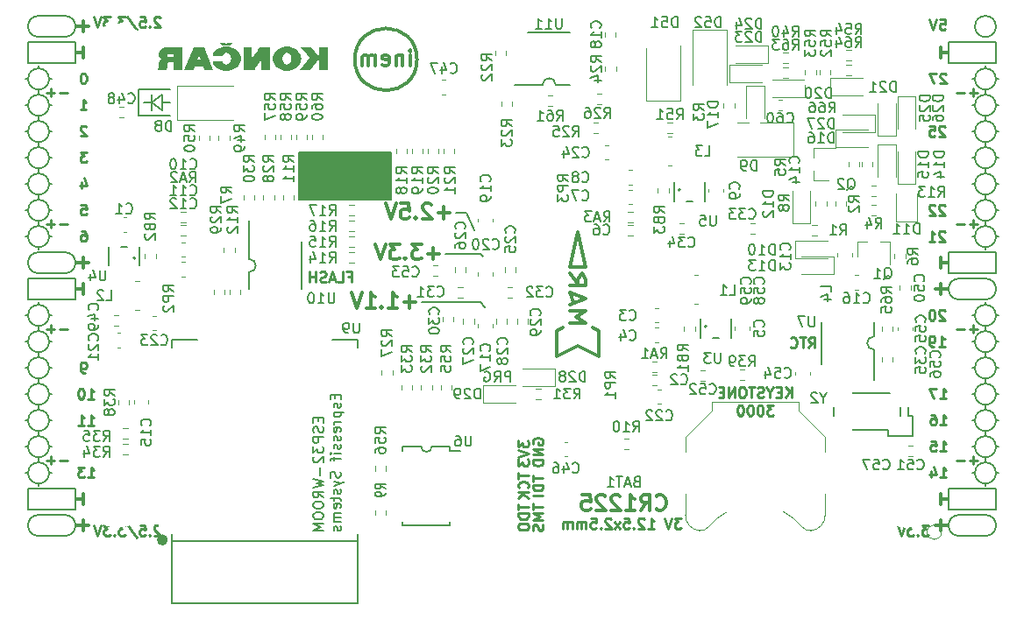
<source format=gbo>
G04 #@! TF.GenerationSoftware,KiCad,Pcbnew,5.0.0+dfsg1-2*
G04 #@! TF.CreationDate,2018-08-29T13:32:06+02:00*
G04 #@! TF.ProjectId,ulx3s,756C7833732E6B696361645F70636200,rev?*
G04 #@! TF.SameCoordinates,Original*
G04 #@! TF.FileFunction,Legend,Bot*
G04 #@! TF.FilePolarity,Positive*
%FSLAX46Y46*%
G04 Gerber Fmt 4.6, Leading zero omitted, Abs format (unit mm)*
G04 Created by KiCad (PCBNEW 5.0.0+dfsg1-2) date Wed Aug 29 13:32:06 2018*
%MOMM*%
%LPD*%
G01*
G04 APERTURE LIST*
%ADD10C,0.150000*%
%ADD11C,0.200000*%
%ADD12C,0.250000*%
%ADD13C,0.300000*%
%ADD14C,0.500000*%
%ADD15C,0.120000*%
%ADD16C,0.100000*%
%ADD17C,1.200000*%
%ADD18R,1.900000X1.500000*%
%ADD19R,1.827200X2.132000*%
%ADD20O,1.827200X2.132000*%
%ADD21R,0.800000X1.300000*%
%ADD22R,0.700000X1.650000*%
%ADD23O,0.700000X1.650000*%
%ADD24R,1.650000X0.700000*%
%ADD25O,1.650000X0.700000*%
%ADD26R,0.700000X2.200000*%
%ADD27O,0.700000X2.200000*%
%ADD28R,1.100000X0.500000*%
%ADD29C,2.100000*%
%ADD30O,2.600000X1.000000*%
%ADD31O,1.000000X2.600000*%
%ADD32R,6.100000X6.100000*%
%ADD33R,0.770000X1.100000*%
%ADD34R,1.500000X1.395000*%
%ADD35R,2.600000X1.900000*%
%ADD36R,1.900000X2.600000*%
%ADD37R,3.800000X3.600000*%
%ADD38C,9.100000*%
%ADD39O,1.827200X1.827200*%
%ADD40R,1.827200X1.827200*%
%ADD41C,5.600000*%
%ADD42C,1.800000*%
%ADD43R,1.070000X1.600000*%
%ADD44R,1.600000X1.070000*%
%ADD45R,1.100000X0.770000*%
%ADD46R,1.100000X1.100000*%
%ADD47C,0.400000*%
%ADD48R,1.800000X1.800000*%
%ADD49O,1.800000X1.800000*%
%ADD50R,1.600000X2.800000*%
%ADD51R,0.900000X1.000000*%
%ADD52R,1.000000X0.900000*%
%ADD53R,0.920000X1.100000*%
%ADD54R,1.100000X0.920000*%
%ADD55R,1.500000X1.220000*%
%ADD56C,0.975000*%
G04 APERTURE END LIST*
D10*
G36*
X129406000Y-74882000D02*
X120516000Y-74882000D01*
X120516000Y-79454000D01*
X129406000Y-79454000D01*
X129406000Y-74882000D01*
G37*
X129406000Y-74882000D02*
X120516000Y-74882000D01*
X120516000Y-79454000D01*
X129406000Y-79454000D01*
X129406000Y-74882000D01*
D11*
X185540000Y-72850000D02*
X185794000Y-72850000D01*
D10*
X140954904Y-97051380D02*
X140954904Y-96051380D01*
X140573952Y-96051380D01*
X140478714Y-96099000D01*
X140431095Y-96146619D01*
X140383476Y-96241857D01*
X140383476Y-96384714D01*
X140431095Y-96479952D01*
X140478714Y-96527571D01*
X140573952Y-96575190D01*
X140954904Y-96575190D01*
X139383476Y-97051380D02*
X139716809Y-96575190D01*
X139954904Y-97051380D02*
X139954904Y-96051380D01*
X139573952Y-96051380D01*
X139478714Y-96099000D01*
X139431095Y-96146619D01*
X139383476Y-96241857D01*
X139383476Y-96384714D01*
X139431095Y-96479952D01*
X139478714Y-96527571D01*
X139573952Y-96575190D01*
X139954904Y-96575190D01*
X138431095Y-96099000D02*
X138526333Y-96051380D01*
X138669190Y-96051380D01*
X138812047Y-96099000D01*
X138907285Y-96194238D01*
X138954904Y-96289476D01*
X139002523Y-96479952D01*
X139002523Y-96622809D01*
X138954904Y-96813285D01*
X138907285Y-96908523D01*
X138812047Y-97003761D01*
X138669190Y-97051380D01*
X138573952Y-97051380D01*
X138431095Y-97003761D01*
X138383476Y-96956142D01*
X138383476Y-96622809D01*
X138573952Y-96622809D01*
D11*
X136660000Y-80742000D02*
X135644000Y-80742000D01*
X137422000Y-82393000D02*
X136660000Y-80742000D01*
X138057000Y-84679000D02*
X134628000Y-84679000D01*
X138311000Y-84933000D02*
X138057000Y-84679000D01*
X138057000Y-89378000D02*
X138438000Y-89886000D01*
X132342000Y-89378000D02*
X138057000Y-89378000D01*
D12*
X99893476Y-96180380D02*
X99703000Y-96180380D01*
X99607761Y-96132761D01*
X99560142Y-96085142D01*
X99464904Y-95942285D01*
X99417285Y-95751809D01*
X99417285Y-95370857D01*
X99464904Y-95275619D01*
X99512523Y-95228000D01*
X99607761Y-95180380D01*
X99798238Y-95180380D01*
X99893476Y-95228000D01*
X99941095Y-95275619D01*
X99988714Y-95370857D01*
X99988714Y-95608952D01*
X99941095Y-95704190D01*
X99893476Y-95751809D01*
X99798238Y-95799428D01*
X99607761Y-95799428D01*
X99512523Y-95751809D01*
X99464904Y-95704190D01*
X99417285Y-95608952D01*
X100147476Y-101260380D02*
X100718904Y-101260380D01*
X100433190Y-101260380D02*
X100433190Y-100260380D01*
X100528428Y-100403238D01*
X100623666Y-100498476D01*
X100718904Y-100546095D01*
X99195095Y-101260380D02*
X99766523Y-101260380D01*
X99480809Y-101260380D02*
X99480809Y-100260380D01*
X99576047Y-100403238D01*
X99671285Y-100498476D01*
X99766523Y-100546095D01*
D11*
X105037000Y-68804000D02*
X108085000Y-68804000D01*
X105037000Y-71344000D02*
X105037000Y-68804000D01*
X108085000Y-71344000D02*
X105037000Y-71344000D01*
X107323000Y-70074000D02*
X108085000Y-70074000D01*
X106307000Y-70074000D02*
X105545000Y-70074000D01*
X106307000Y-70836000D02*
X106307000Y-70074000D01*
X106307000Y-69312000D02*
X106307000Y-70836000D01*
X107323000Y-69312000D02*
X107323000Y-70836000D01*
X106307000Y-70074000D02*
X107323000Y-69312000D01*
X107323000Y-70836000D02*
X106307000Y-70074000D01*
D12*
X182887904Y-72415619D02*
X182840285Y-72368000D01*
X182745047Y-72320380D01*
X182506952Y-72320380D01*
X182411714Y-72368000D01*
X182364095Y-72415619D01*
X182316476Y-72510857D01*
X182316476Y-72606095D01*
X182364095Y-72748952D01*
X182935523Y-73320380D01*
X182316476Y-73320380D01*
X181411714Y-72320380D02*
X181887904Y-72320380D01*
X181935523Y-72796571D01*
X181887904Y-72748952D01*
X181792666Y-72701333D01*
X181554571Y-72701333D01*
X181459333Y-72748952D01*
X181411714Y-72796571D01*
X181364095Y-72891809D01*
X181364095Y-73129904D01*
X181411714Y-73225142D01*
X181459333Y-73272761D01*
X181554571Y-73320380D01*
X181792666Y-73320380D01*
X181887904Y-73272761D01*
X181935523Y-73225142D01*
X182887904Y-80035619D02*
X182840285Y-79988000D01*
X182745047Y-79940380D01*
X182506952Y-79940380D01*
X182411714Y-79988000D01*
X182364095Y-80035619D01*
X182316476Y-80130857D01*
X182316476Y-80226095D01*
X182364095Y-80368952D01*
X182935523Y-80940380D01*
X182316476Y-80940380D01*
X181935523Y-80035619D02*
X181887904Y-79988000D01*
X181792666Y-79940380D01*
X181554571Y-79940380D01*
X181459333Y-79988000D01*
X181411714Y-80035619D01*
X181364095Y-80130857D01*
X181364095Y-80226095D01*
X181411714Y-80368952D01*
X181983142Y-80940380D01*
X181364095Y-80940380D01*
X182887904Y-82575619D02*
X182840285Y-82528000D01*
X182745047Y-82480380D01*
X182506952Y-82480380D01*
X182411714Y-82528000D01*
X182364095Y-82575619D01*
X182316476Y-82670857D01*
X182316476Y-82766095D01*
X182364095Y-82908952D01*
X182935523Y-83480380D01*
X182316476Y-83480380D01*
X181364095Y-83480380D02*
X181935523Y-83480380D01*
X181649809Y-83480380D02*
X181649809Y-82480380D01*
X181745047Y-82623238D01*
X181840285Y-82718476D01*
X181935523Y-82766095D01*
X182887904Y-90195619D02*
X182840285Y-90148000D01*
X182745047Y-90100380D01*
X182506952Y-90100380D01*
X182411714Y-90148000D01*
X182364095Y-90195619D01*
X182316476Y-90290857D01*
X182316476Y-90386095D01*
X182364095Y-90528952D01*
X182935523Y-91100380D01*
X182316476Y-91100380D01*
X181697428Y-90100380D02*
X181602190Y-90100380D01*
X181506952Y-90148000D01*
X181459333Y-90195619D01*
X181411714Y-90290857D01*
X181364095Y-90481333D01*
X181364095Y-90719428D01*
X181411714Y-90909904D01*
X181459333Y-91005142D01*
X181506952Y-91052761D01*
X181602190Y-91100380D01*
X181697428Y-91100380D01*
X181792666Y-91052761D01*
X181840285Y-91005142D01*
X181887904Y-90909904D01*
X181935523Y-90719428D01*
X181935523Y-90481333D01*
X181887904Y-90290857D01*
X181840285Y-90195619D01*
X181792666Y-90148000D01*
X181697428Y-90100380D01*
X182316476Y-93640380D02*
X182887904Y-93640380D01*
X182602190Y-93640380D02*
X182602190Y-92640380D01*
X182697428Y-92783238D01*
X182792666Y-92878476D01*
X182887904Y-92926095D01*
X181840285Y-93640380D02*
X181649809Y-93640380D01*
X181554571Y-93592761D01*
X181506952Y-93545142D01*
X181411714Y-93402285D01*
X181364095Y-93211809D01*
X181364095Y-92830857D01*
X181411714Y-92735619D01*
X181459333Y-92688000D01*
X181554571Y-92640380D01*
X181745047Y-92640380D01*
X181840285Y-92688000D01*
X181887904Y-92735619D01*
X181935523Y-92830857D01*
X181935523Y-93068952D01*
X181887904Y-93164190D01*
X181840285Y-93211809D01*
X181745047Y-93259428D01*
X181554571Y-93259428D01*
X181459333Y-93211809D01*
X181411714Y-93164190D01*
X181364095Y-93068952D01*
X125269476Y-86893571D02*
X125602809Y-86893571D01*
X125602809Y-87417380D02*
X125602809Y-86417380D01*
X125126619Y-86417380D01*
X124269476Y-87417380D02*
X124745666Y-87417380D01*
X124745666Y-86417380D01*
X123983761Y-87131666D02*
X123507571Y-87131666D01*
X124079000Y-87417380D02*
X123745666Y-86417380D01*
X123412333Y-87417380D01*
X123126619Y-87369761D02*
X122983761Y-87417380D01*
X122745666Y-87417380D01*
X122650428Y-87369761D01*
X122602809Y-87322142D01*
X122555190Y-87226904D01*
X122555190Y-87131666D01*
X122602809Y-87036428D01*
X122650428Y-86988809D01*
X122745666Y-86941190D01*
X122936142Y-86893571D01*
X123031380Y-86845952D01*
X123079000Y-86798333D01*
X123126619Y-86703095D01*
X123126619Y-86607857D01*
X123079000Y-86512619D01*
X123031380Y-86465000D01*
X122936142Y-86417380D01*
X122698047Y-86417380D01*
X122555190Y-86465000D01*
X122126619Y-87417380D02*
X122126619Y-86417380D01*
X122126619Y-86893571D02*
X121555190Y-86893571D01*
X121555190Y-87417380D02*
X121555190Y-86417380D01*
X157418095Y-110252380D02*
X156799047Y-110252380D01*
X157132380Y-110633333D01*
X156989523Y-110633333D01*
X156894285Y-110680952D01*
X156846666Y-110728571D01*
X156799047Y-110823809D01*
X156799047Y-111061904D01*
X156846666Y-111157142D01*
X156894285Y-111204761D01*
X156989523Y-111252380D01*
X157275238Y-111252380D01*
X157370476Y-111204761D01*
X157418095Y-111157142D01*
X156513333Y-110252380D02*
X156180000Y-111252380D01*
X155846666Y-110252380D01*
X154227619Y-111252380D02*
X154799047Y-111252380D01*
X154513333Y-111252380D02*
X154513333Y-110252380D01*
X154608571Y-110395238D01*
X154703809Y-110490476D01*
X154799047Y-110538095D01*
X153846666Y-110347619D02*
X153799047Y-110300000D01*
X153703809Y-110252380D01*
X153465714Y-110252380D01*
X153370476Y-110300000D01*
X153322857Y-110347619D01*
X153275238Y-110442857D01*
X153275238Y-110538095D01*
X153322857Y-110680952D01*
X153894285Y-111252380D01*
X153275238Y-111252380D01*
X152846666Y-111157142D02*
X152799047Y-111204761D01*
X152846666Y-111252380D01*
X152894285Y-111204761D01*
X152846666Y-111157142D01*
X152846666Y-111252380D01*
X151894285Y-110252380D02*
X152370476Y-110252380D01*
X152418095Y-110728571D01*
X152370476Y-110680952D01*
X152275238Y-110633333D01*
X152037142Y-110633333D01*
X151941904Y-110680952D01*
X151894285Y-110728571D01*
X151846666Y-110823809D01*
X151846666Y-111061904D01*
X151894285Y-111157142D01*
X151941904Y-111204761D01*
X152037142Y-111252380D01*
X152275238Y-111252380D01*
X152370476Y-111204761D01*
X152418095Y-111157142D01*
X151513333Y-111252380D02*
X150989523Y-110585714D01*
X151513333Y-110585714D02*
X150989523Y-111252380D01*
X150656190Y-110347619D02*
X150608571Y-110300000D01*
X150513333Y-110252380D01*
X150275238Y-110252380D01*
X150180000Y-110300000D01*
X150132380Y-110347619D01*
X150084761Y-110442857D01*
X150084761Y-110538095D01*
X150132380Y-110680952D01*
X150703809Y-111252380D01*
X150084761Y-111252380D01*
X149656190Y-111157142D02*
X149608571Y-111204761D01*
X149656190Y-111252380D01*
X149703809Y-111204761D01*
X149656190Y-111157142D01*
X149656190Y-111252380D01*
X148703809Y-110252380D02*
X149180000Y-110252380D01*
X149227619Y-110728571D01*
X149180000Y-110680952D01*
X149084761Y-110633333D01*
X148846666Y-110633333D01*
X148751428Y-110680952D01*
X148703809Y-110728571D01*
X148656190Y-110823809D01*
X148656190Y-111061904D01*
X148703809Y-111157142D01*
X148751428Y-111204761D01*
X148846666Y-111252380D01*
X149084761Y-111252380D01*
X149180000Y-111204761D01*
X149227619Y-111157142D01*
X148227619Y-111252380D02*
X148227619Y-110585714D01*
X148227619Y-110680952D02*
X148180000Y-110633333D01*
X148084761Y-110585714D01*
X147941904Y-110585714D01*
X147846666Y-110633333D01*
X147799047Y-110728571D01*
X147799047Y-111252380D01*
X147799047Y-110728571D02*
X147751428Y-110633333D01*
X147656190Y-110585714D01*
X147513333Y-110585714D01*
X147418095Y-110633333D01*
X147370476Y-110728571D01*
X147370476Y-111252380D01*
X146894285Y-111252380D02*
X146894285Y-110585714D01*
X146894285Y-110680952D02*
X146846666Y-110633333D01*
X146751428Y-110585714D01*
X146608571Y-110585714D01*
X146513333Y-110633333D01*
X146465714Y-110728571D01*
X146465714Y-111252380D01*
X146465714Y-110728571D02*
X146418095Y-110633333D01*
X146322857Y-110585714D01*
X146180000Y-110585714D01*
X146084761Y-110633333D01*
X146037142Y-110728571D01*
X146037142Y-111252380D01*
X168085000Y-98577380D02*
X168085000Y-97577380D01*
X167513571Y-98577380D02*
X167942142Y-98005952D01*
X167513571Y-97577380D02*
X168085000Y-98148809D01*
X167085000Y-98053571D02*
X166751666Y-98053571D01*
X166608809Y-98577380D02*
X167085000Y-98577380D01*
X167085000Y-97577380D01*
X166608809Y-97577380D01*
X165989761Y-98101190D02*
X165989761Y-98577380D01*
X166323095Y-97577380D02*
X165989761Y-98101190D01*
X165656428Y-97577380D01*
X165370714Y-98529761D02*
X165227857Y-98577380D01*
X164989761Y-98577380D01*
X164894523Y-98529761D01*
X164846904Y-98482142D01*
X164799285Y-98386904D01*
X164799285Y-98291666D01*
X164846904Y-98196428D01*
X164894523Y-98148809D01*
X164989761Y-98101190D01*
X165180238Y-98053571D01*
X165275476Y-98005952D01*
X165323095Y-97958333D01*
X165370714Y-97863095D01*
X165370714Y-97767857D01*
X165323095Y-97672619D01*
X165275476Y-97625000D01*
X165180238Y-97577380D01*
X164942142Y-97577380D01*
X164799285Y-97625000D01*
X164513571Y-97577380D02*
X163942142Y-97577380D01*
X164227857Y-98577380D02*
X164227857Y-97577380D01*
X163418333Y-97577380D02*
X163227857Y-97577380D01*
X163132619Y-97625000D01*
X163037380Y-97720238D01*
X162989761Y-97910714D01*
X162989761Y-98244047D01*
X163037380Y-98434523D01*
X163132619Y-98529761D01*
X163227857Y-98577380D01*
X163418333Y-98577380D01*
X163513571Y-98529761D01*
X163608809Y-98434523D01*
X163656428Y-98244047D01*
X163656428Y-97910714D01*
X163608809Y-97720238D01*
X163513571Y-97625000D01*
X163418333Y-97577380D01*
X162561190Y-98577380D02*
X162561190Y-97577380D01*
X161989761Y-98577380D01*
X161989761Y-97577380D01*
X161513571Y-98053571D02*
X161180238Y-98053571D01*
X161037380Y-98577380D02*
X161513571Y-98577380D01*
X161513571Y-97577380D01*
X161037380Y-97577380D01*
X166346904Y-99327380D02*
X165727857Y-99327380D01*
X166061190Y-99708333D01*
X165918333Y-99708333D01*
X165823095Y-99755952D01*
X165775476Y-99803571D01*
X165727857Y-99898809D01*
X165727857Y-100136904D01*
X165775476Y-100232142D01*
X165823095Y-100279761D01*
X165918333Y-100327380D01*
X166204047Y-100327380D01*
X166299285Y-100279761D01*
X166346904Y-100232142D01*
X165108809Y-99327380D02*
X165013571Y-99327380D01*
X164918333Y-99375000D01*
X164870714Y-99422619D01*
X164823095Y-99517857D01*
X164775476Y-99708333D01*
X164775476Y-99946428D01*
X164823095Y-100136904D01*
X164870714Y-100232142D01*
X164918333Y-100279761D01*
X165013571Y-100327380D01*
X165108809Y-100327380D01*
X165204047Y-100279761D01*
X165251666Y-100232142D01*
X165299285Y-100136904D01*
X165346904Y-99946428D01*
X165346904Y-99708333D01*
X165299285Y-99517857D01*
X165251666Y-99422619D01*
X165204047Y-99375000D01*
X165108809Y-99327380D01*
X164156428Y-99327380D02*
X164061190Y-99327380D01*
X163965952Y-99375000D01*
X163918333Y-99422619D01*
X163870714Y-99517857D01*
X163823095Y-99708333D01*
X163823095Y-99946428D01*
X163870714Y-100136904D01*
X163918333Y-100232142D01*
X163965952Y-100279761D01*
X164061190Y-100327380D01*
X164156428Y-100327380D01*
X164251666Y-100279761D01*
X164299285Y-100232142D01*
X164346904Y-100136904D01*
X164394523Y-99946428D01*
X164394523Y-99708333D01*
X164346904Y-99517857D01*
X164299285Y-99422619D01*
X164251666Y-99375000D01*
X164156428Y-99327380D01*
X163204047Y-99327380D02*
X163108809Y-99327380D01*
X163013571Y-99375000D01*
X162965952Y-99422619D01*
X162918333Y-99517857D01*
X162870714Y-99708333D01*
X162870714Y-99946428D01*
X162918333Y-100136904D01*
X162965952Y-100232142D01*
X163013571Y-100279761D01*
X163108809Y-100327380D01*
X163204047Y-100327380D01*
X163299285Y-100279761D01*
X163346904Y-100232142D01*
X163394523Y-100136904D01*
X163442142Y-99946428D01*
X163442142Y-99708333D01*
X163394523Y-99517857D01*
X163346904Y-99422619D01*
X163299285Y-99375000D01*
X163204047Y-99327380D01*
D13*
X182492000Y-87582000D02*
X182492000Y-88598000D01*
X183254000Y-88090000D02*
X181984000Y-88090000D01*
X182492000Y-110442000D02*
X182492000Y-111458000D01*
X183254000Y-110950000D02*
X181984000Y-110950000D01*
X99688000Y-62182000D02*
X99688000Y-63198000D01*
X98926000Y-62690000D02*
X100196000Y-62690000D01*
X99688000Y-110442000D02*
X99688000Y-111458000D01*
X98926000Y-110950000D02*
X100196000Y-110950000D01*
X99688000Y-85042000D02*
X99688000Y-86058000D01*
X98926000Y-85550000D02*
X100196000Y-85550000D01*
D11*
X187826000Y-62690000D02*
G75*
G03X187826000Y-62690000I-1016000J0D01*
G01*
X184270000Y-87074000D02*
X186810000Y-87074000D01*
X184270000Y-89106000D02*
X186810000Y-89106000D01*
X184270000Y-87074000D02*
G75*
G03X184270000Y-89106000I0J-1016000D01*
G01*
X186810000Y-89106000D02*
G75*
G03X186810000Y-87074000I0J1016000D01*
G01*
X184270000Y-111966000D02*
X186810000Y-111966000D01*
X184270000Y-109934000D02*
X186810000Y-109934000D01*
X184270000Y-109934000D02*
G75*
G03X184270000Y-111966000I0J-1016000D01*
G01*
X186810000Y-111966000D02*
G75*
G03X186810000Y-109934000I0J1016000D01*
G01*
X97910000Y-63706000D02*
G75*
G03X97910000Y-61674000I0J1016000D01*
G01*
X95370000Y-61674000D02*
X97910000Y-61674000D01*
X95370000Y-63706000D02*
X97910000Y-63706000D01*
X95370000Y-61674000D02*
G75*
G03X95370000Y-63706000I0J-1016000D01*
G01*
X95370000Y-86566000D02*
X97910000Y-86566000D01*
X95370000Y-84534000D02*
X97910000Y-84534000D01*
X95370000Y-84534000D02*
G75*
G03X95370000Y-86566000I0J-1016000D01*
G01*
X97910000Y-86566000D02*
G75*
G03X97910000Y-84534000I0J1016000D01*
G01*
X95370000Y-111966000D02*
X97910000Y-111966000D01*
X95370000Y-109934000D02*
X97910000Y-109934000D01*
X95370000Y-109934000D02*
G75*
G03X95370000Y-111966000I0J-1016000D01*
G01*
X97910000Y-111966000D02*
G75*
G03X97910000Y-109934000I0J1016000D01*
G01*
X98926000Y-107394000D02*
X94354000Y-107394000D01*
X98926000Y-109426000D02*
X98926000Y-107394000D01*
X94354000Y-109426000D02*
X98926000Y-109426000D01*
X94354000Y-107394000D02*
X94354000Y-109426000D01*
X187826000Y-107394000D02*
X183254000Y-107394000D01*
X187826000Y-109426000D02*
X187826000Y-107394000D01*
X183254000Y-109426000D02*
X187826000Y-109426000D01*
X183254000Y-107394000D02*
X183254000Y-109426000D01*
X187826000Y-84534000D02*
X183254000Y-84534000D01*
X187826000Y-86566000D02*
X187826000Y-84534000D01*
X183254000Y-86566000D02*
X187826000Y-86566000D01*
X183254000Y-84534000D02*
X183254000Y-86566000D01*
X187826000Y-64214000D02*
X183254000Y-64214000D01*
X187826000Y-66246000D02*
X187826000Y-64214000D01*
X183254000Y-66246000D02*
X187826000Y-66246000D01*
X183254000Y-64214000D02*
X183254000Y-66246000D01*
X98926000Y-64214000D02*
X94354000Y-64214000D01*
X98926000Y-66246000D02*
X98926000Y-64214000D01*
X94354000Y-66246000D02*
X98926000Y-66246000D01*
X94354000Y-64214000D02*
X94354000Y-66246000D01*
X98926000Y-87074000D02*
X94354000Y-87074000D01*
X98926000Y-89106000D02*
X98926000Y-87074000D01*
X94354000Y-89106000D02*
X98926000Y-89106000D01*
X94354000Y-87074000D02*
X94354000Y-89106000D01*
D12*
X186032000Y-91971428D02*
X185270095Y-91971428D01*
X185651047Y-92352380D02*
X185651047Y-91590476D01*
X184793904Y-91971428D02*
X184032000Y-91971428D01*
X186032000Y-69111428D02*
X185270095Y-69111428D01*
X185651047Y-69492380D02*
X185651047Y-68730476D01*
X184793904Y-69111428D02*
X184032000Y-69111428D01*
X186032000Y-81811428D02*
X185270095Y-81811428D01*
X185651047Y-82192380D02*
X185651047Y-81430476D01*
X184793904Y-81811428D02*
X184032000Y-81811428D01*
X186032000Y-104671428D02*
X185270095Y-104671428D01*
X185651047Y-105052380D02*
X185651047Y-104290476D01*
X184793904Y-104671428D02*
X184032000Y-104671428D01*
X98148000Y-104671428D02*
X97386095Y-104671428D01*
X96909904Y-104671428D02*
X96148000Y-104671428D01*
X96528952Y-105052380D02*
X96528952Y-104290476D01*
X98148000Y-91971428D02*
X97386095Y-91971428D01*
X96909904Y-91971428D02*
X96148000Y-91971428D01*
X96528952Y-92352380D02*
X96528952Y-91590476D01*
X98148000Y-81811428D02*
X97386095Y-81811428D01*
X96909904Y-81811428D02*
X96148000Y-81811428D01*
X96528952Y-82192380D02*
X96528952Y-81430476D01*
X98148000Y-69111428D02*
X97386095Y-69111428D01*
X96909904Y-69111428D02*
X96148000Y-69111428D01*
X96528952Y-69492380D02*
X96528952Y-68730476D01*
D13*
X182492000Y-107902000D02*
X182492000Y-108918000D01*
X183254000Y-108410000D02*
X182492000Y-108410000D01*
D11*
X95370000Y-96726000D02*
X95370000Y-97234000D01*
X96386000Y-95710000D02*
X96640000Y-95710000D01*
X94354000Y-95710000D02*
X94100000Y-95710000D01*
X187826000Y-98250000D02*
X188080000Y-98250000D01*
X187826000Y-83010000D02*
X188080000Y-83010000D01*
X95370000Y-107140000D02*
X95370000Y-106886000D01*
X96386000Y-105870000D02*
X96640000Y-105870000D01*
X94354000Y-105870000D02*
X94100000Y-105870000D01*
X94354000Y-103330000D02*
X94100000Y-103330000D01*
X95370000Y-104346000D02*
X95370000Y-104854000D01*
X96386000Y-103330000D02*
X96640000Y-103330000D01*
X94354000Y-100790000D02*
X94100000Y-100790000D01*
X95370000Y-102314000D02*
X95370000Y-101806000D01*
X96386000Y-100790000D02*
X96640000Y-100790000D01*
X95370000Y-99266000D02*
X95370000Y-99774000D01*
X94354000Y-98250000D02*
X94100000Y-98250000D01*
X96386000Y-98250000D02*
X96640000Y-98250000D01*
X95370000Y-94186000D02*
X95370000Y-94694000D01*
X96386000Y-93170000D02*
X96640000Y-93170000D01*
X94354000Y-93170000D02*
X94100000Y-93170000D01*
X94354000Y-90630000D02*
X94100000Y-90630000D01*
X95370000Y-91646000D02*
X95370000Y-92154000D01*
X96640000Y-90630000D02*
X96386000Y-90630000D01*
X95370000Y-89360000D02*
X95370000Y-89614000D01*
X94354000Y-83010000D02*
X94100000Y-83010000D01*
X95370000Y-84280000D02*
X95370000Y-84026000D01*
X96386000Y-83010000D02*
X96640000Y-83010000D01*
X95370000Y-81486000D02*
X95370000Y-81994000D01*
X94354000Y-80470000D02*
X94100000Y-80470000D01*
X96640000Y-80470000D02*
X96386000Y-80470000D01*
X95370000Y-78946000D02*
X95370000Y-79454000D01*
X96386000Y-77930000D02*
X96640000Y-77930000D01*
X94354000Y-77930000D02*
X94100000Y-77930000D01*
X95370000Y-76406000D02*
X95370000Y-76914000D01*
X94354000Y-75390000D02*
X94100000Y-75390000D01*
X96386000Y-75390000D02*
X96640000Y-75390000D01*
X95370000Y-73866000D02*
X95370000Y-74374000D01*
X96386000Y-72850000D02*
X96640000Y-72850000D01*
X94100000Y-72850000D02*
X94354000Y-72850000D01*
X94354000Y-70310000D02*
X94100000Y-70310000D01*
X96640000Y-70310000D02*
X96386000Y-70310000D01*
X95370000Y-71326000D02*
X95370000Y-71834000D01*
X95370000Y-68786000D02*
X95370000Y-69294000D01*
X96386000Y-67770000D02*
X96640000Y-67770000D01*
X94354000Y-67770000D02*
X94100000Y-67770000D01*
X95370000Y-66500000D02*
X95370000Y-66754000D01*
X187826000Y-105870000D02*
X188080000Y-105870000D01*
X186810000Y-107140000D02*
X186810000Y-106886000D01*
X185540000Y-105870000D02*
X185794000Y-105870000D01*
X186810000Y-104346000D02*
X186810000Y-104854000D01*
X187826000Y-103330000D02*
X188080000Y-103330000D01*
X185540000Y-103330000D02*
X185794000Y-103330000D01*
X186810000Y-101806000D02*
X186810000Y-102314000D01*
X187826000Y-100790000D02*
X188080000Y-100790000D01*
X185540000Y-100790000D02*
X185794000Y-100790000D01*
X186810000Y-99266000D02*
X186810000Y-99774000D01*
X185540000Y-98250000D02*
X185794000Y-98250000D01*
X186810000Y-97234000D02*
X186810000Y-96726000D01*
X187826000Y-95710000D02*
X188080000Y-95710000D01*
X185540000Y-95710000D02*
X185794000Y-95710000D01*
X186810000Y-94694000D02*
X186810000Y-94186000D01*
X187826000Y-93170000D02*
X188080000Y-93170000D01*
X185540000Y-93170000D02*
X185794000Y-93170000D01*
X186810000Y-92154000D02*
X186810000Y-91646000D01*
X187826000Y-90630000D02*
X188080000Y-90630000D01*
X185540000Y-90630000D02*
X185794000Y-90630000D01*
X186810000Y-89360000D02*
X186810000Y-89614000D01*
X186810000Y-84280000D02*
X186810000Y-84026000D01*
X185540000Y-83010000D02*
X185794000Y-83010000D01*
X186810000Y-81994000D02*
X186810000Y-81486000D01*
X185794000Y-80470000D02*
X185540000Y-80470000D01*
X187826000Y-80470000D02*
X188080000Y-80470000D01*
X186810000Y-78946000D02*
X186810000Y-79454000D01*
X185794000Y-77930000D02*
X185540000Y-77930000D01*
X187826000Y-77930000D02*
X188080000Y-77930000D01*
X186810000Y-76406000D02*
X186810000Y-76914000D01*
X186810000Y-73866000D02*
X186810000Y-74374000D01*
X185794000Y-75390000D02*
X185540000Y-75390000D01*
X187826000Y-75390000D02*
X188080000Y-75390000D01*
X187826000Y-72850000D02*
X188080000Y-72850000D01*
X186810000Y-71834000D02*
X186810000Y-71326000D01*
X187826000Y-70310000D02*
X188080000Y-70310000D01*
X185540000Y-70310000D02*
X185794000Y-70310000D01*
X187826000Y-67770000D02*
X188080000Y-67770000D01*
X186810000Y-68786000D02*
X186810000Y-69294000D01*
X185540000Y-67770000D02*
X185794000Y-67770000D01*
X186810000Y-66500000D02*
X186810000Y-66754000D01*
X187826000Y-67770000D02*
G75*
G03X187826000Y-67770000I-1016000J0D01*
G01*
X187826000Y-70310000D02*
G75*
G03X187826000Y-70310000I-1016000J0D01*
G01*
X187826000Y-72850000D02*
G75*
G03X187826000Y-72850000I-1016000J0D01*
G01*
X187826000Y-75390000D02*
G75*
G03X187826000Y-75390000I-1016000J0D01*
G01*
X187826000Y-77930000D02*
G75*
G03X187826000Y-77930000I-1016000J0D01*
G01*
X187826000Y-80470000D02*
G75*
G03X187826000Y-80470000I-1016000J0D01*
G01*
X187826000Y-83010000D02*
G75*
G03X187826000Y-83010000I-1016000J0D01*
G01*
X187826000Y-90630000D02*
G75*
G03X187826000Y-90630000I-1016000J0D01*
G01*
X187826000Y-93170000D02*
G75*
G03X187826000Y-93170000I-1016000J0D01*
G01*
X187826000Y-95710000D02*
G75*
G03X187826000Y-95710000I-1016000J0D01*
G01*
X187826000Y-98250000D02*
G75*
G03X187826000Y-98250000I-1016000J0D01*
G01*
X187826000Y-100790000D02*
G75*
G03X187826000Y-100790000I-1016000J0D01*
G01*
X187826000Y-103330000D02*
G75*
G03X187826000Y-103330000I-1016000J0D01*
G01*
X187826000Y-105870000D02*
G75*
G03X187826000Y-105870000I-1016000J0D01*
G01*
X96386000Y-105870000D02*
G75*
G03X96386000Y-105870000I-1016000J0D01*
G01*
X96386000Y-103330000D02*
G75*
G03X96386000Y-103330000I-1016000J0D01*
G01*
X96386000Y-100790000D02*
G75*
G03X96386000Y-100790000I-1016000J0D01*
G01*
X96386000Y-98250000D02*
G75*
G03X96386000Y-98250000I-1016000J0D01*
G01*
X96386000Y-95710000D02*
G75*
G03X96386000Y-95710000I-1016000J0D01*
G01*
X96386000Y-93170000D02*
G75*
G03X96386000Y-93170000I-1016000J0D01*
G01*
X96386000Y-90630000D02*
G75*
G03X96386000Y-90630000I-1016000J0D01*
G01*
X96386000Y-83010000D02*
G75*
G03X96386000Y-83010000I-1016000J0D01*
G01*
X96386000Y-80470000D02*
G75*
G03X96386000Y-80470000I-1016000J0D01*
G01*
X96386000Y-77930000D02*
G75*
G03X96386000Y-77930000I-1016000J0D01*
G01*
X96386000Y-75390000D02*
G75*
G03X96386000Y-75390000I-1016000J0D01*
G01*
X96386000Y-72850000D02*
G75*
G03X96386000Y-72850000I-1016000J0D01*
G01*
X96386000Y-70310000D02*
G75*
G03X96386000Y-70310000I-1016000J0D01*
G01*
X96386000Y-67770000D02*
G75*
G03X96386000Y-67770000I-1016000J0D01*
G01*
D12*
X182428476Y-62015380D02*
X182904666Y-62015380D01*
X182952285Y-62491571D01*
X182904666Y-62443952D01*
X182809428Y-62396333D01*
X182571333Y-62396333D01*
X182476095Y-62443952D01*
X182428476Y-62491571D01*
X182380857Y-62586809D01*
X182380857Y-62824904D01*
X182428476Y-62920142D01*
X182476095Y-62967761D01*
X182571333Y-63015380D01*
X182809428Y-63015380D01*
X182904666Y-62967761D01*
X182952285Y-62920142D01*
X182095142Y-62015380D02*
X181761809Y-63015380D01*
X181428476Y-62015380D01*
D13*
X182492000Y-64722000D02*
X182492000Y-65738000D01*
X183254000Y-65230000D02*
X182492000Y-65230000D01*
D12*
X182999904Y-67317619D02*
X182952285Y-67270000D01*
X182857047Y-67222380D01*
X182618952Y-67222380D01*
X182523714Y-67270000D01*
X182476095Y-67317619D01*
X182428476Y-67412857D01*
X182428476Y-67508095D01*
X182476095Y-67650952D01*
X183047523Y-68222380D01*
X182428476Y-68222380D01*
X182095142Y-67222380D02*
X181428476Y-67222380D01*
X181857047Y-68222380D01*
D13*
X182492000Y-85042000D02*
X182492000Y-86058000D01*
X183254000Y-85550000D02*
X182492000Y-85550000D01*
D12*
X182428476Y-98702380D02*
X182999904Y-98702380D01*
X182714190Y-98702380D02*
X182714190Y-97702380D01*
X182809428Y-97845238D01*
X182904666Y-97940476D01*
X182999904Y-97988095D01*
X182095142Y-97702380D02*
X181428476Y-97702380D01*
X181857047Y-98702380D01*
X182428476Y-101242380D02*
X182999904Y-101242380D01*
X182714190Y-101242380D02*
X182714190Y-100242380D01*
X182809428Y-100385238D01*
X182904666Y-100480476D01*
X182999904Y-100528095D01*
X181571333Y-100242380D02*
X181761809Y-100242380D01*
X181857047Y-100290000D01*
X181904666Y-100337619D01*
X181999904Y-100480476D01*
X182047523Y-100670952D01*
X182047523Y-101051904D01*
X181999904Y-101147142D01*
X181952285Y-101194761D01*
X181857047Y-101242380D01*
X181666571Y-101242380D01*
X181571333Y-101194761D01*
X181523714Y-101147142D01*
X181476095Y-101051904D01*
X181476095Y-100813809D01*
X181523714Y-100718571D01*
X181571333Y-100670952D01*
X181666571Y-100623333D01*
X181857047Y-100623333D01*
X181952285Y-100670952D01*
X181999904Y-100718571D01*
X182047523Y-100813809D01*
X182428476Y-103782380D02*
X182999904Y-103782380D01*
X182714190Y-103782380D02*
X182714190Y-102782380D01*
X182809428Y-102925238D01*
X182904666Y-103020476D01*
X182999904Y-103068095D01*
X181523714Y-102782380D02*
X181999904Y-102782380D01*
X182047523Y-103258571D01*
X181999904Y-103210952D01*
X181904666Y-103163333D01*
X181666571Y-103163333D01*
X181571333Y-103210952D01*
X181523714Y-103258571D01*
X181476095Y-103353809D01*
X181476095Y-103591904D01*
X181523714Y-103687142D01*
X181571333Y-103734761D01*
X181666571Y-103782380D01*
X181904666Y-103782380D01*
X181999904Y-103734761D01*
X182047523Y-103687142D01*
X182428476Y-106322380D02*
X182999904Y-106322380D01*
X182714190Y-106322380D02*
X182714190Y-105322380D01*
X182809428Y-105465238D01*
X182904666Y-105560476D01*
X182999904Y-105608095D01*
X181571333Y-105655714D02*
X181571333Y-106322380D01*
X181809428Y-105274761D02*
X182047523Y-105989047D01*
X181428476Y-105989047D01*
X181312642Y-110928380D02*
X180693595Y-110928380D01*
X181026928Y-111309333D01*
X180884071Y-111309333D01*
X180788833Y-111356952D01*
X180741214Y-111404571D01*
X180693595Y-111499809D01*
X180693595Y-111737904D01*
X180741214Y-111833142D01*
X180788833Y-111880761D01*
X180884071Y-111928380D01*
X181169785Y-111928380D01*
X181265023Y-111880761D01*
X181312642Y-111833142D01*
X180265023Y-111833142D02*
X180217404Y-111880761D01*
X180265023Y-111928380D01*
X180312642Y-111880761D01*
X180265023Y-111833142D01*
X180265023Y-111928380D01*
X179884071Y-110928380D02*
X179265023Y-110928380D01*
X179598357Y-111309333D01*
X179455500Y-111309333D01*
X179360261Y-111356952D01*
X179312642Y-111404571D01*
X179265023Y-111499809D01*
X179265023Y-111737904D01*
X179312642Y-111833142D01*
X179360261Y-111880761D01*
X179455500Y-111928380D01*
X179741214Y-111928380D01*
X179836452Y-111880761D01*
X179884071Y-111833142D01*
X178979309Y-110928380D02*
X178645976Y-111928380D01*
X178312642Y-110928380D01*
D13*
X99688000Y-108918000D02*
X99688000Y-107902000D01*
X98926000Y-108410000D02*
X99688000Y-108410000D01*
X99688000Y-88598000D02*
X99688000Y-87582000D01*
X98926000Y-88090000D02*
X99688000Y-88090000D01*
X99688000Y-64722000D02*
X99688000Y-65738000D01*
X98926000Y-65230000D02*
X99688000Y-65230000D01*
D12*
X107103690Y-111023619D02*
X107056071Y-110976000D01*
X106960833Y-110928380D01*
X106722738Y-110928380D01*
X106627500Y-110976000D01*
X106579880Y-111023619D01*
X106532261Y-111118857D01*
X106532261Y-111214095D01*
X106579880Y-111356952D01*
X107151309Y-111928380D01*
X106532261Y-111928380D01*
X106103690Y-111833142D02*
X106056071Y-111880761D01*
X106103690Y-111928380D01*
X106151309Y-111880761D01*
X106103690Y-111833142D01*
X106103690Y-111928380D01*
X105151309Y-110928380D02*
X105627500Y-110928380D01*
X105675119Y-111404571D01*
X105627500Y-111356952D01*
X105532261Y-111309333D01*
X105294166Y-111309333D01*
X105198928Y-111356952D01*
X105151309Y-111404571D01*
X105103690Y-111499809D01*
X105103690Y-111737904D01*
X105151309Y-111833142D01*
X105198928Y-111880761D01*
X105294166Y-111928380D01*
X105532261Y-111928380D01*
X105627500Y-111880761D01*
X105675119Y-111833142D01*
X103960833Y-110880761D02*
X104817976Y-112166476D01*
X103722738Y-110928380D02*
X103103690Y-110928380D01*
X103437023Y-111309333D01*
X103294166Y-111309333D01*
X103198928Y-111356952D01*
X103151309Y-111404571D01*
X103103690Y-111499809D01*
X103103690Y-111737904D01*
X103151309Y-111833142D01*
X103198928Y-111880761D01*
X103294166Y-111928380D01*
X103579880Y-111928380D01*
X103675119Y-111880761D01*
X103722738Y-111833142D01*
X102675119Y-111833142D02*
X102627500Y-111880761D01*
X102675119Y-111928380D01*
X102722738Y-111880761D01*
X102675119Y-111833142D01*
X102675119Y-111928380D01*
X102294166Y-110928380D02*
X101675119Y-110928380D01*
X102008452Y-111309333D01*
X101865595Y-111309333D01*
X101770357Y-111356952D01*
X101722738Y-111404571D01*
X101675119Y-111499809D01*
X101675119Y-111737904D01*
X101722738Y-111833142D01*
X101770357Y-111880761D01*
X101865595Y-111928380D01*
X102151309Y-111928380D01*
X102246547Y-111880761D01*
X102294166Y-111833142D01*
X101389404Y-110928380D02*
X101056071Y-111928380D01*
X100722738Y-110928380D01*
X100132476Y-106322380D02*
X100703904Y-106322380D01*
X100418190Y-106322380D02*
X100418190Y-105322380D01*
X100513428Y-105465238D01*
X100608666Y-105560476D01*
X100703904Y-105608095D01*
X99799142Y-105322380D02*
X99180095Y-105322380D01*
X99513428Y-105703333D01*
X99370571Y-105703333D01*
X99275333Y-105750952D01*
X99227714Y-105798571D01*
X99180095Y-105893809D01*
X99180095Y-106131904D01*
X99227714Y-106227142D01*
X99275333Y-106274761D01*
X99370571Y-106322380D01*
X99656285Y-106322380D01*
X99751523Y-106274761D01*
X99799142Y-106227142D01*
X100147476Y-98720380D02*
X100718904Y-98720380D01*
X100433190Y-98720380D02*
X100433190Y-97720380D01*
X100528428Y-97863238D01*
X100623666Y-97958476D01*
X100718904Y-98006095D01*
X99528428Y-97720380D02*
X99433190Y-97720380D01*
X99337952Y-97768000D01*
X99290333Y-97815619D01*
X99242714Y-97910857D01*
X99195095Y-98101333D01*
X99195095Y-98339428D01*
X99242714Y-98529904D01*
X99290333Y-98625142D01*
X99337952Y-98672761D01*
X99433190Y-98720380D01*
X99528428Y-98720380D01*
X99623666Y-98672761D01*
X99671285Y-98625142D01*
X99718904Y-98529904D01*
X99766523Y-98339428D01*
X99766523Y-98101333D01*
X99718904Y-97910857D01*
X99671285Y-97815619D01*
X99623666Y-97768000D01*
X99528428Y-97720380D01*
X99512523Y-82462380D02*
X99703000Y-82462380D01*
X99798238Y-82510000D01*
X99845857Y-82557619D01*
X99941095Y-82700476D01*
X99988714Y-82890952D01*
X99988714Y-83271904D01*
X99941095Y-83367142D01*
X99893476Y-83414761D01*
X99798238Y-83462380D01*
X99607761Y-83462380D01*
X99512523Y-83414761D01*
X99464904Y-83367142D01*
X99417285Y-83271904D01*
X99417285Y-83033809D01*
X99464904Y-82938571D01*
X99512523Y-82890952D01*
X99607761Y-82843333D01*
X99798238Y-82843333D01*
X99893476Y-82890952D01*
X99941095Y-82938571D01*
X99988714Y-83033809D01*
X99464904Y-79922380D02*
X99941095Y-79922380D01*
X99988714Y-80398571D01*
X99941095Y-80350952D01*
X99845857Y-80303333D01*
X99607761Y-80303333D01*
X99512523Y-80350952D01*
X99464904Y-80398571D01*
X99417285Y-80493809D01*
X99417285Y-80731904D01*
X99464904Y-80827142D01*
X99512523Y-80874761D01*
X99607761Y-80922380D01*
X99845857Y-80922380D01*
X99941095Y-80874761D01*
X99988714Y-80827142D01*
X99512523Y-77715714D02*
X99512523Y-78382380D01*
X99750619Y-77334761D02*
X99988714Y-78049047D01*
X99369666Y-78049047D01*
X100021333Y-74842380D02*
X99402285Y-74842380D01*
X99735619Y-75223333D01*
X99592761Y-75223333D01*
X99497523Y-75270952D01*
X99449904Y-75318571D01*
X99402285Y-75413809D01*
X99402285Y-75651904D01*
X99449904Y-75747142D01*
X99497523Y-75794761D01*
X99592761Y-75842380D01*
X99878476Y-75842380D01*
X99973714Y-75794761D01*
X100021333Y-75747142D01*
X99973714Y-72397619D02*
X99926095Y-72350000D01*
X99830857Y-72302380D01*
X99592761Y-72302380D01*
X99497523Y-72350000D01*
X99449904Y-72397619D01*
X99402285Y-72492857D01*
X99402285Y-72588095D01*
X99449904Y-72730952D01*
X100021333Y-73302380D01*
X99402285Y-73302380D01*
X99402285Y-70762380D02*
X99973714Y-70762380D01*
X99688000Y-70762380D02*
X99688000Y-69762380D01*
X99783238Y-69905238D01*
X99878476Y-70000476D01*
X99973714Y-70048095D01*
X99750619Y-67222380D02*
X99655380Y-67222380D01*
X99560142Y-67270000D01*
X99512523Y-67317619D01*
X99464904Y-67412857D01*
X99417285Y-67603333D01*
X99417285Y-67841428D01*
X99464904Y-68031904D01*
X99512523Y-68127142D01*
X99560142Y-68174761D01*
X99655380Y-68222380D01*
X99750619Y-68222380D01*
X99845857Y-68174761D01*
X99893476Y-68127142D01*
X99941095Y-68031904D01*
X99988714Y-67841428D01*
X99988714Y-67603333D01*
X99941095Y-67412857D01*
X99893476Y-67317619D01*
X99845857Y-67270000D01*
X99750619Y-67222380D01*
X107103690Y-61874619D02*
X107056071Y-61827000D01*
X106960833Y-61779380D01*
X106722738Y-61779380D01*
X106627500Y-61827000D01*
X106579880Y-61874619D01*
X106532261Y-61969857D01*
X106532261Y-62065095D01*
X106579880Y-62207952D01*
X107151309Y-62779380D01*
X106532261Y-62779380D01*
X106103690Y-62684142D02*
X106056071Y-62731761D01*
X106103690Y-62779380D01*
X106151309Y-62731761D01*
X106103690Y-62684142D01*
X106103690Y-62779380D01*
X105151309Y-61779380D02*
X105627500Y-61779380D01*
X105675119Y-62255571D01*
X105627500Y-62207952D01*
X105532261Y-62160333D01*
X105294166Y-62160333D01*
X105198928Y-62207952D01*
X105151309Y-62255571D01*
X105103690Y-62350809D01*
X105103690Y-62588904D01*
X105151309Y-62684142D01*
X105198928Y-62731761D01*
X105294166Y-62779380D01*
X105532261Y-62779380D01*
X105627500Y-62731761D01*
X105675119Y-62684142D01*
X103960833Y-61731761D02*
X104817976Y-63017476D01*
X103722738Y-61779380D02*
X103103690Y-61779380D01*
X103437023Y-62160333D01*
X103294166Y-62160333D01*
X103198928Y-62207952D01*
X103151309Y-62255571D01*
X103103690Y-62350809D01*
X103103690Y-62588904D01*
X103151309Y-62684142D01*
X103198928Y-62731761D01*
X103294166Y-62779380D01*
X103579880Y-62779380D01*
X103675119Y-62731761D01*
X103722738Y-62684142D01*
X102675119Y-62684142D02*
X102627500Y-62731761D01*
X102675119Y-62779380D01*
X102722738Y-62731761D01*
X102675119Y-62684142D01*
X102675119Y-62779380D01*
X102294166Y-61779380D02*
X101675119Y-61779380D01*
X102008452Y-62160333D01*
X101865595Y-62160333D01*
X101770357Y-62207952D01*
X101722738Y-62255571D01*
X101675119Y-62350809D01*
X101675119Y-62588904D01*
X101722738Y-62684142D01*
X101770357Y-62731761D01*
X101865595Y-62779380D01*
X102151309Y-62779380D01*
X102246547Y-62731761D01*
X102294166Y-62684142D01*
X101389404Y-61779380D02*
X101056071Y-62779380D01*
X100722738Y-61779380D01*
D13*
X155027857Y-109335714D02*
X155099285Y-109407142D01*
X155313571Y-109478571D01*
X155456428Y-109478571D01*
X155670714Y-109407142D01*
X155813571Y-109264285D01*
X155885000Y-109121428D01*
X155956428Y-108835714D01*
X155956428Y-108621428D01*
X155885000Y-108335714D01*
X155813571Y-108192857D01*
X155670714Y-108050000D01*
X155456428Y-107978571D01*
X155313571Y-107978571D01*
X155099285Y-108050000D01*
X155027857Y-108121428D01*
X153527857Y-109478571D02*
X154027857Y-108764285D01*
X154385000Y-109478571D02*
X154385000Y-107978571D01*
X153813571Y-107978571D01*
X153670714Y-108050000D01*
X153599285Y-108121428D01*
X153527857Y-108264285D01*
X153527857Y-108478571D01*
X153599285Y-108621428D01*
X153670714Y-108692857D01*
X153813571Y-108764285D01*
X154385000Y-108764285D01*
X152099285Y-109478571D02*
X152956428Y-109478571D01*
X152527857Y-109478571D02*
X152527857Y-107978571D01*
X152670714Y-108192857D01*
X152813571Y-108335714D01*
X152956428Y-108407142D01*
X151527857Y-108121428D02*
X151456428Y-108050000D01*
X151313571Y-107978571D01*
X150956428Y-107978571D01*
X150813571Y-108050000D01*
X150742142Y-108121428D01*
X150670714Y-108264285D01*
X150670714Y-108407142D01*
X150742142Y-108621428D01*
X151599285Y-109478571D01*
X150670714Y-109478571D01*
X150099285Y-108121428D02*
X150027857Y-108050000D01*
X149885000Y-107978571D01*
X149527857Y-107978571D01*
X149385000Y-108050000D01*
X149313571Y-108121428D01*
X149242142Y-108264285D01*
X149242142Y-108407142D01*
X149313571Y-108621428D01*
X150170714Y-109478571D01*
X149242142Y-109478571D01*
X147885000Y-107978571D02*
X148599285Y-107978571D01*
X148670714Y-108692857D01*
X148599285Y-108621428D01*
X148456428Y-108550000D01*
X148099285Y-108550000D01*
X147956428Y-108621428D01*
X147885000Y-108692857D01*
X147813571Y-108835714D01*
X147813571Y-109192857D01*
X147885000Y-109335714D01*
X147956428Y-109407142D01*
X148099285Y-109478571D01*
X148456428Y-109478571D01*
X148599285Y-109407142D01*
X148670714Y-109335714D01*
X135088000Y-80722142D02*
X133945142Y-80722142D01*
X134516571Y-81293571D02*
X134516571Y-80150714D01*
X133302285Y-79936428D02*
X133230857Y-79865000D01*
X133088000Y-79793571D01*
X132730857Y-79793571D01*
X132588000Y-79865000D01*
X132516571Y-79936428D01*
X132445142Y-80079285D01*
X132445142Y-80222142D01*
X132516571Y-80436428D01*
X133373714Y-81293571D01*
X132445142Y-81293571D01*
X131802285Y-81150714D02*
X131730857Y-81222142D01*
X131802285Y-81293571D01*
X131873714Y-81222142D01*
X131802285Y-81150714D01*
X131802285Y-81293571D01*
X130373714Y-79793571D02*
X131088000Y-79793571D01*
X131159428Y-80507857D01*
X131088000Y-80436428D01*
X130945142Y-80365000D01*
X130588000Y-80365000D01*
X130445142Y-80436428D01*
X130373714Y-80507857D01*
X130302285Y-80650714D01*
X130302285Y-81007857D01*
X130373714Y-81150714D01*
X130445142Y-81222142D01*
X130588000Y-81293571D01*
X130945142Y-81293571D01*
X131088000Y-81222142D01*
X131159428Y-81150714D01*
X129873714Y-79793571D02*
X129373714Y-81293571D01*
X128873714Y-79793571D01*
X134072000Y-84659142D02*
X132929142Y-84659142D01*
X133500571Y-85230571D02*
X133500571Y-84087714D01*
X132357714Y-83730571D02*
X131429142Y-83730571D01*
X131929142Y-84302000D01*
X131714857Y-84302000D01*
X131572000Y-84373428D01*
X131500571Y-84444857D01*
X131429142Y-84587714D01*
X131429142Y-84944857D01*
X131500571Y-85087714D01*
X131572000Y-85159142D01*
X131714857Y-85230571D01*
X132143428Y-85230571D01*
X132286285Y-85159142D01*
X132357714Y-85087714D01*
X130786285Y-85087714D02*
X130714857Y-85159142D01*
X130786285Y-85230571D01*
X130857714Y-85159142D01*
X130786285Y-85087714D01*
X130786285Y-85230571D01*
X130214857Y-83730571D02*
X129286285Y-83730571D01*
X129786285Y-84302000D01*
X129572000Y-84302000D01*
X129429142Y-84373428D01*
X129357714Y-84444857D01*
X129286285Y-84587714D01*
X129286285Y-84944857D01*
X129357714Y-85087714D01*
X129429142Y-85159142D01*
X129572000Y-85230571D01*
X130000571Y-85230571D01*
X130143428Y-85159142D01*
X130214857Y-85087714D01*
X128857714Y-83730571D02*
X128357714Y-85230571D01*
X127857714Y-83730571D01*
X131786000Y-89358142D02*
X130643142Y-89358142D01*
X131214571Y-89929571D02*
X131214571Y-88786714D01*
X129143142Y-89929571D02*
X130000285Y-89929571D01*
X129571714Y-89929571D02*
X129571714Y-88429571D01*
X129714571Y-88643857D01*
X129857428Y-88786714D01*
X130000285Y-88858142D01*
X128500285Y-89786714D02*
X128428857Y-89858142D01*
X128500285Y-89929571D01*
X128571714Y-89858142D01*
X128500285Y-89786714D01*
X128500285Y-89929571D01*
X127000285Y-89929571D02*
X127857428Y-89929571D01*
X127428857Y-89929571D02*
X127428857Y-88429571D01*
X127571714Y-88643857D01*
X127714571Y-88786714D01*
X127857428Y-88858142D01*
X126571714Y-88429571D02*
X126071714Y-89929571D01*
X125571714Y-88429571D01*
D12*
X141685380Y-105854285D02*
X141685380Y-106425714D01*
X142685380Y-106140000D02*
X141685380Y-106140000D01*
X142590142Y-107330476D02*
X142637761Y-107282857D01*
X142685380Y-107140000D01*
X142685380Y-107044761D01*
X142637761Y-106901904D01*
X142542523Y-106806666D01*
X142447285Y-106759047D01*
X142256809Y-106711428D01*
X142113952Y-106711428D01*
X141923476Y-106759047D01*
X141828238Y-106806666D01*
X141733000Y-106901904D01*
X141685380Y-107044761D01*
X141685380Y-107140000D01*
X141733000Y-107282857D01*
X141780619Y-107330476D01*
X142685380Y-107759047D02*
X141685380Y-107759047D01*
X142685380Y-108330476D02*
X142113952Y-107901904D01*
X141685380Y-108330476D02*
X142256809Y-107759047D01*
X141685380Y-102726904D02*
X141685380Y-103345952D01*
X142066333Y-103012619D01*
X142066333Y-103155476D01*
X142113952Y-103250714D01*
X142161571Y-103298333D01*
X142256809Y-103345952D01*
X142494904Y-103345952D01*
X142590142Y-103298333D01*
X142637761Y-103250714D01*
X142685380Y-103155476D01*
X142685380Y-102869761D01*
X142637761Y-102774523D01*
X142590142Y-102726904D01*
X141685380Y-103631666D02*
X142685380Y-103965000D01*
X141685380Y-104298333D01*
X141685380Y-104536428D02*
X141685380Y-105155476D01*
X142066333Y-104822142D01*
X142066333Y-104965000D01*
X142113952Y-105060238D01*
X142161571Y-105107857D01*
X142256809Y-105155476D01*
X142494904Y-105155476D01*
X142590142Y-105107857D01*
X142637761Y-105060238D01*
X142685380Y-104965000D01*
X142685380Y-104679285D01*
X142637761Y-104584047D01*
X142590142Y-104536428D01*
X141685380Y-108878476D02*
X141685380Y-109449904D01*
X142685380Y-109164190D02*
X141685380Y-109164190D01*
X142685380Y-109783238D02*
X141685380Y-109783238D01*
X141685380Y-110021333D01*
X141733000Y-110164190D01*
X141828238Y-110259428D01*
X141923476Y-110307047D01*
X142113952Y-110354666D01*
X142256809Y-110354666D01*
X142447285Y-110307047D01*
X142542523Y-110259428D01*
X142637761Y-110164190D01*
X142685380Y-110021333D01*
X142685380Y-109783238D01*
X141685380Y-110973714D02*
X141685380Y-111164190D01*
X141733000Y-111259428D01*
X141828238Y-111354666D01*
X142018714Y-111402285D01*
X142352047Y-111402285D01*
X142542523Y-111354666D01*
X142637761Y-111259428D01*
X142685380Y-111164190D01*
X142685380Y-110973714D01*
X142637761Y-110878476D01*
X142542523Y-110783238D01*
X142352047Y-110735619D01*
X142018714Y-110735619D01*
X141828238Y-110783238D01*
X141733000Y-110878476D01*
X141685380Y-110973714D01*
X143130000Y-103076095D02*
X143082380Y-102980857D01*
X143082380Y-102838000D01*
X143130000Y-102695142D01*
X143225238Y-102599904D01*
X143320476Y-102552285D01*
X143510952Y-102504666D01*
X143653809Y-102504666D01*
X143844285Y-102552285D01*
X143939523Y-102599904D01*
X144034761Y-102695142D01*
X144082380Y-102838000D01*
X144082380Y-102933238D01*
X144034761Y-103076095D01*
X143987142Y-103123714D01*
X143653809Y-103123714D01*
X143653809Y-102933238D01*
X144082380Y-103552285D02*
X143082380Y-103552285D01*
X144082380Y-104123714D01*
X143082380Y-104123714D01*
X144082380Y-104599904D02*
X143082380Y-104599904D01*
X143082380Y-104838000D01*
X143130000Y-104980857D01*
X143225238Y-105076095D01*
X143320476Y-105123714D01*
X143510952Y-105171333D01*
X143653809Y-105171333D01*
X143844285Y-105123714D01*
X143939523Y-105076095D01*
X144034761Y-104980857D01*
X144082380Y-104838000D01*
X144082380Y-104599904D01*
X143082380Y-106116190D02*
X143082380Y-106687619D01*
X144082380Y-106401904D02*
X143082380Y-106401904D01*
X144082380Y-107020952D02*
X143082380Y-107020952D01*
X143082380Y-107259047D01*
X143130000Y-107401904D01*
X143225238Y-107497142D01*
X143320476Y-107544761D01*
X143510952Y-107592380D01*
X143653809Y-107592380D01*
X143844285Y-107544761D01*
X143939523Y-107497142D01*
X144034761Y-107401904D01*
X144082380Y-107259047D01*
X144082380Y-107020952D01*
X144082380Y-108020952D02*
X143082380Y-108020952D01*
X143082380Y-108854666D02*
X143082380Y-109426095D01*
X144082380Y-109140380D02*
X143082380Y-109140380D01*
X144082380Y-109759428D02*
X143082380Y-109759428D01*
X143796666Y-110092761D01*
X143082380Y-110426095D01*
X144082380Y-110426095D01*
X144034761Y-110854666D02*
X144082380Y-110997523D01*
X144082380Y-111235619D01*
X144034761Y-111330857D01*
X143987142Y-111378476D01*
X143891904Y-111426095D01*
X143796666Y-111426095D01*
X143701428Y-111378476D01*
X143653809Y-111330857D01*
X143606190Y-111235619D01*
X143558571Y-111045142D01*
X143510952Y-110949904D01*
X143463333Y-110902285D01*
X143368095Y-110854666D01*
X143272857Y-110854666D01*
X143177619Y-110902285D01*
X143130000Y-110949904D01*
X143082380Y-111045142D01*
X143082380Y-111283238D01*
X143130000Y-111426095D01*
X169743428Y-93767380D02*
X170076761Y-93291190D01*
X170314857Y-93767380D02*
X170314857Y-92767380D01*
X169933904Y-92767380D01*
X169838666Y-92815000D01*
X169791047Y-92862619D01*
X169743428Y-92957857D01*
X169743428Y-93100714D01*
X169791047Y-93195952D01*
X169838666Y-93243571D01*
X169933904Y-93291190D01*
X170314857Y-93291190D01*
X169457714Y-92767380D02*
X168886285Y-92767380D01*
X169172000Y-93767380D02*
X169172000Y-92767380D01*
X167981523Y-93672142D02*
X168029142Y-93719761D01*
X168172000Y-93767380D01*
X168267238Y-93767380D01*
X168410095Y-93719761D01*
X168505333Y-93624523D01*
X168552952Y-93529285D01*
X168600571Y-93338809D01*
X168600571Y-93195952D01*
X168552952Y-93005476D01*
X168505333Y-92910238D01*
X168410095Y-92815000D01*
X168267238Y-92767380D01*
X168172000Y-92767380D01*
X168029142Y-92815000D01*
X167981523Y-92862619D01*
D10*
G04 #@! TO.C,Y2*
X179776000Y-100322000D02*
X179376000Y-100322000D01*
X179776000Y-102322000D02*
X179776000Y-100322000D01*
X177376000Y-102322000D02*
X179776000Y-102322000D01*
X177376000Y-101722000D02*
X177376000Y-102322000D01*
X172176000Y-99522000D02*
X172176000Y-100322000D01*
X177576000Y-98122000D02*
X173976000Y-98122000D01*
X177376000Y-101722000D02*
X173976000Y-101722000D01*
X178576000Y-99522000D02*
X178576000Y-100322000D01*
X179376000Y-99522000D02*
X179376000Y-100322000D01*
G04 #@! TO.C,U5*
X157346803Y-78492000D02*
G75*
G03X157346803Y-78492000I-111803J0D01*
G01*
X157935000Y-79592000D02*
X158535000Y-79592000D01*
X159735000Y-79592000D02*
X159735000Y-77792000D01*
X156735000Y-77792000D02*
X156735000Y-79592000D01*
G04 #@! TO.C,U3*
X159886803Y-91700000D02*
G75*
G03X159886803Y-91700000I-111803J0D01*
G01*
X160475000Y-92800000D02*
X161075000Y-92800000D01*
X162275000Y-92800000D02*
X162275000Y-91000000D01*
X159275000Y-91000000D02*
X159275000Y-92800000D01*
G04 #@! TO.C,U4*
X104736803Y-85115000D02*
G75*
G03X104736803Y-85115000I-111803J0D01*
G01*
X103925000Y-84015000D02*
X103325000Y-84015000D01*
X102125000Y-84015000D02*
X102125000Y-85815000D01*
X105125000Y-85815000D02*
X105125000Y-84015000D01*
G04 #@! TO.C,U7*
X176030000Y-92680000D02*
X176030000Y-91283000D01*
X170950000Y-95347000D02*
X170950000Y-91283000D01*
X176030000Y-93950000D02*
X176030000Y-96871000D01*
X176030000Y-92680000D02*
G75*
G03X176030000Y-93950000I0J-635000D01*
G01*
G04 #@! TO.C,U11*
X144045000Y-68341500D02*
X141378000Y-68341500D01*
X145315000Y-68341500D02*
X146712000Y-68341500D01*
X146712000Y-63261500D02*
X142648000Y-63261500D01*
X145315000Y-68341500D02*
G75*
G03X144045000Y-68341500I-635000J0D01*
G01*
G04 #@! TO.C,U10*
X115705000Y-86457000D02*
X115705000Y-88108000D01*
X115705000Y-85187000D02*
X115705000Y-81504000D01*
X120785000Y-88108000D02*
X120785000Y-83536000D01*
X115705000Y-86457000D02*
G75*
G03X115705000Y-85187000I0J635000D01*
G01*
G04 #@! TO.C,U6*
X130549000Y-110950000D02*
X130549000Y-110569000D01*
X135121000Y-110950000D02*
X130549000Y-110950000D01*
X135121000Y-110569000D02*
X135121000Y-110950000D01*
X135121000Y-103711000D02*
X136137000Y-103711000D01*
X135121000Y-103330000D02*
X135121000Y-103711000D01*
X133343000Y-103330000D02*
X135121000Y-103330000D01*
X130549000Y-103330000D02*
X130549000Y-103711000D01*
X132327000Y-103330000D02*
X130549000Y-103330000D01*
X132327000Y-103330000D02*
G75*
G03X133343000Y-103330000I508000J0D01*
G01*
D14*
G04 #@! TO.C,U9*
X107607981Y-112354000D02*
G75*
G03X107607981Y-112354000I-283981J0D01*
G01*
D10*
X126230000Y-112500000D02*
X108230000Y-112500000D01*
X108230000Y-118500000D02*
X108230000Y-111750000D01*
X126230000Y-118500000D02*
X126230000Y-111750000D01*
X126230000Y-118500000D02*
X108230000Y-118500000D01*
X126230000Y-93750000D02*
X126230000Y-93000000D01*
X126230000Y-93000000D02*
X123730000Y-93000000D01*
X110730000Y-93000000D02*
X108230000Y-93000000D01*
X108230000Y-93000000D02*
X108230000Y-93750000D01*
D15*
G04 #@! TO.C,C49*
X102643000Y-90646000D02*
X103083000Y-90646000D01*
X102643000Y-91666000D02*
X103083000Y-91666000D01*
G04 #@! TO.C,D9*
X168254000Y-71980000D02*
X162854000Y-71980000D01*
X168254000Y-75280000D02*
X162854000Y-75280000D01*
X168254000Y-71980000D02*
X168254000Y-75280000D01*
G04 #@! TO.C,D52*
X158505000Y-62991000D02*
X158505000Y-68391000D01*
X161805000Y-62991000D02*
X161805000Y-68391000D01*
X158505000Y-62991000D02*
X161805000Y-62991000D01*
G04 #@! TO.C,D51*
X157360000Y-69918000D02*
X157360000Y-64518000D01*
X154060000Y-69918000D02*
X154060000Y-64518000D01*
X157360000Y-69918000D02*
X154060000Y-69918000D01*
G04 #@! TO.C,BAT1*
X160091264Y-111074552D02*
G75*
G02X161785000Y-109670000I4493736J-3695448D01*
G01*
X167317553Y-109624793D02*
G75*
G02X169085000Y-111070000I-2732553J-5145207D01*
G01*
X159170385Y-111454160D02*
G75*
G03X160085000Y-111070000I124615J984160D01*
G01*
X169999615Y-111454160D02*
G75*
G02X169085000Y-111070000I-124615J984160D01*
G01*
X157835000Y-109920000D02*
G75*
G03X159285000Y-111470000I1500000J-50000D01*
G01*
X171335000Y-109920000D02*
G75*
G02X169885000Y-111470000I-1500000J-50000D01*
G01*
X157835000Y-107870000D02*
X157835000Y-109970000D01*
X171335000Y-107870000D02*
X171335000Y-109970000D01*
X171335000Y-103870000D02*
X171335000Y-102420000D01*
X171335000Y-102420000D02*
X168735000Y-99820000D01*
X168735000Y-99820000D02*
X168735000Y-99020000D01*
X168735000Y-99020000D02*
X160435000Y-99020000D01*
X160435000Y-99020000D02*
X160435000Y-99820000D01*
X160435000Y-99820000D02*
X157835000Y-102420000D01*
X157835000Y-102420000D02*
X157835000Y-103870000D01*
D13*
G04 #@! TO.C,REF\002A\002A*
X131913000Y-65883000D02*
G75*
G03X131913000Y-65883000I-3000000J0D01*
G01*
X148240000Y-90179000D02*
X146640000Y-90179000D01*
X147240000Y-90779000D02*
X148240000Y-90179000D01*
X148240000Y-91379000D02*
X147240000Y-90779000D01*
X146640000Y-91379000D02*
X148240000Y-91379000D01*
X145440000Y-92179000D02*
X146040000Y-91779000D01*
X149440000Y-92179000D02*
X148840000Y-91779000D01*
X149440000Y-94579000D02*
X149440000Y-92179000D01*
X147440000Y-82579000D02*
X148240000Y-85979000D01*
X146640000Y-85979000D02*
X147440000Y-82579000D01*
X148240000Y-85979000D02*
X146640000Y-85979000D01*
X147440000Y-87579000D02*
X146640000Y-86579000D01*
X147440000Y-87179000D02*
X147440000Y-87779000D01*
X147840000Y-86579000D02*
X147440000Y-87179000D01*
X148240000Y-87179000D02*
X147840000Y-86579000D01*
X148240000Y-87779000D02*
X148240000Y-87179000D01*
X148240000Y-87779000D02*
X146640000Y-87779000D01*
X146640000Y-88379000D02*
X147040000Y-89379000D01*
X148240000Y-88979000D02*
X146640000Y-88379000D01*
X146640000Y-89579000D02*
X148240000Y-88979000D01*
X145440000Y-94579000D02*
X145440000Y-92179000D01*
X147440000Y-93579000D02*
X145440000Y-94579000D01*
X149440000Y-94579000D02*
X147440000Y-93579000D01*
D15*
G04 #@! TO.C,C47*
X134351000Y-69260000D02*
X134651000Y-69260000D01*
X134351000Y-67840000D02*
X134651000Y-67840000D01*
G04 #@! TO.C,C1*
X103553500Y-82595000D02*
X103853500Y-82595000D01*
X103553500Y-81175000D02*
X103853500Y-81175000D01*
G04 #@! TO.C,C2*
X154640000Y-97420000D02*
X155080000Y-97420000D01*
X154640000Y-96400000D02*
X155080000Y-96400000D01*
G04 #@! TO.C,C3*
X154910000Y-89920000D02*
X155210000Y-89920000D01*
X154910000Y-91340000D02*
X155210000Y-91340000D01*
G04 #@! TO.C,C4*
X154910000Y-93245000D02*
X155210000Y-93245000D01*
X154910000Y-91825000D02*
X155210000Y-91825000D01*
G04 #@! TO.C,C5*
X162605000Y-92050000D02*
X162605000Y-91750000D01*
X164025000Y-92050000D02*
X164025000Y-91750000D01*
G04 #@! TO.C,C6*
X152300000Y-82885000D02*
X152740000Y-82885000D01*
X152300000Y-81865000D02*
X152740000Y-81865000D01*
G04 #@! TO.C,C7*
X152370000Y-78490000D02*
X152670000Y-78490000D01*
X152370000Y-79910000D02*
X152670000Y-79910000D01*
G04 #@! TO.C,C8*
X152370000Y-76585000D02*
X152670000Y-76585000D01*
X152370000Y-78005000D02*
X152670000Y-78005000D01*
G04 #@! TO.C,C9*
X161485000Y-78715000D02*
X161485000Y-78415000D01*
X160065000Y-78715000D02*
X160065000Y-78415000D01*
G04 #@! TO.C,C10*
X109560000Y-81615000D02*
X109120000Y-81615000D01*
X109560000Y-80595000D02*
X109120000Y-80595000D01*
G04 #@! TO.C,C11*
X109490000Y-84990000D02*
X109190000Y-84990000D01*
X109490000Y-83570000D02*
X109190000Y-83570000D01*
G04 #@! TO.C,C12*
X109490000Y-85475000D02*
X109190000Y-85475000D01*
X109490000Y-86895000D02*
X109190000Y-86895000D01*
G04 #@! TO.C,C13*
X172511000Y-84938000D02*
X172511000Y-84638000D01*
X173931000Y-84938000D02*
X173931000Y-84638000D01*
G04 #@! TO.C,C14*
X175890000Y-75805000D02*
X175890000Y-76245000D01*
X174870000Y-75805000D02*
X174870000Y-76245000D01*
G04 #@! TO.C,C15*
X105986000Y-99162000D02*
X105986000Y-98862000D01*
X104566000Y-99162000D02*
X104566000Y-98862000D01*
G04 #@! TO.C,C16*
X174229000Y-88183000D02*
X174529000Y-88183000D01*
X174229000Y-86763000D02*
X174529000Y-86763000D01*
G04 #@! TO.C,C17*
X137790000Y-91470000D02*
X137790000Y-91770000D01*
X139210000Y-91470000D02*
X139210000Y-91770000D01*
G04 #@! TO.C,C18*
X151099600Y-63704000D02*
X151099600Y-63264000D01*
X150079600Y-63704000D02*
X150079600Y-63264000D01*
G04 #@! TO.C,C19*
X139210000Y-81570000D02*
X139210000Y-81270000D01*
X137790000Y-81570000D02*
X137790000Y-81270000D01*
G04 #@! TO.C,C20*
X139210000Y-86470000D02*
X139210000Y-86770000D01*
X137790000Y-86470000D02*
X137790000Y-86770000D01*
G04 #@! TO.C,C21*
X102967000Y-92351000D02*
X103267000Y-92351000D01*
X102967000Y-93771000D02*
X103267000Y-93771000D01*
G04 #@! TO.C,C22*
X155164000Y-99214000D02*
X155464000Y-99214000D01*
X155164000Y-97794000D02*
X155464000Y-97794000D01*
G04 #@! TO.C,C23*
X106696000Y-92102000D02*
X106396000Y-92102000D01*
X106696000Y-90682000D02*
X106396000Y-90682000D01*
G04 #@! TO.C,C24*
X150384000Y-74172000D02*
X150084000Y-74172000D01*
X150384000Y-75592000D02*
X150084000Y-75592000D01*
G04 #@! TO.C,C25*
X141410000Y-86000000D02*
X141410000Y-86440000D01*
X140390000Y-86000000D02*
X140390000Y-86440000D01*
G04 #@! TO.C,C26*
X136610000Y-86000000D02*
X136610000Y-86440000D01*
X135590000Y-86000000D02*
X135590000Y-86440000D01*
G04 #@! TO.C,C27*
X137410000Y-91000000D02*
X137410000Y-91440000D01*
X136390000Y-91000000D02*
X136390000Y-91440000D01*
G04 #@! TO.C,C28*
X139590000Y-91000000D02*
X139590000Y-91440000D01*
X140610000Y-91000000D02*
X140610000Y-91440000D01*
G04 #@! TO.C,C29*
X142610000Y-91000000D02*
X142610000Y-91440000D01*
X141590000Y-91000000D02*
X141590000Y-91440000D01*
G04 #@! TO.C,C30*
X134390000Y-90800000D02*
X134390000Y-91240000D01*
X135410000Y-90800000D02*
X135410000Y-91240000D01*
G04 #@! TO.C,C31*
X135880000Y-88930000D02*
X136320000Y-88930000D01*
X135880000Y-87910000D02*
X136320000Y-87910000D01*
G04 #@! TO.C,C32*
X141120000Y-88930000D02*
X140680000Y-88930000D01*
X141120000Y-87910000D02*
X140680000Y-87910000D01*
G04 #@! TO.C,C33*
X164080000Y-82730000D02*
X164520000Y-82730000D01*
X164080000Y-81710000D02*
X164520000Y-81710000D01*
G04 #@! TO.C,C34*
X157720000Y-81710000D02*
X157280000Y-81710000D01*
X157720000Y-82730000D02*
X157280000Y-82730000D01*
G04 #@! TO.C,C35*
X176790000Y-94680000D02*
X176790000Y-95120000D01*
X177810000Y-94680000D02*
X177810000Y-95120000D01*
G04 #@! TO.C,C46*
X146147000Y-104294000D02*
X146447000Y-104294000D01*
X146147000Y-102874000D02*
X146447000Y-102874000D01*
G04 #@! TO.C,C48*
X103151000Y-70453000D02*
X103591000Y-70453000D01*
X103151000Y-71473000D02*
X103591000Y-71473000D01*
G04 #@! TO.C,C50*
X179573000Y-88201000D02*
X179573000Y-87761000D01*
X178553000Y-88201000D02*
X178553000Y-87761000D01*
G04 #@! TO.C,C51*
X179818000Y-103201000D02*
X179378000Y-103201000D01*
X179818000Y-104221000D02*
X179378000Y-104221000D01*
G04 #@! TO.C,C52*
X159740000Y-97000000D02*
X159300000Y-97000000D01*
X159740000Y-95980000D02*
X159300000Y-95980000D01*
G04 #@! TO.C,C53*
X133922200Y-86840000D02*
X133482200Y-86840000D01*
X133922200Y-85820000D02*
X133482200Y-85820000D01*
G04 #@! TO.C,C54*
X168462000Y-96386000D02*
X168462000Y-96086000D01*
X169882000Y-96386000D02*
X169882000Y-96086000D01*
G04 #@! TO.C,D11*
X180200000Y-78835000D02*
X180200000Y-81535000D01*
X180200000Y-81535000D02*
X178180000Y-81535000D01*
X178180000Y-81535000D02*
X178180000Y-78835000D01*
G04 #@! TO.C,D10*
X168400000Y-85130000D02*
X168400000Y-83430000D01*
X168400000Y-83430000D02*
X171550000Y-83430000D01*
X168400000Y-85130000D02*
X171550000Y-85130000D01*
G04 #@! TO.C,D12*
X169880000Y-81735000D02*
X169880000Y-78585000D01*
X168180000Y-81735000D02*
X168180000Y-78585000D01*
X169880000Y-81735000D02*
X168180000Y-81735000D01*
G04 #@! TO.C,D13*
X172200000Y-84954000D02*
X172200000Y-86654000D01*
X172200000Y-86654000D02*
X169050000Y-86654000D01*
X172200000Y-84954000D02*
X169050000Y-84954000D01*
G04 #@! TO.C,D14*
X180040000Y-77925000D02*
X180040000Y-74775000D01*
X178340000Y-77925000D02*
X178340000Y-74775000D01*
X180040000Y-77925000D02*
X178340000Y-77925000D01*
G04 #@! TO.C,D15*
X176435000Y-74125000D02*
X176435000Y-77275000D01*
X178135000Y-74125000D02*
X178135000Y-77275000D01*
X176435000Y-74125000D02*
X178135000Y-74125000D01*
G04 #@! TO.C,D16*
X172337000Y-74353000D02*
X172337000Y-72653000D01*
X172337000Y-72653000D02*
X175487000Y-72653000D01*
X172337000Y-74353000D02*
X175487000Y-74353000D01*
G04 #@! TO.C,D17*
X163735000Y-68410000D02*
X165435000Y-68410000D01*
X165435000Y-68410000D02*
X165435000Y-71560000D01*
X163735000Y-68410000D02*
X163735000Y-71560000D01*
G04 #@! TO.C,D20*
X169406000Y-67809000D02*
X169406000Y-69509000D01*
X169406000Y-69509000D02*
X166256000Y-69509000D01*
X169406000Y-67809000D02*
X166256000Y-67809000D01*
G04 #@! TO.C,D21*
X171829000Y-69400000D02*
X174979000Y-69400000D01*
X171829000Y-67700000D02*
X174979000Y-67700000D01*
X171829000Y-69400000D02*
X171829000Y-67700000D01*
G04 #@! TO.C,D23*
X162050000Y-68112000D02*
X165200000Y-68112000D01*
X162050000Y-66412000D02*
X165200000Y-66412000D01*
X162050000Y-68112000D02*
X162050000Y-66412000D01*
G04 #@! TO.C,D24*
X165850000Y-64507000D02*
X162700000Y-64507000D01*
X165850000Y-66207000D02*
X162700000Y-66207000D01*
X165850000Y-64507000D02*
X165850000Y-66207000D01*
G04 #@! TO.C,D25*
X178135000Y-73244000D02*
X176435000Y-73244000D01*
X176435000Y-73244000D02*
X176435000Y-70094000D01*
X178135000Y-73244000D02*
X178135000Y-70094000D01*
G04 #@! TO.C,D26*
X178340000Y-69444000D02*
X180040000Y-69444000D01*
X180040000Y-69444000D02*
X180040000Y-72594000D01*
X178340000Y-69444000D02*
X178340000Y-72594000D01*
G04 #@! TO.C,AE1*
X182572000Y-111603000D02*
G75*
G03X182572000Y-111603000I-700000J0D01*
G01*
G04 #@! TO.C,R49*
X113787000Y-73705000D02*
X113787000Y-73265000D01*
X112767000Y-73705000D02*
X112767000Y-73265000D01*
G04 #@! TO.C,R50*
X110862000Y-73705000D02*
X110862000Y-73265000D01*
X111882000Y-73705000D02*
X111882000Y-73265000D01*
G04 #@! TO.C,R51*
X156550000Y-72997000D02*
X156110000Y-72997000D01*
X156550000Y-71977000D02*
X156110000Y-71977000D01*
G04 #@! TO.C,R52*
X170821000Y-67373000D02*
X170821000Y-66933000D01*
X171841000Y-67373000D02*
X171841000Y-66933000D01*
G04 #@! TO.C,R53*
X170429000Y-67373000D02*
X170429000Y-66933000D01*
X169409000Y-67373000D02*
X169409000Y-66933000D01*
G04 #@! TO.C,R54*
X173382000Y-64992000D02*
X173822000Y-64992000D01*
X173382000Y-66012000D02*
X173822000Y-66012000D01*
G04 #@! TO.C,R56*
X128900000Y-105666000D02*
X128900000Y-105226000D01*
X127880000Y-105666000D02*
X127880000Y-105226000D01*
G04 #@! TO.C,R57*
X117212000Y-73578000D02*
X117212000Y-73138000D01*
X118232000Y-73578000D02*
X118232000Y-73138000D01*
G04 #@! TO.C,R58*
X119756000Y-73578000D02*
X119756000Y-73138000D01*
X118736000Y-73578000D02*
X118736000Y-73138000D01*
G04 #@! TO.C,R59*
X120260000Y-73578000D02*
X120260000Y-73138000D01*
X121280000Y-73578000D02*
X121280000Y-73138000D01*
G04 #@! TO.C,R60*
X122804000Y-73578000D02*
X122804000Y-73138000D01*
X121784000Y-73578000D02*
X121784000Y-73138000D01*
G04 #@! TO.C,R61*
X145000000Y-69390000D02*
X144560000Y-69390000D01*
X145000000Y-70410000D02*
X144560000Y-70410000D01*
G04 #@! TO.C,R40*
X167286000Y-66248000D02*
X167726000Y-66248000D01*
X167286000Y-65228000D02*
X167726000Y-65228000D01*
G04 #@! TO.C,R55*
X134230000Y-97395000D02*
X134230000Y-97835000D01*
X135250000Y-97395000D02*
X135250000Y-97835000D01*
G04 #@! TO.C,C55*
X178368000Y-91768000D02*
X178368000Y-92068000D01*
X179788000Y-91768000D02*
X179788000Y-92068000D01*
G04 #@! TO.C,R65*
X177810000Y-92138000D02*
X177810000Y-91698000D01*
X176790000Y-92138000D02*
X176790000Y-91698000D01*
G04 #@! TO.C,L1*
X159070000Y-86690000D02*
X158670000Y-86690000D01*
X159070000Y-89490000D02*
X158670000Y-89490000D01*
G04 #@! TO.C,L2*
X104695000Y-90125000D02*
X105095000Y-90125000D01*
X104695000Y-87325000D02*
X105095000Y-87325000D01*
G04 #@! TO.C,L3*
X156530000Y-76155000D02*
X156130000Y-76155000D01*
X156530000Y-73355000D02*
X156130000Y-73355000D01*
G04 #@! TO.C,R1*
X170080000Y-81865000D02*
X170520000Y-81865000D01*
X170080000Y-82885000D02*
X170520000Y-82885000D01*
G04 #@! TO.C,R2*
X172330000Y-80055000D02*
X172330000Y-79615000D01*
X173350000Y-80055000D02*
X173350000Y-79615000D01*
G04 #@! TO.C,R3*
X162555000Y-70530000D02*
X162555000Y-70090000D01*
X161535000Y-70530000D02*
X161535000Y-70090000D01*
G04 #@! TO.C,R4*
X176235000Y-79960000D02*
X175795000Y-79960000D01*
X176235000Y-80980000D02*
X175795000Y-80980000D01*
G04 #@! TO.C,R5*
X173600000Y-75805000D02*
X173600000Y-76245000D01*
X174620000Y-75805000D02*
X174620000Y-76245000D01*
G04 #@! TO.C,R6*
X179065000Y-84695000D02*
X179065000Y-85135000D01*
X178045000Y-84695000D02*
X178045000Y-85135000D01*
G04 #@! TO.C,R7*
X114295000Y-84060000D02*
X114295000Y-84500000D01*
X113275000Y-84060000D02*
X113275000Y-84500000D01*
G04 #@! TO.C,R8*
X171445000Y-80055000D02*
X171445000Y-79615000D01*
X170425000Y-80055000D02*
X170425000Y-79615000D01*
G04 #@! TO.C,R9*
X128900000Y-109460000D02*
X128900000Y-109900000D01*
X127880000Y-109460000D02*
X127880000Y-109900000D01*
G04 #@! TO.C,R10*
X152359000Y-103586000D02*
X151919000Y-103586000D01*
X152359000Y-102566000D02*
X151919000Y-102566000D01*
G04 #@! TO.C,R11*
X120025000Y-78998000D02*
X120025000Y-79438000D01*
X119005000Y-78998000D02*
X119005000Y-79438000D01*
G04 #@! TO.C,R12*
X114818000Y-88564000D02*
X114818000Y-88124000D01*
X113798000Y-88564000D02*
X113798000Y-88124000D01*
G04 #@! TO.C,R13*
X176235000Y-79075000D02*
X175795000Y-79075000D01*
X176235000Y-78055000D02*
X175795000Y-78055000D01*
G04 #@! TO.C,R14*
X125816000Y-85570000D02*
X125376000Y-85570000D01*
X125816000Y-84550000D02*
X125376000Y-84550000D01*
G04 #@! TO.C,R15*
X125816000Y-83026000D02*
X125376000Y-83026000D01*
X125816000Y-84046000D02*
X125376000Y-84046000D01*
G04 #@! TO.C,R16*
X125816000Y-82522000D02*
X125376000Y-82522000D01*
X125816000Y-81502000D02*
X125376000Y-81502000D01*
G04 #@! TO.C,R17*
X125816000Y-79960000D02*
X125376000Y-79960000D01*
X125816000Y-80980000D02*
X125376000Y-80980000D01*
G04 #@! TO.C,R18*
X129912000Y-74993000D02*
X129912000Y-74553000D01*
X130932000Y-74993000D02*
X130932000Y-74553000D01*
G04 #@! TO.C,R19*
X131451000Y-74993000D02*
X131451000Y-74553000D01*
X132471000Y-74993000D02*
X132471000Y-74553000D01*
G04 #@! TO.C,R20*
X132975000Y-74993000D02*
X132975000Y-74553000D01*
X133995000Y-74993000D02*
X133995000Y-74553000D01*
G04 #@! TO.C,R21*
X135519000Y-74993000D02*
X135519000Y-74553000D01*
X134499000Y-74993000D02*
X134499000Y-74553000D01*
G04 #@! TO.C,R22*
X140535500Y-65450000D02*
X140535500Y-65010000D01*
X139515500Y-65450000D02*
X139515500Y-65010000D01*
G04 #@! TO.C,R23*
X141107000Y-69981000D02*
X141107000Y-70421000D01*
X140087000Y-69981000D02*
X140087000Y-70421000D01*
G04 #@! TO.C,R24*
X151125000Y-66992000D02*
X151125000Y-66552000D01*
X150105000Y-66992000D02*
X150105000Y-66552000D01*
G04 #@! TO.C,R25*
X149395000Y-72997000D02*
X148955000Y-72997000D01*
X149395000Y-71977000D02*
X148955000Y-71977000D01*
G04 #@! TO.C,R26*
X149707000Y-69183000D02*
X149267000Y-69183000D01*
X149707000Y-70203000D02*
X149267000Y-70203000D01*
G04 #@! TO.C,R27*
X128515000Y-96395000D02*
X128515000Y-95955000D01*
X129535000Y-96395000D02*
X129535000Y-95955000D01*
G04 #@! TO.C,R28*
X117085000Y-78998000D02*
X117085000Y-79438000D01*
X118105000Y-78998000D02*
X118105000Y-79438000D01*
G04 #@! TO.C,R29*
X113294000Y-88564000D02*
X113294000Y-88124000D01*
X112274000Y-88564000D02*
X112274000Y-88124000D01*
G04 #@! TO.C,R30*
X115180000Y-78998000D02*
X115180000Y-79438000D01*
X116200000Y-78998000D02*
X116200000Y-79438000D01*
G04 #@! TO.C,R31*
X143850000Y-98760000D02*
X143410000Y-98760000D01*
X143850000Y-97740000D02*
X143410000Y-97740000D01*
G04 #@! TO.C,R32*
X133345000Y-97835000D02*
X133345000Y-97395000D01*
X132325000Y-97835000D02*
X132325000Y-97395000D01*
G04 #@! TO.C,R33*
X130420000Y-97835000D02*
X130420000Y-97395000D01*
X131440000Y-97835000D02*
X131440000Y-97395000D01*
G04 #@! TO.C,R34*
X103532000Y-104110000D02*
X103972000Y-104110000D01*
X103532000Y-103090000D02*
X103972000Y-103090000D01*
G04 #@! TO.C,R35*
X103972000Y-102570000D02*
X103532000Y-102570000D01*
X103972000Y-101550000D02*
X103532000Y-101550000D01*
G04 #@! TO.C,R38*
X104086500Y-99250000D02*
X104086500Y-98810000D01*
X103066500Y-99250000D02*
X103066500Y-98810000D01*
G04 #@! TO.C,R39*
X163535000Y-95835000D02*
X163095000Y-95835000D01*
X163535000Y-96855000D02*
X163095000Y-96855000D01*
G04 #@! TO.C,R63*
X167286000Y-66625000D02*
X167726000Y-66625000D01*
X167286000Y-67645000D02*
X167726000Y-67645000D01*
G04 #@! TO.C,R64*
X173820000Y-66389000D02*
X173380000Y-66389000D01*
X173820000Y-67409000D02*
X173380000Y-67409000D01*
G04 #@! TO.C,RA1*
X154640000Y-96150000D02*
X155080000Y-96150000D01*
X154640000Y-95130000D02*
X155080000Y-95130000D01*
G04 #@! TO.C,RA2*
X109560000Y-81865000D02*
X109120000Y-81865000D01*
X109560000Y-82885000D02*
X109120000Y-82885000D01*
G04 #@! TO.C,RA3*
X152300000Y-81615000D02*
X152740000Y-81615000D01*
X152300000Y-80595000D02*
X152740000Y-80595000D01*
G04 #@! TO.C,RB1*
X158745000Y-91680000D02*
X158745000Y-92120000D01*
X157725000Y-91680000D02*
X157725000Y-92120000D01*
G04 #@! TO.C,RB2*
X106675000Y-85135000D02*
X106675000Y-84695000D01*
X105655000Y-85135000D02*
X105655000Y-84695000D01*
G04 #@! TO.C,RB3*
X156205000Y-78345000D02*
X156205000Y-78785000D01*
X155185000Y-78345000D02*
X155185000Y-78785000D01*
G04 #@! TO.C,D8*
X108749000Y-71724000D02*
X108749000Y-68424000D01*
X108749000Y-68424000D02*
X114149000Y-68424000D01*
X108749000Y-71724000D02*
X114149000Y-71724000D01*
G04 #@! TO.C,Q1*
X174435000Y-83520000D02*
X174435000Y-84980000D01*
X177595000Y-83520000D02*
X177595000Y-85680000D01*
X177595000Y-83520000D02*
X176665000Y-83520000D01*
X174435000Y-83520000D02*
X175365000Y-83520000D01*
G04 #@! TO.C,Q2*
X170175000Y-77605000D02*
X170175000Y-76675000D01*
X170175000Y-74445000D02*
X170175000Y-75375000D01*
X170175000Y-74445000D02*
X172335000Y-74445000D01*
X170175000Y-77605000D02*
X171635000Y-77605000D01*
D16*
G04 #@! TO.C,svg2mod*
G36*
X113355225Y-64269303D02*
X112917348Y-64269303D01*
X113131250Y-64544530D01*
X113861438Y-64544530D01*
X114155782Y-64269303D01*
X113671925Y-64269303D01*
X113510924Y-64342793D01*
X113355225Y-64269303D01*
X113355225Y-64269303D01*
G37*
G36*
X113988996Y-65822663D02*
X113950212Y-66045256D01*
X113845602Y-66223766D01*
X113692777Y-66342431D01*
X113509351Y-66385489D01*
X113347398Y-66356788D01*
X113221812Y-66270204D01*
X113145553Y-66125019D01*
X113134184Y-66082751D01*
X112206588Y-66084695D01*
X112211802Y-66146344D01*
X112255953Y-66340579D01*
X112348470Y-66510184D01*
X112482035Y-66654768D01*
X112649329Y-66773941D01*
X112843035Y-66867310D01*
X113055834Y-66934487D01*
X113280408Y-66975079D01*
X113509440Y-66988697D01*
X113733801Y-66973587D01*
X113947537Y-66929758D01*
X114147589Y-66859461D01*
X114330896Y-66764946D01*
X114494399Y-66648466D01*
X114635036Y-66512271D01*
X114749747Y-66358611D01*
X114835473Y-66189739D01*
X114889152Y-66007904D01*
X114907725Y-65815359D01*
X114889152Y-65622784D01*
X114835473Y-65440933D01*
X114749747Y-65272054D01*
X114635036Y-65118395D01*
X114494399Y-64982207D01*
X114330896Y-64865737D01*
X114147589Y-64771234D01*
X113947537Y-64700948D01*
X113733801Y-64657127D01*
X113509440Y-64642020D01*
X113273520Y-64656603D01*
X113045592Y-64699928D01*
X112831932Y-64771364D01*
X112638817Y-64870278D01*
X112472524Y-64996036D01*
X112339329Y-65148007D01*
X112245508Y-65325558D01*
X112197339Y-65528055D01*
X112190535Y-65591295D01*
X113122078Y-65589881D01*
X113133094Y-65547112D01*
X113210573Y-65393715D01*
X113341366Y-65294875D01*
X113509351Y-65259868D01*
X113692777Y-65302925D01*
X113845602Y-65421586D01*
X113950212Y-65600087D01*
X113988996Y-65822663D01*
X113988996Y-65822663D01*
G37*
G36*
X111011886Y-65925267D02*
X109435840Y-66911271D01*
X110335276Y-66911271D01*
X110468059Y-66558931D01*
X111255214Y-66558931D01*
X111393976Y-66911271D01*
X112259274Y-66911271D01*
X111368910Y-64722739D01*
X110356543Y-64722739D01*
X109435840Y-66911271D01*
X111011886Y-65925267D01*
X110720606Y-65925267D01*
X110863875Y-65543737D01*
X111011886Y-65925267D01*
X111011886Y-65925267D01*
G37*
G36*
X107946789Y-65649071D02*
X109215149Y-66911274D01*
X109215149Y-64722742D01*
X107749205Y-64722742D01*
X107530090Y-64743566D01*
X107333084Y-64812465D01*
X107144760Y-64961887D01*
X107019139Y-65169631D01*
X106985777Y-65358931D01*
X107009945Y-65546037D01*
X107097102Y-65734313D01*
X107149767Y-65785830D01*
X107197573Y-65827008D01*
X107161785Y-65857612D01*
X107100990Y-65924327D01*
X107035511Y-66031573D01*
X106992448Y-66203221D01*
X106980490Y-66443795D01*
X106967478Y-66572303D01*
X106935954Y-66696371D01*
X106888031Y-66832129D01*
X106854688Y-66911274D01*
X107566584Y-66911274D01*
X107667144Y-66896606D01*
X107754831Y-66788005D01*
X107783432Y-66681879D01*
X107806701Y-66539582D01*
X107826532Y-66395032D01*
X107843137Y-66283619D01*
X107910618Y-66184444D01*
X107982871Y-66169275D01*
X108086170Y-66166211D01*
X108314298Y-66165652D01*
X108367936Y-66165475D01*
X108367936Y-66911274D01*
X109215149Y-66911274D01*
X107946789Y-65649071D01*
X107844779Y-65611059D01*
X107811119Y-65510308D01*
X107852154Y-65405265D01*
X107964874Y-65359823D01*
X108367936Y-65359823D01*
X108367936Y-65648982D01*
X107946789Y-65649071D01*
X107946789Y-65649071D01*
G37*
G36*
X118920182Y-65822663D02*
X117957948Y-65815359D01*
X117976395Y-66007847D01*
X118029714Y-66189648D01*
X118114867Y-66358507D01*
X118228819Y-66512169D01*
X118368535Y-66648378D01*
X118530979Y-66764879D01*
X118713113Y-66859416D01*
X118911904Y-66929735D01*
X119124314Y-66973580D01*
X119347309Y-66988697D01*
X119570333Y-66973580D01*
X119782762Y-66929735D01*
X119981562Y-66859416D01*
X120163700Y-66764879D01*
X120326141Y-66648378D01*
X120465851Y-66512169D01*
X120579796Y-66358507D01*
X120664941Y-66189648D01*
X120718254Y-66007847D01*
X120736699Y-65815359D01*
X120718254Y-65622870D01*
X120664941Y-65441069D01*
X120579796Y-65272210D01*
X120465851Y-65118548D01*
X120326141Y-64982339D01*
X120163700Y-64865838D01*
X119981562Y-64771301D01*
X119782762Y-64700982D01*
X119570333Y-64657137D01*
X119347309Y-64642020D01*
X119124314Y-64657137D01*
X118911904Y-64700982D01*
X118713113Y-64771301D01*
X118530979Y-64865838D01*
X118368535Y-64982339D01*
X118228819Y-65118548D01*
X118114867Y-65272210D01*
X118029714Y-65441069D01*
X117976395Y-65622870D01*
X117957948Y-65815359D01*
X118920182Y-65822663D01*
X118955187Y-65597192D01*
X119048654Y-65419013D01*
X119183260Y-65301960D01*
X119341683Y-65259868D01*
X119500075Y-65301960D01*
X119634642Y-65419013D01*
X119728075Y-65597192D01*
X119763065Y-65822663D01*
X119728075Y-66048152D01*
X119634642Y-66226340D01*
X119500075Y-66343396D01*
X119341683Y-66385489D01*
X119183260Y-66343396D01*
X119048654Y-66226340D01*
X118955187Y-66048152D01*
X118920182Y-65822663D01*
X118920182Y-65822663D01*
G37*
G36*
X115973538Y-64722736D02*
X115144234Y-64722736D01*
X115144234Y-66911268D01*
X116169561Y-66911268D01*
X116245659Y-66798414D01*
X116372965Y-66610468D01*
X116529415Y-66381056D01*
X116692944Y-66143802D01*
X116841487Y-65932333D01*
X116914801Y-65829653D01*
X116914801Y-66911268D01*
X117744105Y-66911268D01*
X117744105Y-64722736D01*
X116705288Y-64722736D01*
X116628900Y-64837901D01*
X116501795Y-65029516D01*
X116347164Y-65262509D01*
X116188198Y-65501806D01*
X116048089Y-65712334D01*
X115973892Y-65823468D01*
X115974068Y-65689830D01*
X115974132Y-65492212D01*
X115974047Y-65267123D01*
X115973877Y-65044134D01*
X115973687Y-64852815D01*
X115973538Y-64722736D01*
X115973538Y-64722736D01*
G37*
G36*
X123285312Y-64722736D02*
X122439779Y-64722736D01*
X122439779Y-65637430D01*
X121663405Y-64722736D01*
X120655810Y-64722736D01*
X120766190Y-64840789D01*
X120911311Y-64996570D01*
X121074015Y-65172097D01*
X121237144Y-65349389D01*
X121383539Y-65510464D01*
X121496042Y-65637342D01*
X121533803Y-65699020D01*
X121540872Y-65717783D01*
X121544937Y-65733424D01*
X121537161Y-65747444D01*
X121500372Y-65797812D01*
X121395488Y-65924764D01*
X121258146Y-66087555D01*
X121101635Y-66271104D01*
X120939244Y-66460331D01*
X120784262Y-66640154D01*
X120649979Y-66795494D01*
X120549684Y-66911268D01*
X121579075Y-66911268D01*
X122439779Y-65800286D01*
X122439779Y-66911268D01*
X123285312Y-66911268D01*
X123285312Y-64722736D01*
X123285312Y-64722736D01*
G37*
D15*
G04 #@! TO.C,D27*
X176152000Y-71256000D02*
X176152000Y-72956000D01*
X176152000Y-72956000D02*
X173002000Y-72956000D01*
X176152000Y-71256000D02*
X173002000Y-71256000D01*
G04 #@! TO.C,D28*
X145276000Y-95749000D02*
X145276000Y-97449000D01*
X145276000Y-97449000D02*
X142126000Y-97449000D01*
X145276000Y-95749000D02*
X142126000Y-95749000D01*
G04 #@! TO.C,D29*
X138301000Y-99100000D02*
X138301000Y-97400000D01*
X138301000Y-97400000D02*
X141451000Y-97400000D01*
X138301000Y-99100000D02*
X141451000Y-99100000D01*
G04 #@! TO.C,C60*
X166835221Y-70820000D02*
X167160779Y-70820000D01*
X166835221Y-69800000D02*
X167160779Y-69800000D01*
G04 #@! TO.C,Y2*
D10*
X171172190Y-98625190D02*
X171172190Y-99101380D01*
X171505523Y-98101380D02*
X171172190Y-98625190D01*
X170838857Y-98101380D01*
X170553142Y-98196619D02*
X170505523Y-98149000D01*
X170410285Y-98101380D01*
X170172190Y-98101380D01*
X170076952Y-98149000D01*
X170029333Y-98196619D01*
X169981714Y-98291857D01*
X169981714Y-98387095D01*
X170029333Y-98529952D01*
X170600761Y-99101380D01*
X169981714Y-99101380D01*
G04 #@! TO.C,U5*
X160789904Y-80956380D02*
X160789904Y-81765904D01*
X160742285Y-81861142D01*
X160694666Y-81908761D01*
X160599428Y-81956380D01*
X160408952Y-81956380D01*
X160313714Y-81908761D01*
X160266095Y-81861142D01*
X160218476Y-81765904D01*
X160218476Y-80956380D01*
X159266095Y-80956380D02*
X159742285Y-80956380D01*
X159789904Y-81432571D01*
X159742285Y-81384952D01*
X159647047Y-81337333D01*
X159408952Y-81337333D01*
X159313714Y-81384952D01*
X159266095Y-81432571D01*
X159218476Y-81527809D01*
X159218476Y-81765904D01*
X159266095Y-81861142D01*
X159313714Y-81908761D01*
X159408952Y-81956380D01*
X159647047Y-81956380D01*
X159742285Y-81908761D01*
X159789904Y-81861142D01*
G04 #@! TO.C,U3*
X161241904Y-94252380D02*
X161241904Y-95061904D01*
X161194285Y-95157142D01*
X161146666Y-95204761D01*
X161051428Y-95252380D01*
X160860952Y-95252380D01*
X160765714Y-95204761D01*
X160718095Y-95157142D01*
X160670476Y-95061904D01*
X160670476Y-94252380D01*
X160289523Y-94252380D02*
X159670476Y-94252380D01*
X160003809Y-94633333D01*
X159860952Y-94633333D01*
X159765714Y-94680952D01*
X159718095Y-94728571D01*
X159670476Y-94823809D01*
X159670476Y-95061904D01*
X159718095Y-95157142D01*
X159765714Y-95204761D01*
X159860952Y-95252380D01*
X160146666Y-95252380D01*
X160241904Y-95204761D01*
X160289523Y-95157142D01*
G04 #@! TO.C,U4*
X101846904Y-86272380D02*
X101846904Y-87081904D01*
X101799285Y-87177142D01*
X101751666Y-87224761D01*
X101656428Y-87272380D01*
X101465952Y-87272380D01*
X101370714Y-87224761D01*
X101323095Y-87177142D01*
X101275476Y-87081904D01*
X101275476Y-86272380D01*
X100370714Y-86605714D02*
X100370714Y-87272380D01*
X100608809Y-86224761D02*
X100846904Y-86939047D01*
X100227857Y-86939047D01*
G04 #@! TO.C,U7*
X170314904Y-90735380D02*
X170314904Y-91544904D01*
X170267285Y-91640142D01*
X170219666Y-91687761D01*
X170124428Y-91735380D01*
X169933952Y-91735380D01*
X169838714Y-91687761D01*
X169791095Y-91640142D01*
X169743476Y-91544904D01*
X169743476Y-90735380D01*
X169362523Y-90735380D02*
X168695857Y-90735380D01*
X169124428Y-91735380D01*
G04 #@! TO.C,U11*
X145899095Y-61906380D02*
X145899095Y-62715904D01*
X145851476Y-62811142D01*
X145803857Y-62858761D01*
X145708619Y-62906380D01*
X145518142Y-62906380D01*
X145422904Y-62858761D01*
X145375285Y-62811142D01*
X145327666Y-62715904D01*
X145327666Y-61906380D01*
X144327666Y-62906380D02*
X144899095Y-62906380D01*
X144613380Y-62906380D02*
X144613380Y-61906380D01*
X144708619Y-62049238D01*
X144803857Y-62144476D01*
X144899095Y-62192095D01*
X143375285Y-62906380D02*
X143946714Y-62906380D01*
X143661000Y-62906380D02*
X143661000Y-61906380D01*
X143756238Y-62049238D01*
X143851476Y-62144476D01*
X143946714Y-62192095D01*
G04 #@! TO.C,U10*
X123928095Y-88449380D02*
X123928095Y-89258904D01*
X123880476Y-89354142D01*
X123832857Y-89401761D01*
X123737619Y-89449380D01*
X123547142Y-89449380D01*
X123451904Y-89401761D01*
X123404285Y-89354142D01*
X123356666Y-89258904D01*
X123356666Y-88449380D01*
X122356666Y-89449380D02*
X122928095Y-89449380D01*
X122642380Y-89449380D02*
X122642380Y-88449380D01*
X122737619Y-88592238D01*
X122832857Y-88687476D01*
X122928095Y-88735095D01*
X121737619Y-88449380D02*
X121642380Y-88449380D01*
X121547142Y-88497000D01*
X121499523Y-88544619D01*
X121451904Y-88639857D01*
X121404285Y-88830333D01*
X121404285Y-89068428D01*
X121451904Y-89258904D01*
X121499523Y-89354142D01*
X121547142Y-89401761D01*
X121642380Y-89449380D01*
X121737619Y-89449380D01*
X121832857Y-89401761D01*
X121880476Y-89354142D01*
X121928095Y-89258904D01*
X121975714Y-89068428D01*
X121975714Y-88830333D01*
X121928095Y-88639857D01*
X121880476Y-88544619D01*
X121832857Y-88497000D01*
X121737619Y-88449380D01*
G04 #@! TO.C,U6*
X137152904Y-102274380D02*
X137152904Y-103083904D01*
X137105285Y-103179142D01*
X137057666Y-103226761D01*
X136962428Y-103274380D01*
X136771952Y-103274380D01*
X136676714Y-103226761D01*
X136629095Y-103179142D01*
X136581476Y-103083904D01*
X136581476Y-102274380D01*
X135676714Y-102274380D02*
X135867190Y-102274380D01*
X135962428Y-102322000D01*
X136010047Y-102369619D01*
X136105285Y-102512476D01*
X136152904Y-102702952D01*
X136152904Y-103083904D01*
X136105285Y-103179142D01*
X136057666Y-103226761D01*
X135962428Y-103274380D01*
X135771952Y-103274380D01*
X135676714Y-103226761D01*
X135629095Y-103179142D01*
X135581476Y-103083904D01*
X135581476Y-102845809D01*
X135629095Y-102750571D01*
X135676714Y-102702952D01*
X135771952Y-102655333D01*
X135962428Y-102655333D01*
X136057666Y-102702952D01*
X136105285Y-102750571D01*
X136152904Y-102845809D01*
G04 #@! TO.C,U9*
X126357904Y-91352380D02*
X126357904Y-92161904D01*
X126310285Y-92257142D01*
X126262666Y-92304761D01*
X126167428Y-92352380D01*
X125976952Y-92352380D01*
X125881714Y-92304761D01*
X125834095Y-92257142D01*
X125786476Y-92161904D01*
X125786476Y-91352380D01*
X125262666Y-92352380D02*
X125072190Y-92352380D01*
X124976952Y-92304761D01*
X124929333Y-92257142D01*
X124834095Y-92114285D01*
X124786476Y-91923809D01*
X124786476Y-91542857D01*
X124834095Y-91447619D01*
X124881714Y-91400000D01*
X124976952Y-91352380D01*
X125167428Y-91352380D01*
X125262666Y-91400000D01*
X125310285Y-91447619D01*
X125357904Y-91542857D01*
X125357904Y-91780952D01*
X125310285Y-91876190D01*
X125262666Y-91923809D01*
X125167428Y-91971428D01*
X124976952Y-91971428D01*
X124881714Y-91923809D01*
X124834095Y-91876190D01*
X124786476Y-91780952D01*
X124016571Y-98289571D02*
X124016571Y-98622904D01*
X124540380Y-98765761D02*
X124540380Y-98289571D01*
X123540380Y-98289571D01*
X123540380Y-98765761D01*
X124492761Y-99146714D02*
X124540380Y-99241952D01*
X124540380Y-99432428D01*
X124492761Y-99527666D01*
X124397523Y-99575285D01*
X124349904Y-99575285D01*
X124254666Y-99527666D01*
X124207047Y-99432428D01*
X124207047Y-99289571D01*
X124159428Y-99194333D01*
X124064190Y-99146714D01*
X124016571Y-99146714D01*
X123921333Y-99194333D01*
X123873714Y-99289571D01*
X123873714Y-99432428D01*
X123921333Y-99527666D01*
X123873714Y-100003857D02*
X124873714Y-100003857D01*
X123921333Y-100003857D02*
X123873714Y-100099095D01*
X123873714Y-100289571D01*
X123921333Y-100384809D01*
X123968952Y-100432428D01*
X124064190Y-100480047D01*
X124349904Y-100480047D01*
X124445142Y-100432428D01*
X124492761Y-100384809D01*
X124540380Y-100289571D01*
X124540380Y-100099095D01*
X124492761Y-100003857D01*
X124540380Y-100908619D02*
X123873714Y-100908619D01*
X124064190Y-100908619D02*
X123968952Y-100956238D01*
X123921333Y-101003857D01*
X123873714Y-101099095D01*
X123873714Y-101194333D01*
X124492761Y-101908619D02*
X124540380Y-101813380D01*
X124540380Y-101622904D01*
X124492761Y-101527666D01*
X124397523Y-101480047D01*
X124016571Y-101480047D01*
X123921333Y-101527666D01*
X123873714Y-101622904D01*
X123873714Y-101813380D01*
X123921333Y-101908619D01*
X124016571Y-101956238D01*
X124111809Y-101956238D01*
X124207047Y-101480047D01*
X124492761Y-102337190D02*
X124540380Y-102432428D01*
X124540380Y-102622904D01*
X124492761Y-102718142D01*
X124397523Y-102765761D01*
X124349904Y-102765761D01*
X124254666Y-102718142D01*
X124207047Y-102622904D01*
X124207047Y-102480047D01*
X124159428Y-102384809D01*
X124064190Y-102337190D01*
X124016571Y-102337190D01*
X123921333Y-102384809D01*
X123873714Y-102480047D01*
X123873714Y-102622904D01*
X123921333Y-102718142D01*
X124492761Y-103146714D02*
X124540380Y-103241952D01*
X124540380Y-103432428D01*
X124492761Y-103527666D01*
X124397523Y-103575285D01*
X124349904Y-103575285D01*
X124254666Y-103527666D01*
X124207047Y-103432428D01*
X124207047Y-103289571D01*
X124159428Y-103194333D01*
X124064190Y-103146714D01*
X124016571Y-103146714D01*
X123921333Y-103194333D01*
X123873714Y-103289571D01*
X123873714Y-103432428D01*
X123921333Y-103527666D01*
X124540380Y-104003857D02*
X123873714Y-104003857D01*
X123540380Y-104003857D02*
X123588000Y-103956238D01*
X123635619Y-104003857D01*
X123588000Y-104051476D01*
X123540380Y-104003857D01*
X123635619Y-104003857D01*
X123873714Y-104337190D02*
X123873714Y-104718142D01*
X124540380Y-104480047D02*
X123683238Y-104480047D01*
X123588000Y-104527666D01*
X123540380Y-104622904D01*
X123540380Y-104718142D01*
X124492761Y-105765761D02*
X124540380Y-105908619D01*
X124540380Y-106146714D01*
X124492761Y-106241952D01*
X124445142Y-106289571D01*
X124349904Y-106337190D01*
X124254666Y-106337190D01*
X124159428Y-106289571D01*
X124111809Y-106241952D01*
X124064190Y-106146714D01*
X124016571Y-105956238D01*
X123968952Y-105861000D01*
X123921333Y-105813380D01*
X123826095Y-105765761D01*
X123730857Y-105765761D01*
X123635619Y-105813380D01*
X123588000Y-105861000D01*
X123540380Y-105956238D01*
X123540380Y-106194333D01*
X123588000Y-106337190D01*
X123873714Y-106670523D02*
X124540380Y-106908619D01*
X123873714Y-107146714D02*
X124540380Y-106908619D01*
X124778476Y-106813380D01*
X124826095Y-106765761D01*
X124873714Y-106670523D01*
X124492761Y-107480047D02*
X124540380Y-107575285D01*
X124540380Y-107765761D01*
X124492761Y-107861000D01*
X124397523Y-107908619D01*
X124349904Y-107908619D01*
X124254666Y-107861000D01*
X124207047Y-107765761D01*
X124207047Y-107622904D01*
X124159428Y-107527666D01*
X124064190Y-107480047D01*
X124016571Y-107480047D01*
X123921333Y-107527666D01*
X123873714Y-107622904D01*
X123873714Y-107765761D01*
X123921333Y-107861000D01*
X123873714Y-108194333D02*
X123873714Y-108575285D01*
X123540380Y-108337190D02*
X124397523Y-108337190D01*
X124492761Y-108384809D01*
X124540380Y-108480047D01*
X124540380Y-108575285D01*
X124492761Y-109289571D02*
X124540380Y-109194333D01*
X124540380Y-109003857D01*
X124492761Y-108908619D01*
X124397523Y-108861000D01*
X124016571Y-108861000D01*
X123921333Y-108908619D01*
X123873714Y-109003857D01*
X123873714Y-109194333D01*
X123921333Y-109289571D01*
X124016571Y-109337190D01*
X124111809Y-109337190D01*
X124207047Y-108861000D01*
X124540380Y-109765761D02*
X123873714Y-109765761D01*
X123968952Y-109765761D02*
X123921333Y-109813380D01*
X123873714Y-109908619D01*
X123873714Y-110051476D01*
X123921333Y-110146714D01*
X124016571Y-110194333D01*
X124540380Y-110194333D01*
X124016571Y-110194333D02*
X123921333Y-110241952D01*
X123873714Y-110337190D01*
X123873714Y-110480047D01*
X123921333Y-110575285D01*
X124016571Y-110622904D01*
X124540380Y-110622904D01*
X124492761Y-111051476D02*
X124540380Y-111146714D01*
X124540380Y-111337190D01*
X124492761Y-111432428D01*
X124397523Y-111480047D01*
X124349904Y-111480047D01*
X124254666Y-111432428D01*
X124207047Y-111337190D01*
X124207047Y-111194333D01*
X124159428Y-111099095D01*
X124064190Y-111051476D01*
X124016571Y-111051476D01*
X123921333Y-111099095D01*
X123873714Y-111194333D01*
X123873714Y-111337190D01*
X123921333Y-111432428D01*
X122365571Y-100551619D02*
X122365571Y-100884952D01*
X122889380Y-101027809D02*
X122889380Y-100551619D01*
X121889380Y-100551619D01*
X121889380Y-101027809D01*
X122841761Y-101408761D02*
X122889380Y-101551619D01*
X122889380Y-101789714D01*
X122841761Y-101884952D01*
X122794142Y-101932571D01*
X122698904Y-101980190D01*
X122603666Y-101980190D01*
X122508428Y-101932571D01*
X122460809Y-101884952D01*
X122413190Y-101789714D01*
X122365571Y-101599238D01*
X122317952Y-101504000D01*
X122270333Y-101456380D01*
X122175095Y-101408761D01*
X122079857Y-101408761D01*
X121984619Y-101456380D01*
X121937000Y-101504000D01*
X121889380Y-101599238D01*
X121889380Y-101837333D01*
X121937000Y-101980190D01*
X122889380Y-102408761D02*
X121889380Y-102408761D01*
X121889380Y-102789714D01*
X121937000Y-102884952D01*
X121984619Y-102932571D01*
X122079857Y-102980190D01*
X122222714Y-102980190D01*
X122317952Y-102932571D01*
X122365571Y-102884952D01*
X122413190Y-102789714D01*
X122413190Y-102408761D01*
X121889380Y-103313523D02*
X121889380Y-103932571D01*
X122270333Y-103599238D01*
X122270333Y-103742095D01*
X122317952Y-103837333D01*
X122365571Y-103884952D01*
X122460809Y-103932571D01*
X122698904Y-103932571D01*
X122794142Y-103884952D01*
X122841761Y-103837333D01*
X122889380Y-103742095D01*
X122889380Y-103456380D01*
X122841761Y-103361142D01*
X122794142Y-103313523D01*
X121984619Y-104313523D02*
X121937000Y-104361142D01*
X121889380Y-104456380D01*
X121889380Y-104694476D01*
X121937000Y-104789714D01*
X121984619Y-104837333D01*
X122079857Y-104884952D01*
X122175095Y-104884952D01*
X122317952Y-104837333D01*
X122889380Y-104265904D01*
X122889380Y-104884952D01*
X122508428Y-105313523D02*
X122508428Y-106075428D01*
X121889380Y-106456380D02*
X122889380Y-106694476D01*
X122175095Y-106884952D01*
X122889380Y-107075428D01*
X121889380Y-107313523D01*
X122889380Y-108265904D02*
X122413190Y-107932571D01*
X122889380Y-107694476D02*
X121889380Y-107694476D01*
X121889380Y-108075428D01*
X121937000Y-108170666D01*
X121984619Y-108218285D01*
X122079857Y-108265904D01*
X122222714Y-108265904D01*
X122317952Y-108218285D01*
X122365571Y-108170666D01*
X122413190Y-108075428D01*
X122413190Y-107694476D01*
X121889380Y-108884952D02*
X121889380Y-109075428D01*
X121937000Y-109170666D01*
X122032238Y-109265904D01*
X122222714Y-109313523D01*
X122556047Y-109313523D01*
X122746523Y-109265904D01*
X122841761Y-109170666D01*
X122889380Y-109075428D01*
X122889380Y-108884952D01*
X122841761Y-108789714D01*
X122746523Y-108694476D01*
X122556047Y-108646857D01*
X122222714Y-108646857D01*
X122032238Y-108694476D01*
X121937000Y-108789714D01*
X121889380Y-108884952D01*
X121889380Y-109932571D02*
X121889380Y-110123047D01*
X121937000Y-110218285D01*
X122032238Y-110313523D01*
X122222714Y-110361142D01*
X122556047Y-110361142D01*
X122746523Y-110313523D01*
X122841761Y-110218285D01*
X122889380Y-110123047D01*
X122889380Y-109932571D01*
X122841761Y-109837333D01*
X122746523Y-109742095D01*
X122556047Y-109694476D01*
X122222714Y-109694476D01*
X122032238Y-109742095D01*
X121937000Y-109837333D01*
X121889380Y-109932571D01*
X122889380Y-110789714D02*
X121889380Y-110789714D01*
X122603666Y-111123047D01*
X121889380Y-111456380D01*
X122889380Y-111456380D01*
G04 #@! TO.C,C49*
X101061142Y-90114142D02*
X101108761Y-90066523D01*
X101156380Y-89923666D01*
X101156380Y-89828428D01*
X101108761Y-89685571D01*
X101013523Y-89590333D01*
X100918285Y-89542714D01*
X100727809Y-89495095D01*
X100584952Y-89495095D01*
X100394476Y-89542714D01*
X100299238Y-89590333D01*
X100204000Y-89685571D01*
X100156380Y-89828428D01*
X100156380Y-89923666D01*
X100204000Y-90066523D01*
X100251619Y-90114142D01*
X100489714Y-90971285D02*
X101156380Y-90971285D01*
X100108761Y-90733190D02*
X100823047Y-90495095D01*
X100823047Y-91114142D01*
X101156380Y-91542714D02*
X101156380Y-91733190D01*
X101108761Y-91828428D01*
X101061142Y-91876047D01*
X100918285Y-91971285D01*
X100727809Y-92018904D01*
X100346857Y-92018904D01*
X100251619Y-91971285D01*
X100204000Y-91923666D01*
X100156380Y-91828428D01*
X100156380Y-91637952D01*
X100204000Y-91542714D01*
X100251619Y-91495095D01*
X100346857Y-91447476D01*
X100584952Y-91447476D01*
X100680190Y-91495095D01*
X100727809Y-91542714D01*
X100775428Y-91637952D01*
X100775428Y-91828428D01*
X100727809Y-91923666D01*
X100680190Y-91971285D01*
X100584952Y-92018904D01*
G04 #@! TO.C,RP3*
X146510380Y-77644333D02*
X146034190Y-77311000D01*
X146510380Y-77072904D02*
X145510380Y-77072904D01*
X145510380Y-77453857D01*
X145558000Y-77549095D01*
X145605619Y-77596714D01*
X145700857Y-77644333D01*
X145843714Y-77644333D01*
X145938952Y-77596714D01*
X145986571Y-77549095D01*
X146034190Y-77453857D01*
X146034190Y-77072904D01*
X146510380Y-78072904D02*
X145510380Y-78072904D01*
X145510380Y-78453857D01*
X145558000Y-78549095D01*
X145605619Y-78596714D01*
X145700857Y-78644333D01*
X145843714Y-78644333D01*
X145938952Y-78596714D01*
X145986571Y-78549095D01*
X146034190Y-78453857D01*
X146034190Y-78072904D01*
X145510380Y-78977666D02*
X145510380Y-79596714D01*
X145891333Y-79263380D01*
X145891333Y-79406238D01*
X145938952Y-79501476D01*
X145986571Y-79549095D01*
X146081809Y-79596714D01*
X146319904Y-79596714D01*
X146415142Y-79549095D01*
X146462761Y-79501476D01*
X146510380Y-79406238D01*
X146510380Y-79120523D01*
X146462761Y-79025285D01*
X146415142Y-78977666D01*
G04 #@! TO.C,RP2*
X108410380Y-88330333D02*
X107934190Y-87997000D01*
X108410380Y-87758904D02*
X107410380Y-87758904D01*
X107410380Y-88139857D01*
X107458000Y-88235095D01*
X107505619Y-88282714D01*
X107600857Y-88330333D01*
X107743714Y-88330333D01*
X107838952Y-88282714D01*
X107886571Y-88235095D01*
X107934190Y-88139857D01*
X107934190Y-87758904D01*
X108410380Y-88758904D02*
X107410380Y-88758904D01*
X107410380Y-89139857D01*
X107458000Y-89235095D01*
X107505619Y-89282714D01*
X107600857Y-89330333D01*
X107743714Y-89330333D01*
X107838952Y-89282714D01*
X107886571Y-89235095D01*
X107934190Y-89139857D01*
X107934190Y-88758904D01*
X107505619Y-89711285D02*
X107458000Y-89758904D01*
X107410380Y-89854142D01*
X107410380Y-90092238D01*
X107458000Y-90187476D01*
X107505619Y-90235095D01*
X107600857Y-90282714D01*
X107696095Y-90282714D01*
X107838952Y-90235095D01*
X108410380Y-89663666D01*
X108410380Y-90282714D01*
G04 #@! TO.C,RP1*
X151083380Y-96694333D02*
X150607190Y-96361000D01*
X151083380Y-96122904D02*
X150083380Y-96122904D01*
X150083380Y-96503857D01*
X150131000Y-96599095D01*
X150178619Y-96646714D01*
X150273857Y-96694333D01*
X150416714Y-96694333D01*
X150511952Y-96646714D01*
X150559571Y-96599095D01*
X150607190Y-96503857D01*
X150607190Y-96122904D01*
X151083380Y-97122904D02*
X150083380Y-97122904D01*
X150083380Y-97503857D01*
X150131000Y-97599095D01*
X150178619Y-97646714D01*
X150273857Y-97694333D01*
X150416714Y-97694333D01*
X150511952Y-97646714D01*
X150559571Y-97599095D01*
X150607190Y-97503857D01*
X150607190Y-97122904D01*
X151083380Y-98646714D02*
X151083380Y-98075285D01*
X151083380Y-98361000D02*
X150083380Y-98361000D01*
X150226238Y-98265761D01*
X150321476Y-98170523D01*
X150369095Y-98075285D01*
G04 #@! TO.C,D9*
X164703095Y-76622380D02*
X164703095Y-75622380D01*
X164465000Y-75622380D01*
X164322142Y-75670000D01*
X164226904Y-75765238D01*
X164179285Y-75860476D01*
X164131666Y-76050952D01*
X164131666Y-76193809D01*
X164179285Y-76384285D01*
X164226904Y-76479523D01*
X164322142Y-76574761D01*
X164465000Y-76622380D01*
X164703095Y-76622380D01*
X163655476Y-76622380D02*
X163465000Y-76622380D01*
X163369761Y-76574761D01*
X163322142Y-76527142D01*
X163226904Y-76384285D01*
X163179285Y-76193809D01*
X163179285Y-75812857D01*
X163226904Y-75717619D01*
X163274523Y-75670000D01*
X163369761Y-75622380D01*
X163560238Y-75622380D01*
X163655476Y-75670000D01*
X163703095Y-75717619D01*
X163750714Y-75812857D01*
X163750714Y-76050952D01*
X163703095Y-76146190D01*
X163655476Y-76193809D01*
X163560238Y-76241428D01*
X163369761Y-76241428D01*
X163274523Y-76193809D01*
X163226904Y-76146190D01*
X163179285Y-76050952D01*
G04 #@! TO.C,D52*
X161242285Y-62779380D02*
X161242285Y-61779380D01*
X161004190Y-61779380D01*
X160861333Y-61827000D01*
X160766095Y-61922238D01*
X160718476Y-62017476D01*
X160670857Y-62207952D01*
X160670857Y-62350809D01*
X160718476Y-62541285D01*
X160766095Y-62636523D01*
X160861333Y-62731761D01*
X161004190Y-62779380D01*
X161242285Y-62779380D01*
X159766095Y-61779380D02*
X160242285Y-61779380D01*
X160289904Y-62255571D01*
X160242285Y-62207952D01*
X160147047Y-62160333D01*
X159908952Y-62160333D01*
X159813714Y-62207952D01*
X159766095Y-62255571D01*
X159718476Y-62350809D01*
X159718476Y-62588904D01*
X159766095Y-62684142D01*
X159813714Y-62731761D01*
X159908952Y-62779380D01*
X160147047Y-62779380D01*
X160242285Y-62731761D01*
X160289904Y-62684142D01*
X159337523Y-61874619D02*
X159289904Y-61827000D01*
X159194666Y-61779380D01*
X158956571Y-61779380D01*
X158861333Y-61827000D01*
X158813714Y-61874619D01*
X158766095Y-61969857D01*
X158766095Y-62065095D01*
X158813714Y-62207952D01*
X159385142Y-62779380D01*
X158766095Y-62779380D01*
G04 #@! TO.C,D51*
X157051285Y-62779380D02*
X157051285Y-61779380D01*
X156813190Y-61779380D01*
X156670333Y-61827000D01*
X156575095Y-61922238D01*
X156527476Y-62017476D01*
X156479857Y-62207952D01*
X156479857Y-62350809D01*
X156527476Y-62541285D01*
X156575095Y-62636523D01*
X156670333Y-62731761D01*
X156813190Y-62779380D01*
X157051285Y-62779380D01*
X155575095Y-61779380D02*
X156051285Y-61779380D01*
X156098904Y-62255571D01*
X156051285Y-62207952D01*
X155956047Y-62160333D01*
X155717952Y-62160333D01*
X155622714Y-62207952D01*
X155575095Y-62255571D01*
X155527476Y-62350809D01*
X155527476Y-62588904D01*
X155575095Y-62684142D01*
X155622714Y-62731761D01*
X155717952Y-62779380D01*
X155956047Y-62779380D01*
X156051285Y-62731761D01*
X156098904Y-62684142D01*
X154575095Y-62779380D02*
X155146523Y-62779380D01*
X154860809Y-62779380D02*
X154860809Y-61779380D01*
X154956047Y-61922238D01*
X155051285Y-62017476D01*
X155146523Y-62065095D01*
G04 #@! TO.C,BAT1*
X153114285Y-106705571D02*
X152971428Y-106753190D01*
X152923809Y-106800809D01*
X152876190Y-106896047D01*
X152876190Y-107038904D01*
X152923809Y-107134142D01*
X152971428Y-107181761D01*
X153066666Y-107229380D01*
X153447619Y-107229380D01*
X153447619Y-106229380D01*
X153114285Y-106229380D01*
X153019047Y-106277000D01*
X152971428Y-106324619D01*
X152923809Y-106419857D01*
X152923809Y-106515095D01*
X152971428Y-106610333D01*
X153019047Y-106657952D01*
X153114285Y-106705571D01*
X153447619Y-106705571D01*
X152495238Y-106943666D02*
X152019047Y-106943666D01*
X152590476Y-107229380D02*
X152257142Y-106229380D01*
X151923809Y-107229380D01*
X151733333Y-106229380D02*
X151161904Y-106229380D01*
X151447619Y-107229380D02*
X151447619Y-106229380D01*
X150304761Y-107229380D02*
X150876190Y-107229380D01*
X150590476Y-107229380D02*
X150590476Y-106229380D01*
X150685714Y-106372238D01*
X150780952Y-106467476D01*
X150876190Y-106515095D01*
G04 #@! TO.C,REF\002A\002A*
D13*
X131234428Y-66461571D02*
X131234428Y-65461571D01*
X131234428Y-64961571D02*
X131305857Y-65033000D01*
X131234428Y-65104428D01*
X131163000Y-65033000D01*
X131234428Y-64961571D01*
X131234428Y-65104428D01*
X130520142Y-65461571D02*
X130520142Y-66461571D01*
X130520142Y-65604428D02*
X130448714Y-65533000D01*
X130305857Y-65461571D01*
X130091571Y-65461571D01*
X129948714Y-65533000D01*
X129877285Y-65675857D01*
X129877285Y-66461571D01*
X128591571Y-66390142D02*
X128734428Y-66461571D01*
X129020142Y-66461571D01*
X129163000Y-66390142D01*
X129234428Y-66247285D01*
X129234428Y-65675857D01*
X129163000Y-65533000D01*
X129020142Y-65461571D01*
X128734428Y-65461571D01*
X128591571Y-65533000D01*
X128520142Y-65675857D01*
X128520142Y-65818714D01*
X129234428Y-65961571D01*
X127877285Y-66461571D02*
X127877285Y-65461571D01*
X127877285Y-65604428D02*
X127805857Y-65533000D01*
X127663000Y-65461571D01*
X127448714Y-65461571D01*
X127305857Y-65533000D01*
X127234428Y-65675857D01*
X127234428Y-66461571D01*
X127234428Y-65675857D02*
X127163000Y-65533000D01*
X127020142Y-65461571D01*
X126805857Y-65461571D01*
X126663000Y-65533000D01*
X126591571Y-65675857D01*
X126591571Y-66461571D01*
G04 #@! TO.C,C47*
D10*
X135143857Y-67129142D02*
X135191476Y-67176761D01*
X135334333Y-67224380D01*
X135429571Y-67224380D01*
X135572428Y-67176761D01*
X135667666Y-67081523D01*
X135715285Y-66986285D01*
X135762904Y-66795809D01*
X135762904Y-66652952D01*
X135715285Y-66462476D01*
X135667666Y-66367238D01*
X135572428Y-66272000D01*
X135429571Y-66224380D01*
X135334333Y-66224380D01*
X135191476Y-66272000D01*
X135143857Y-66319619D01*
X134286714Y-66557714D02*
X134286714Y-67224380D01*
X134524809Y-66176761D02*
X134762904Y-66891047D01*
X134143857Y-66891047D01*
X133858142Y-66224380D02*
X133191476Y-66224380D01*
X133620047Y-67224380D01*
G04 #@! TO.C,C1*
X103806666Y-80718142D02*
X103854285Y-80765761D01*
X103997142Y-80813380D01*
X104092380Y-80813380D01*
X104235238Y-80765761D01*
X104330476Y-80670523D01*
X104378095Y-80575285D01*
X104425714Y-80384809D01*
X104425714Y-80241952D01*
X104378095Y-80051476D01*
X104330476Y-79956238D01*
X104235238Y-79861000D01*
X104092380Y-79813380D01*
X103997142Y-79813380D01*
X103854285Y-79861000D01*
X103806666Y-79908619D01*
X102854285Y-80813380D02*
X103425714Y-80813380D01*
X103140000Y-80813380D02*
X103140000Y-79813380D01*
X103235238Y-79956238D01*
X103330476Y-80051476D01*
X103425714Y-80099095D01*
G04 #@! TO.C,C2*
X157400666Y-97228142D02*
X157448285Y-97275761D01*
X157591142Y-97323380D01*
X157686380Y-97323380D01*
X157829238Y-97275761D01*
X157924476Y-97180523D01*
X157972095Y-97085285D01*
X158019714Y-96894809D01*
X158019714Y-96751952D01*
X157972095Y-96561476D01*
X157924476Y-96466238D01*
X157829238Y-96371000D01*
X157686380Y-96323380D01*
X157591142Y-96323380D01*
X157448285Y-96371000D01*
X157400666Y-96418619D01*
X157019714Y-96418619D02*
X156972095Y-96371000D01*
X156876857Y-96323380D01*
X156638761Y-96323380D01*
X156543523Y-96371000D01*
X156495904Y-96418619D01*
X156448285Y-96513857D01*
X156448285Y-96609095D01*
X156495904Y-96751952D01*
X157067333Y-97323380D01*
X156448285Y-97323380D01*
G04 #@! TO.C,C3*
X152446666Y-91005142D02*
X152494285Y-91052761D01*
X152637142Y-91100380D01*
X152732380Y-91100380D01*
X152875238Y-91052761D01*
X152970476Y-90957523D01*
X153018095Y-90862285D01*
X153065714Y-90671809D01*
X153065714Y-90528952D01*
X153018095Y-90338476D01*
X152970476Y-90243238D01*
X152875238Y-90148000D01*
X152732380Y-90100380D01*
X152637142Y-90100380D01*
X152494285Y-90148000D01*
X152446666Y-90195619D01*
X152113333Y-90100380D02*
X151494285Y-90100380D01*
X151827619Y-90481333D01*
X151684761Y-90481333D01*
X151589523Y-90528952D01*
X151541904Y-90576571D01*
X151494285Y-90671809D01*
X151494285Y-90909904D01*
X151541904Y-91005142D01*
X151589523Y-91052761D01*
X151684761Y-91100380D01*
X151970476Y-91100380D01*
X152065714Y-91052761D01*
X152113333Y-91005142D01*
G04 #@! TO.C,C4*
X152446666Y-92957142D02*
X152494285Y-93004761D01*
X152637142Y-93052380D01*
X152732380Y-93052380D01*
X152875238Y-93004761D01*
X152970476Y-92909523D01*
X153018095Y-92814285D01*
X153065714Y-92623809D01*
X153065714Y-92480952D01*
X153018095Y-92290476D01*
X152970476Y-92195238D01*
X152875238Y-92100000D01*
X152732380Y-92052380D01*
X152637142Y-92052380D01*
X152494285Y-92100000D01*
X152446666Y-92147619D01*
X151589523Y-92385714D02*
X151589523Y-93052380D01*
X151827619Y-92004761D02*
X152065714Y-92719047D01*
X151446666Y-92719047D01*
G04 #@! TO.C,C5*
X165338142Y-91733333D02*
X165385761Y-91685714D01*
X165433380Y-91542857D01*
X165433380Y-91447619D01*
X165385761Y-91304761D01*
X165290523Y-91209523D01*
X165195285Y-91161904D01*
X165004809Y-91114285D01*
X164861952Y-91114285D01*
X164671476Y-91161904D01*
X164576238Y-91209523D01*
X164481000Y-91304761D01*
X164433380Y-91447619D01*
X164433380Y-91542857D01*
X164481000Y-91685714D01*
X164528619Y-91733333D01*
X164433380Y-92638095D02*
X164433380Y-92161904D01*
X164909571Y-92114285D01*
X164861952Y-92161904D01*
X164814333Y-92257142D01*
X164814333Y-92495238D01*
X164861952Y-92590476D01*
X164909571Y-92638095D01*
X165004809Y-92685714D01*
X165242904Y-92685714D01*
X165338142Y-92638095D01*
X165385761Y-92590476D01*
X165433380Y-92495238D01*
X165433380Y-92257142D01*
X165385761Y-92161904D01*
X165338142Y-92114285D01*
G04 #@! TO.C,C6*
X149907666Y-82750142D02*
X149955285Y-82797761D01*
X150098142Y-82845380D01*
X150193380Y-82845380D01*
X150336238Y-82797761D01*
X150431476Y-82702523D01*
X150479095Y-82607285D01*
X150526714Y-82416809D01*
X150526714Y-82273952D01*
X150479095Y-82083476D01*
X150431476Y-81988238D01*
X150336238Y-81893000D01*
X150193380Y-81845380D01*
X150098142Y-81845380D01*
X149955285Y-81893000D01*
X149907666Y-81940619D01*
X149050523Y-81845380D02*
X149241000Y-81845380D01*
X149336238Y-81893000D01*
X149383857Y-81940619D01*
X149479095Y-82083476D01*
X149526714Y-82273952D01*
X149526714Y-82654904D01*
X149479095Y-82750142D01*
X149431476Y-82797761D01*
X149336238Y-82845380D01*
X149145761Y-82845380D01*
X149050523Y-82797761D01*
X149002904Y-82750142D01*
X148955285Y-82654904D01*
X148955285Y-82416809D01*
X149002904Y-82321571D01*
X149050523Y-82273952D01*
X149145761Y-82226333D01*
X149336238Y-82226333D01*
X149431476Y-82273952D01*
X149479095Y-82321571D01*
X149526714Y-82416809D01*
G04 #@! TO.C,C7*
X147875666Y-79448142D02*
X147923285Y-79495761D01*
X148066142Y-79543380D01*
X148161380Y-79543380D01*
X148304238Y-79495761D01*
X148399476Y-79400523D01*
X148447095Y-79305285D01*
X148494714Y-79114809D01*
X148494714Y-78971952D01*
X148447095Y-78781476D01*
X148399476Y-78686238D01*
X148304238Y-78591000D01*
X148161380Y-78543380D01*
X148066142Y-78543380D01*
X147923285Y-78591000D01*
X147875666Y-78638619D01*
X147542333Y-78543380D02*
X146875666Y-78543380D01*
X147304238Y-79543380D01*
G04 #@! TO.C,C8*
X147875666Y-77670142D02*
X147923285Y-77717761D01*
X148066142Y-77765380D01*
X148161380Y-77765380D01*
X148304238Y-77717761D01*
X148399476Y-77622523D01*
X148447095Y-77527285D01*
X148494714Y-77336809D01*
X148494714Y-77193952D01*
X148447095Y-77003476D01*
X148399476Y-76908238D01*
X148304238Y-76813000D01*
X148161380Y-76765380D01*
X148066142Y-76765380D01*
X147923285Y-76813000D01*
X147875666Y-76860619D01*
X147304238Y-77193952D02*
X147399476Y-77146333D01*
X147447095Y-77098714D01*
X147494714Y-77003476D01*
X147494714Y-76955857D01*
X147447095Y-76860619D01*
X147399476Y-76813000D01*
X147304238Y-76765380D01*
X147113761Y-76765380D01*
X147018523Y-76813000D01*
X146970904Y-76860619D01*
X146923285Y-76955857D01*
X146923285Y-77003476D01*
X146970904Y-77098714D01*
X147018523Y-77146333D01*
X147113761Y-77193952D01*
X147304238Y-77193952D01*
X147399476Y-77241571D01*
X147447095Y-77289190D01*
X147494714Y-77384428D01*
X147494714Y-77574904D01*
X147447095Y-77670142D01*
X147399476Y-77717761D01*
X147304238Y-77765380D01*
X147113761Y-77765380D01*
X147018523Y-77717761D01*
X146970904Y-77670142D01*
X146923285Y-77574904D01*
X146923285Y-77384428D01*
X146970904Y-77289190D01*
X147018523Y-77241571D01*
X147113761Y-77193952D01*
G04 #@! TO.C,C9*
X162982142Y-78398333D02*
X163029761Y-78350714D01*
X163077380Y-78207857D01*
X163077380Y-78112619D01*
X163029761Y-77969761D01*
X162934523Y-77874523D01*
X162839285Y-77826904D01*
X162648809Y-77779285D01*
X162505952Y-77779285D01*
X162315476Y-77826904D01*
X162220238Y-77874523D01*
X162125000Y-77969761D01*
X162077380Y-78112619D01*
X162077380Y-78207857D01*
X162125000Y-78350714D01*
X162172619Y-78398333D01*
X163077380Y-78874523D02*
X163077380Y-79065000D01*
X163029761Y-79160238D01*
X162982142Y-79207857D01*
X162839285Y-79303095D01*
X162648809Y-79350714D01*
X162267857Y-79350714D01*
X162172619Y-79303095D01*
X162125000Y-79255476D01*
X162077380Y-79160238D01*
X162077380Y-78969761D01*
X162125000Y-78874523D01*
X162172619Y-78826904D01*
X162267857Y-78779285D01*
X162505952Y-78779285D01*
X162601190Y-78826904D01*
X162648809Y-78874523D01*
X162696428Y-78969761D01*
X162696428Y-79160238D01*
X162648809Y-79255476D01*
X162601190Y-79303095D01*
X162505952Y-79350714D01*
G04 #@! TO.C,C10*
X109997857Y-76400142D02*
X110045476Y-76447761D01*
X110188333Y-76495380D01*
X110283571Y-76495380D01*
X110426428Y-76447761D01*
X110521666Y-76352523D01*
X110569285Y-76257285D01*
X110616904Y-76066809D01*
X110616904Y-75923952D01*
X110569285Y-75733476D01*
X110521666Y-75638238D01*
X110426428Y-75543000D01*
X110283571Y-75495380D01*
X110188333Y-75495380D01*
X110045476Y-75543000D01*
X109997857Y-75590619D01*
X109045476Y-76495380D02*
X109616904Y-76495380D01*
X109331190Y-76495380D02*
X109331190Y-75495380D01*
X109426428Y-75638238D01*
X109521666Y-75733476D01*
X109616904Y-75781095D01*
X108426428Y-75495380D02*
X108331190Y-75495380D01*
X108235952Y-75543000D01*
X108188333Y-75590619D01*
X108140714Y-75685857D01*
X108093095Y-75876333D01*
X108093095Y-76114428D01*
X108140714Y-76304904D01*
X108188333Y-76400142D01*
X108235952Y-76447761D01*
X108331190Y-76495380D01*
X108426428Y-76495380D01*
X108521666Y-76447761D01*
X108569285Y-76400142D01*
X108616904Y-76304904D01*
X108664523Y-76114428D01*
X108664523Y-75876333D01*
X108616904Y-75685857D01*
X108569285Y-75590619D01*
X108521666Y-75543000D01*
X108426428Y-75495380D01*
G04 #@! TO.C,C11*
X109997857Y-78940142D02*
X110045476Y-78987761D01*
X110188333Y-79035380D01*
X110283571Y-79035380D01*
X110426428Y-78987761D01*
X110521666Y-78892523D01*
X110569285Y-78797285D01*
X110616904Y-78606809D01*
X110616904Y-78463952D01*
X110569285Y-78273476D01*
X110521666Y-78178238D01*
X110426428Y-78083000D01*
X110283571Y-78035380D01*
X110188333Y-78035380D01*
X110045476Y-78083000D01*
X109997857Y-78130619D01*
X109045476Y-79035380D02*
X109616904Y-79035380D01*
X109331190Y-79035380D02*
X109331190Y-78035380D01*
X109426428Y-78178238D01*
X109521666Y-78273476D01*
X109616904Y-78321095D01*
X108093095Y-79035380D02*
X108664523Y-79035380D01*
X108378809Y-79035380D02*
X108378809Y-78035380D01*
X108474047Y-78178238D01*
X108569285Y-78273476D01*
X108664523Y-78321095D01*
G04 #@! TO.C,C12*
X109997857Y-80210142D02*
X110045476Y-80257761D01*
X110188333Y-80305380D01*
X110283571Y-80305380D01*
X110426428Y-80257761D01*
X110521666Y-80162523D01*
X110569285Y-80067285D01*
X110616904Y-79876809D01*
X110616904Y-79733952D01*
X110569285Y-79543476D01*
X110521666Y-79448238D01*
X110426428Y-79353000D01*
X110283571Y-79305380D01*
X110188333Y-79305380D01*
X110045476Y-79353000D01*
X109997857Y-79400619D01*
X109045476Y-80305380D02*
X109616904Y-80305380D01*
X109331190Y-80305380D02*
X109331190Y-79305380D01*
X109426428Y-79448238D01*
X109521666Y-79543476D01*
X109616904Y-79591095D01*
X108664523Y-79400619D02*
X108616904Y-79353000D01*
X108521666Y-79305380D01*
X108283571Y-79305380D01*
X108188333Y-79353000D01*
X108140714Y-79400619D01*
X108093095Y-79495857D01*
X108093095Y-79591095D01*
X108140714Y-79733952D01*
X108712142Y-80305380D01*
X108093095Y-80305380D01*
G04 #@! TO.C,C13*
X167878142Y-84290142D02*
X167925761Y-84242523D01*
X167973380Y-84099666D01*
X167973380Y-84004428D01*
X167925761Y-83861571D01*
X167830523Y-83766333D01*
X167735285Y-83718714D01*
X167544809Y-83671095D01*
X167401952Y-83671095D01*
X167211476Y-83718714D01*
X167116238Y-83766333D01*
X167021000Y-83861571D01*
X166973380Y-84004428D01*
X166973380Y-84099666D01*
X167021000Y-84242523D01*
X167068619Y-84290142D01*
X167973380Y-85242523D02*
X167973380Y-84671095D01*
X167973380Y-84956809D02*
X166973380Y-84956809D01*
X167116238Y-84861571D01*
X167211476Y-84766333D01*
X167259095Y-84671095D01*
X166973380Y-85575857D02*
X166973380Y-86194904D01*
X167354333Y-85861571D01*
X167354333Y-86004428D01*
X167401952Y-86099666D01*
X167449571Y-86147285D01*
X167544809Y-86194904D01*
X167782904Y-86194904D01*
X167878142Y-86147285D01*
X167925761Y-86099666D01*
X167973380Y-86004428D01*
X167973380Y-85718714D01*
X167925761Y-85623476D01*
X167878142Y-85575857D01*
G04 #@! TO.C,C14*
X168767142Y-75908142D02*
X168814761Y-75860523D01*
X168862380Y-75717666D01*
X168862380Y-75622428D01*
X168814761Y-75479571D01*
X168719523Y-75384333D01*
X168624285Y-75336714D01*
X168433809Y-75289095D01*
X168290952Y-75289095D01*
X168100476Y-75336714D01*
X168005238Y-75384333D01*
X167910000Y-75479571D01*
X167862380Y-75622428D01*
X167862380Y-75717666D01*
X167910000Y-75860523D01*
X167957619Y-75908142D01*
X168862380Y-76860523D02*
X168862380Y-76289095D01*
X168862380Y-76574809D02*
X167862380Y-76574809D01*
X168005238Y-76479571D01*
X168100476Y-76384333D01*
X168148095Y-76289095D01*
X168195714Y-77717666D02*
X168862380Y-77717666D01*
X167814761Y-77479571D02*
X168529047Y-77241476D01*
X168529047Y-77860523D01*
G04 #@! TO.C,C15*
X106141142Y-101290142D02*
X106188761Y-101242523D01*
X106236380Y-101099666D01*
X106236380Y-101004428D01*
X106188761Y-100861571D01*
X106093523Y-100766333D01*
X105998285Y-100718714D01*
X105807809Y-100671095D01*
X105664952Y-100671095D01*
X105474476Y-100718714D01*
X105379238Y-100766333D01*
X105284000Y-100861571D01*
X105236380Y-101004428D01*
X105236380Y-101099666D01*
X105284000Y-101242523D01*
X105331619Y-101290142D01*
X106236380Y-102242523D02*
X106236380Y-101671095D01*
X106236380Y-101956809D02*
X105236380Y-101956809D01*
X105379238Y-101861571D01*
X105474476Y-101766333D01*
X105522095Y-101671095D01*
X105236380Y-103147285D02*
X105236380Y-102671095D01*
X105712571Y-102623476D01*
X105664952Y-102671095D01*
X105617333Y-102766333D01*
X105617333Y-103004428D01*
X105664952Y-103099666D01*
X105712571Y-103147285D01*
X105807809Y-103194904D01*
X106045904Y-103194904D01*
X106141142Y-103147285D01*
X106188761Y-103099666D01*
X106236380Y-103004428D01*
X106236380Y-102766333D01*
X106188761Y-102671095D01*
X106141142Y-102623476D01*
G04 #@! TO.C,C16*
X175021857Y-89354142D02*
X175069476Y-89401761D01*
X175212333Y-89449380D01*
X175307571Y-89449380D01*
X175450428Y-89401761D01*
X175545666Y-89306523D01*
X175593285Y-89211285D01*
X175640904Y-89020809D01*
X175640904Y-88877952D01*
X175593285Y-88687476D01*
X175545666Y-88592238D01*
X175450428Y-88497000D01*
X175307571Y-88449380D01*
X175212333Y-88449380D01*
X175069476Y-88497000D01*
X175021857Y-88544619D01*
X174069476Y-89449380D02*
X174640904Y-89449380D01*
X174355190Y-89449380D02*
X174355190Y-88449380D01*
X174450428Y-88592238D01*
X174545666Y-88687476D01*
X174640904Y-88735095D01*
X173212333Y-88449380D02*
X173402809Y-88449380D01*
X173498047Y-88497000D01*
X173545666Y-88544619D01*
X173640904Y-88687476D01*
X173688523Y-88877952D01*
X173688523Y-89258904D01*
X173640904Y-89354142D01*
X173593285Y-89401761D01*
X173498047Y-89449380D01*
X173307571Y-89449380D01*
X173212333Y-89401761D01*
X173164714Y-89354142D01*
X173117095Y-89258904D01*
X173117095Y-89020809D01*
X173164714Y-88925571D01*
X173212333Y-88877952D01*
X173307571Y-88830333D01*
X173498047Y-88830333D01*
X173593285Y-88877952D01*
X173640904Y-88925571D01*
X173688523Y-89020809D01*
G04 #@! TO.C,C17*
X138907142Y-94051142D02*
X138954761Y-94003523D01*
X139002380Y-93860666D01*
X139002380Y-93765428D01*
X138954761Y-93622571D01*
X138859523Y-93527333D01*
X138764285Y-93479714D01*
X138573809Y-93432095D01*
X138430952Y-93432095D01*
X138240476Y-93479714D01*
X138145238Y-93527333D01*
X138050000Y-93622571D01*
X138002380Y-93765428D01*
X138002380Y-93860666D01*
X138050000Y-94003523D01*
X138097619Y-94051142D01*
X139002380Y-95003523D02*
X139002380Y-94432095D01*
X139002380Y-94717809D02*
X138002380Y-94717809D01*
X138145238Y-94622571D01*
X138240476Y-94527333D01*
X138288095Y-94432095D01*
X138002380Y-95336857D02*
X138002380Y-96003523D01*
X139002380Y-95574952D01*
G04 #@! TO.C,C18*
X149590142Y-62827142D02*
X149637761Y-62779523D01*
X149685380Y-62636666D01*
X149685380Y-62541428D01*
X149637761Y-62398571D01*
X149542523Y-62303333D01*
X149447285Y-62255714D01*
X149256809Y-62208095D01*
X149113952Y-62208095D01*
X148923476Y-62255714D01*
X148828238Y-62303333D01*
X148733000Y-62398571D01*
X148685380Y-62541428D01*
X148685380Y-62636666D01*
X148733000Y-62779523D01*
X148780619Y-62827142D01*
X149685380Y-63779523D02*
X149685380Y-63208095D01*
X149685380Y-63493809D02*
X148685380Y-63493809D01*
X148828238Y-63398571D01*
X148923476Y-63303333D01*
X148971095Y-63208095D01*
X149113952Y-64350952D02*
X149066333Y-64255714D01*
X149018714Y-64208095D01*
X148923476Y-64160476D01*
X148875857Y-64160476D01*
X148780619Y-64208095D01*
X148733000Y-64255714D01*
X148685380Y-64350952D01*
X148685380Y-64541428D01*
X148733000Y-64636666D01*
X148780619Y-64684285D01*
X148875857Y-64731904D01*
X148923476Y-64731904D01*
X149018714Y-64684285D01*
X149066333Y-64636666D01*
X149113952Y-64541428D01*
X149113952Y-64350952D01*
X149161571Y-64255714D01*
X149209190Y-64208095D01*
X149304428Y-64160476D01*
X149494904Y-64160476D01*
X149590142Y-64208095D01*
X149637761Y-64255714D01*
X149685380Y-64350952D01*
X149685380Y-64541428D01*
X149637761Y-64636666D01*
X149590142Y-64684285D01*
X149494904Y-64731904D01*
X149304428Y-64731904D01*
X149209190Y-64684285D01*
X149161571Y-64636666D01*
X149113952Y-64541428D01*
G04 #@! TO.C,C19*
X138922142Y-77686142D02*
X138969761Y-77638523D01*
X139017380Y-77495666D01*
X139017380Y-77400428D01*
X138969761Y-77257571D01*
X138874523Y-77162333D01*
X138779285Y-77114714D01*
X138588809Y-77067095D01*
X138445952Y-77067095D01*
X138255476Y-77114714D01*
X138160238Y-77162333D01*
X138065000Y-77257571D01*
X138017380Y-77400428D01*
X138017380Y-77495666D01*
X138065000Y-77638523D01*
X138112619Y-77686142D01*
X139017380Y-78638523D02*
X139017380Y-78067095D01*
X139017380Y-78352809D02*
X138017380Y-78352809D01*
X138160238Y-78257571D01*
X138255476Y-78162333D01*
X138303095Y-78067095D01*
X139017380Y-79114714D02*
X139017380Y-79305190D01*
X138969761Y-79400428D01*
X138922142Y-79448047D01*
X138779285Y-79543285D01*
X138588809Y-79590904D01*
X138207857Y-79590904D01*
X138112619Y-79543285D01*
X138065000Y-79495666D01*
X138017380Y-79400428D01*
X138017380Y-79209952D01*
X138065000Y-79114714D01*
X138112619Y-79067095D01*
X138207857Y-79019476D01*
X138445952Y-79019476D01*
X138541190Y-79067095D01*
X138588809Y-79114714D01*
X138636428Y-79209952D01*
X138636428Y-79400428D01*
X138588809Y-79495666D01*
X138541190Y-79543285D01*
X138445952Y-79590904D01*
G04 #@! TO.C,C20*
X139207857Y-84147142D02*
X139255476Y-84194761D01*
X139398333Y-84242380D01*
X139493571Y-84242380D01*
X139636428Y-84194761D01*
X139731666Y-84099523D01*
X139779285Y-84004285D01*
X139826904Y-83813809D01*
X139826904Y-83670952D01*
X139779285Y-83480476D01*
X139731666Y-83385238D01*
X139636428Y-83290000D01*
X139493571Y-83242380D01*
X139398333Y-83242380D01*
X139255476Y-83290000D01*
X139207857Y-83337619D01*
X138826904Y-83337619D02*
X138779285Y-83290000D01*
X138684047Y-83242380D01*
X138445952Y-83242380D01*
X138350714Y-83290000D01*
X138303095Y-83337619D01*
X138255476Y-83432857D01*
X138255476Y-83528095D01*
X138303095Y-83670952D01*
X138874523Y-84242380D01*
X138255476Y-84242380D01*
X137636428Y-83242380D02*
X137541190Y-83242380D01*
X137445952Y-83290000D01*
X137398333Y-83337619D01*
X137350714Y-83432857D01*
X137303095Y-83623333D01*
X137303095Y-83861428D01*
X137350714Y-84051904D01*
X137398333Y-84147142D01*
X137445952Y-84194761D01*
X137541190Y-84242380D01*
X137636428Y-84242380D01*
X137731666Y-84194761D01*
X137779285Y-84147142D01*
X137826904Y-84051904D01*
X137874523Y-83861428D01*
X137874523Y-83623333D01*
X137826904Y-83432857D01*
X137779285Y-83337619D01*
X137731666Y-83290000D01*
X137636428Y-83242380D01*
G04 #@! TO.C,C21*
X101061142Y-93053142D02*
X101108761Y-93005523D01*
X101156380Y-92862666D01*
X101156380Y-92767428D01*
X101108761Y-92624571D01*
X101013523Y-92529333D01*
X100918285Y-92481714D01*
X100727809Y-92434095D01*
X100584952Y-92434095D01*
X100394476Y-92481714D01*
X100299238Y-92529333D01*
X100204000Y-92624571D01*
X100156380Y-92767428D01*
X100156380Y-92862666D01*
X100204000Y-93005523D01*
X100251619Y-93053142D01*
X100251619Y-93434095D02*
X100204000Y-93481714D01*
X100156380Y-93576952D01*
X100156380Y-93815047D01*
X100204000Y-93910285D01*
X100251619Y-93957904D01*
X100346857Y-94005523D01*
X100442095Y-94005523D01*
X100584952Y-93957904D01*
X101156380Y-93386476D01*
X101156380Y-94005523D01*
X101156380Y-94957904D02*
X101156380Y-94386476D01*
X101156380Y-94672190D02*
X100156380Y-94672190D01*
X100299238Y-94576952D01*
X100394476Y-94481714D01*
X100442095Y-94386476D01*
G04 #@! TO.C,C22*
X155956857Y-100711142D02*
X156004476Y-100758761D01*
X156147333Y-100806380D01*
X156242571Y-100806380D01*
X156385428Y-100758761D01*
X156480666Y-100663523D01*
X156528285Y-100568285D01*
X156575904Y-100377809D01*
X156575904Y-100234952D01*
X156528285Y-100044476D01*
X156480666Y-99949238D01*
X156385428Y-99854000D01*
X156242571Y-99806380D01*
X156147333Y-99806380D01*
X156004476Y-99854000D01*
X155956857Y-99901619D01*
X155575904Y-99901619D02*
X155528285Y-99854000D01*
X155433047Y-99806380D01*
X155194952Y-99806380D01*
X155099714Y-99854000D01*
X155052095Y-99901619D01*
X155004476Y-99996857D01*
X155004476Y-100092095D01*
X155052095Y-100234952D01*
X155623523Y-100806380D01*
X155004476Y-100806380D01*
X154623523Y-99901619D02*
X154575904Y-99854000D01*
X154480666Y-99806380D01*
X154242571Y-99806380D01*
X154147333Y-99854000D01*
X154099714Y-99901619D01*
X154052095Y-99996857D01*
X154052095Y-100092095D01*
X154099714Y-100234952D01*
X154671142Y-100806380D01*
X154052095Y-100806380D01*
G04 #@! TO.C,C23*
X107188857Y-93418142D02*
X107236476Y-93465761D01*
X107379333Y-93513380D01*
X107474571Y-93513380D01*
X107617428Y-93465761D01*
X107712666Y-93370523D01*
X107760285Y-93275285D01*
X107807904Y-93084809D01*
X107807904Y-92941952D01*
X107760285Y-92751476D01*
X107712666Y-92656238D01*
X107617428Y-92561000D01*
X107474571Y-92513380D01*
X107379333Y-92513380D01*
X107236476Y-92561000D01*
X107188857Y-92608619D01*
X106807904Y-92608619D02*
X106760285Y-92561000D01*
X106665047Y-92513380D01*
X106426952Y-92513380D01*
X106331714Y-92561000D01*
X106284095Y-92608619D01*
X106236476Y-92703857D01*
X106236476Y-92799095D01*
X106284095Y-92941952D01*
X106855523Y-93513380D01*
X106236476Y-93513380D01*
X105903142Y-92513380D02*
X105284095Y-92513380D01*
X105617428Y-92894333D01*
X105474571Y-92894333D01*
X105379333Y-92941952D01*
X105331714Y-92989571D01*
X105284095Y-93084809D01*
X105284095Y-93322904D01*
X105331714Y-93418142D01*
X105379333Y-93465761D01*
X105474571Y-93513380D01*
X105760285Y-93513380D01*
X105855523Y-93465761D01*
X105903142Y-93418142D01*
G04 #@! TO.C,C24*
X147894657Y-75257142D02*
X147942276Y-75304761D01*
X148085133Y-75352380D01*
X148180371Y-75352380D01*
X148323228Y-75304761D01*
X148418466Y-75209523D01*
X148466085Y-75114285D01*
X148513704Y-74923809D01*
X148513704Y-74780952D01*
X148466085Y-74590476D01*
X148418466Y-74495238D01*
X148323228Y-74400000D01*
X148180371Y-74352380D01*
X148085133Y-74352380D01*
X147942276Y-74400000D01*
X147894657Y-74447619D01*
X147513704Y-74447619D02*
X147466085Y-74400000D01*
X147370847Y-74352380D01*
X147132752Y-74352380D01*
X147037514Y-74400000D01*
X146989895Y-74447619D01*
X146942276Y-74542857D01*
X146942276Y-74638095D01*
X146989895Y-74780952D01*
X147561323Y-75352380D01*
X146942276Y-75352380D01*
X146085133Y-74685714D02*
X146085133Y-75352380D01*
X146323228Y-74304761D02*
X146561323Y-75019047D01*
X145942276Y-75019047D01*
G04 #@! TO.C,C25*
X141335142Y-82639142D02*
X141382761Y-82591523D01*
X141430380Y-82448666D01*
X141430380Y-82353428D01*
X141382761Y-82210571D01*
X141287523Y-82115333D01*
X141192285Y-82067714D01*
X141001809Y-82020095D01*
X140858952Y-82020095D01*
X140668476Y-82067714D01*
X140573238Y-82115333D01*
X140478000Y-82210571D01*
X140430380Y-82353428D01*
X140430380Y-82448666D01*
X140478000Y-82591523D01*
X140525619Y-82639142D01*
X140525619Y-83020095D02*
X140478000Y-83067714D01*
X140430380Y-83162952D01*
X140430380Y-83401047D01*
X140478000Y-83496285D01*
X140525619Y-83543904D01*
X140620857Y-83591523D01*
X140716095Y-83591523D01*
X140858952Y-83543904D01*
X141430380Y-82972476D01*
X141430380Y-83591523D01*
X140430380Y-84496285D02*
X140430380Y-84020095D01*
X140906571Y-83972476D01*
X140858952Y-84020095D01*
X140811333Y-84115333D01*
X140811333Y-84353428D01*
X140858952Y-84448666D01*
X140906571Y-84496285D01*
X141001809Y-84543904D01*
X141239904Y-84543904D01*
X141335142Y-84496285D01*
X141382761Y-84448666D01*
X141430380Y-84353428D01*
X141430380Y-84115333D01*
X141382761Y-84020095D01*
X141335142Y-83972476D01*
G04 #@! TO.C,C26*
X136509142Y-82258142D02*
X136556761Y-82210523D01*
X136604380Y-82067666D01*
X136604380Y-81972428D01*
X136556761Y-81829571D01*
X136461523Y-81734333D01*
X136366285Y-81686714D01*
X136175809Y-81639095D01*
X136032952Y-81639095D01*
X135842476Y-81686714D01*
X135747238Y-81734333D01*
X135652000Y-81829571D01*
X135604380Y-81972428D01*
X135604380Y-82067666D01*
X135652000Y-82210523D01*
X135699619Y-82258142D01*
X135699619Y-82639095D02*
X135652000Y-82686714D01*
X135604380Y-82781952D01*
X135604380Y-83020047D01*
X135652000Y-83115285D01*
X135699619Y-83162904D01*
X135794857Y-83210523D01*
X135890095Y-83210523D01*
X136032952Y-83162904D01*
X136604380Y-82591476D01*
X136604380Y-83210523D01*
X135604380Y-84067666D02*
X135604380Y-83877190D01*
X135652000Y-83781952D01*
X135699619Y-83734333D01*
X135842476Y-83639095D01*
X136032952Y-83591476D01*
X136413904Y-83591476D01*
X136509142Y-83639095D01*
X136556761Y-83686714D01*
X136604380Y-83781952D01*
X136604380Y-83972428D01*
X136556761Y-84067666D01*
X136509142Y-84115285D01*
X136413904Y-84162904D01*
X136175809Y-84162904D01*
X136080571Y-84115285D01*
X136032952Y-84067666D01*
X135985333Y-83972428D01*
X135985333Y-83781952D01*
X136032952Y-83686714D01*
X136080571Y-83639095D01*
X136175809Y-83591476D01*
G04 #@! TO.C,C27*
X137271142Y-93434142D02*
X137318761Y-93386523D01*
X137366380Y-93243666D01*
X137366380Y-93148428D01*
X137318761Y-93005571D01*
X137223523Y-92910333D01*
X137128285Y-92862714D01*
X136937809Y-92815095D01*
X136794952Y-92815095D01*
X136604476Y-92862714D01*
X136509238Y-92910333D01*
X136414000Y-93005571D01*
X136366380Y-93148428D01*
X136366380Y-93243666D01*
X136414000Y-93386523D01*
X136461619Y-93434142D01*
X136461619Y-93815095D02*
X136414000Y-93862714D01*
X136366380Y-93957952D01*
X136366380Y-94196047D01*
X136414000Y-94291285D01*
X136461619Y-94338904D01*
X136556857Y-94386523D01*
X136652095Y-94386523D01*
X136794952Y-94338904D01*
X137366380Y-93767476D01*
X137366380Y-94386523D01*
X136366380Y-94719857D02*
X136366380Y-95386523D01*
X137366380Y-94957952D01*
G04 #@! TO.C,C28*
X140573142Y-93434142D02*
X140620761Y-93386523D01*
X140668380Y-93243666D01*
X140668380Y-93148428D01*
X140620761Y-93005571D01*
X140525523Y-92910333D01*
X140430285Y-92862714D01*
X140239809Y-92815095D01*
X140096952Y-92815095D01*
X139906476Y-92862714D01*
X139811238Y-92910333D01*
X139716000Y-93005571D01*
X139668380Y-93148428D01*
X139668380Y-93243666D01*
X139716000Y-93386523D01*
X139763619Y-93434142D01*
X139763619Y-93815095D02*
X139716000Y-93862714D01*
X139668380Y-93957952D01*
X139668380Y-94196047D01*
X139716000Y-94291285D01*
X139763619Y-94338904D01*
X139858857Y-94386523D01*
X139954095Y-94386523D01*
X140096952Y-94338904D01*
X140668380Y-93767476D01*
X140668380Y-94386523D01*
X140096952Y-94957952D02*
X140049333Y-94862714D01*
X140001714Y-94815095D01*
X139906476Y-94767476D01*
X139858857Y-94767476D01*
X139763619Y-94815095D01*
X139716000Y-94862714D01*
X139668380Y-94957952D01*
X139668380Y-95148428D01*
X139716000Y-95243666D01*
X139763619Y-95291285D01*
X139858857Y-95338904D01*
X139906476Y-95338904D01*
X140001714Y-95291285D01*
X140049333Y-95243666D01*
X140096952Y-95148428D01*
X140096952Y-94957952D01*
X140144571Y-94862714D01*
X140192190Y-94815095D01*
X140287428Y-94767476D01*
X140477904Y-94767476D01*
X140573142Y-94815095D01*
X140620761Y-94862714D01*
X140668380Y-94957952D01*
X140668380Y-95148428D01*
X140620761Y-95243666D01*
X140573142Y-95291285D01*
X140477904Y-95338904D01*
X140287428Y-95338904D01*
X140192190Y-95291285D01*
X140144571Y-95243666D01*
X140096952Y-95148428D01*
G04 #@! TO.C,C29*
X143748142Y-90640142D02*
X143795761Y-90592523D01*
X143843380Y-90449666D01*
X143843380Y-90354428D01*
X143795761Y-90211571D01*
X143700523Y-90116333D01*
X143605285Y-90068714D01*
X143414809Y-90021095D01*
X143271952Y-90021095D01*
X143081476Y-90068714D01*
X142986238Y-90116333D01*
X142891000Y-90211571D01*
X142843380Y-90354428D01*
X142843380Y-90449666D01*
X142891000Y-90592523D01*
X142938619Y-90640142D01*
X142938619Y-91021095D02*
X142891000Y-91068714D01*
X142843380Y-91163952D01*
X142843380Y-91402047D01*
X142891000Y-91497285D01*
X142938619Y-91544904D01*
X143033857Y-91592523D01*
X143129095Y-91592523D01*
X143271952Y-91544904D01*
X143843380Y-90973476D01*
X143843380Y-91592523D01*
X143843380Y-92068714D02*
X143843380Y-92259190D01*
X143795761Y-92354428D01*
X143748142Y-92402047D01*
X143605285Y-92497285D01*
X143414809Y-92544904D01*
X143033857Y-92544904D01*
X142938619Y-92497285D01*
X142891000Y-92449666D01*
X142843380Y-92354428D01*
X142843380Y-92163952D01*
X142891000Y-92068714D01*
X142938619Y-92021095D01*
X143033857Y-91973476D01*
X143271952Y-91973476D01*
X143367190Y-92021095D01*
X143414809Y-92068714D01*
X143462428Y-92163952D01*
X143462428Y-92354428D01*
X143414809Y-92449666D01*
X143367190Y-92497285D01*
X143271952Y-92544904D01*
G04 #@! TO.C,C30*
X133969142Y-90513142D02*
X134016761Y-90465523D01*
X134064380Y-90322666D01*
X134064380Y-90227428D01*
X134016761Y-90084571D01*
X133921523Y-89989333D01*
X133826285Y-89941714D01*
X133635809Y-89894095D01*
X133492952Y-89894095D01*
X133302476Y-89941714D01*
X133207238Y-89989333D01*
X133112000Y-90084571D01*
X133064380Y-90227428D01*
X133064380Y-90322666D01*
X133112000Y-90465523D01*
X133159619Y-90513142D01*
X133064380Y-90846476D02*
X133064380Y-91465523D01*
X133445333Y-91132190D01*
X133445333Y-91275047D01*
X133492952Y-91370285D01*
X133540571Y-91417904D01*
X133635809Y-91465523D01*
X133873904Y-91465523D01*
X133969142Y-91417904D01*
X134016761Y-91370285D01*
X134064380Y-91275047D01*
X134064380Y-90989333D01*
X134016761Y-90894095D01*
X133969142Y-90846476D01*
X133064380Y-92084571D02*
X133064380Y-92179809D01*
X133112000Y-92275047D01*
X133159619Y-92322666D01*
X133254857Y-92370285D01*
X133445333Y-92417904D01*
X133683428Y-92417904D01*
X133873904Y-92370285D01*
X133969142Y-92322666D01*
X134016761Y-92275047D01*
X134064380Y-92179809D01*
X134064380Y-92084571D01*
X134016761Y-91989333D01*
X133969142Y-91941714D01*
X133873904Y-91894095D01*
X133683428Y-91846476D01*
X133445333Y-91846476D01*
X133254857Y-91894095D01*
X133159619Y-91941714D01*
X133112000Y-91989333D01*
X133064380Y-92084571D01*
G04 #@! TO.C,C31*
X133873857Y-88719142D02*
X133921476Y-88766761D01*
X134064333Y-88814380D01*
X134159571Y-88814380D01*
X134302428Y-88766761D01*
X134397666Y-88671523D01*
X134445285Y-88576285D01*
X134492904Y-88385809D01*
X134492904Y-88242952D01*
X134445285Y-88052476D01*
X134397666Y-87957238D01*
X134302428Y-87862000D01*
X134159571Y-87814380D01*
X134064333Y-87814380D01*
X133921476Y-87862000D01*
X133873857Y-87909619D01*
X133540523Y-87814380D02*
X132921476Y-87814380D01*
X133254809Y-88195333D01*
X133111952Y-88195333D01*
X133016714Y-88242952D01*
X132969095Y-88290571D01*
X132921476Y-88385809D01*
X132921476Y-88623904D01*
X132969095Y-88719142D01*
X133016714Y-88766761D01*
X133111952Y-88814380D01*
X133397666Y-88814380D01*
X133492904Y-88766761D01*
X133540523Y-88719142D01*
X131969095Y-88814380D02*
X132540523Y-88814380D01*
X132254809Y-88814380D02*
X132254809Y-87814380D01*
X132350047Y-87957238D01*
X132445285Y-88052476D01*
X132540523Y-88100095D01*
G04 #@! TO.C,C32*
X144399857Y-88764642D02*
X144447476Y-88812261D01*
X144590333Y-88859880D01*
X144685571Y-88859880D01*
X144828428Y-88812261D01*
X144923666Y-88717023D01*
X144971285Y-88621785D01*
X145018904Y-88431309D01*
X145018904Y-88288452D01*
X144971285Y-88097976D01*
X144923666Y-88002738D01*
X144828428Y-87907500D01*
X144685571Y-87859880D01*
X144590333Y-87859880D01*
X144447476Y-87907500D01*
X144399857Y-87955119D01*
X144066523Y-87859880D02*
X143447476Y-87859880D01*
X143780809Y-88240833D01*
X143637952Y-88240833D01*
X143542714Y-88288452D01*
X143495095Y-88336071D01*
X143447476Y-88431309D01*
X143447476Y-88669404D01*
X143495095Y-88764642D01*
X143542714Y-88812261D01*
X143637952Y-88859880D01*
X143923666Y-88859880D01*
X144018904Y-88812261D01*
X144066523Y-88764642D01*
X143066523Y-87955119D02*
X143018904Y-87907500D01*
X142923666Y-87859880D01*
X142685571Y-87859880D01*
X142590333Y-87907500D01*
X142542714Y-87955119D01*
X142495095Y-88050357D01*
X142495095Y-88145595D01*
X142542714Y-88288452D01*
X143114142Y-88859880D01*
X142495095Y-88859880D01*
G04 #@! TO.C,C33*
X163972857Y-81226142D02*
X164020476Y-81273761D01*
X164163333Y-81321380D01*
X164258571Y-81321380D01*
X164401428Y-81273761D01*
X164496666Y-81178523D01*
X164544285Y-81083285D01*
X164591904Y-80892809D01*
X164591904Y-80749952D01*
X164544285Y-80559476D01*
X164496666Y-80464238D01*
X164401428Y-80369000D01*
X164258571Y-80321380D01*
X164163333Y-80321380D01*
X164020476Y-80369000D01*
X163972857Y-80416619D01*
X163639523Y-80321380D02*
X163020476Y-80321380D01*
X163353809Y-80702333D01*
X163210952Y-80702333D01*
X163115714Y-80749952D01*
X163068095Y-80797571D01*
X163020476Y-80892809D01*
X163020476Y-81130904D01*
X163068095Y-81226142D01*
X163115714Y-81273761D01*
X163210952Y-81321380D01*
X163496666Y-81321380D01*
X163591904Y-81273761D01*
X163639523Y-81226142D01*
X162687142Y-80321380D02*
X162068095Y-80321380D01*
X162401428Y-80702333D01*
X162258571Y-80702333D01*
X162163333Y-80749952D01*
X162115714Y-80797571D01*
X162068095Y-80892809D01*
X162068095Y-81130904D01*
X162115714Y-81226142D01*
X162163333Y-81273761D01*
X162258571Y-81321380D01*
X162544285Y-81321380D01*
X162639523Y-81273761D01*
X162687142Y-81226142D01*
G04 #@! TO.C,C34*
X158122857Y-83957142D02*
X158170476Y-84004761D01*
X158313333Y-84052380D01*
X158408571Y-84052380D01*
X158551428Y-84004761D01*
X158646666Y-83909523D01*
X158694285Y-83814285D01*
X158741904Y-83623809D01*
X158741904Y-83480952D01*
X158694285Y-83290476D01*
X158646666Y-83195238D01*
X158551428Y-83100000D01*
X158408571Y-83052380D01*
X158313333Y-83052380D01*
X158170476Y-83100000D01*
X158122857Y-83147619D01*
X157789523Y-83052380D02*
X157170476Y-83052380D01*
X157503809Y-83433333D01*
X157360952Y-83433333D01*
X157265714Y-83480952D01*
X157218095Y-83528571D01*
X157170476Y-83623809D01*
X157170476Y-83861904D01*
X157218095Y-83957142D01*
X157265714Y-84004761D01*
X157360952Y-84052380D01*
X157646666Y-84052380D01*
X157741904Y-84004761D01*
X157789523Y-83957142D01*
X156313333Y-83385714D02*
X156313333Y-84052380D01*
X156551428Y-83004761D02*
X156789523Y-83719047D01*
X156170476Y-83719047D01*
G04 #@! TO.C,C35*
X180959142Y-94323142D02*
X181006761Y-94275523D01*
X181054380Y-94132666D01*
X181054380Y-94037428D01*
X181006761Y-93894571D01*
X180911523Y-93799333D01*
X180816285Y-93751714D01*
X180625809Y-93704095D01*
X180482952Y-93704095D01*
X180292476Y-93751714D01*
X180197238Y-93799333D01*
X180102000Y-93894571D01*
X180054380Y-94037428D01*
X180054380Y-94132666D01*
X180102000Y-94275523D01*
X180149619Y-94323142D01*
X180054380Y-94656476D02*
X180054380Y-95275523D01*
X180435333Y-94942190D01*
X180435333Y-95085047D01*
X180482952Y-95180285D01*
X180530571Y-95227904D01*
X180625809Y-95275523D01*
X180863904Y-95275523D01*
X180959142Y-95227904D01*
X181006761Y-95180285D01*
X181054380Y-95085047D01*
X181054380Y-94799333D01*
X181006761Y-94704095D01*
X180959142Y-94656476D01*
X180054380Y-96180285D02*
X180054380Y-95704095D01*
X180530571Y-95656476D01*
X180482952Y-95704095D01*
X180435333Y-95799333D01*
X180435333Y-96037428D01*
X180482952Y-96132666D01*
X180530571Y-96180285D01*
X180625809Y-96227904D01*
X180863904Y-96227904D01*
X180959142Y-96180285D01*
X181006761Y-96132666D01*
X181054380Y-96037428D01*
X181054380Y-95799333D01*
X181006761Y-95704095D01*
X180959142Y-95656476D01*
G04 #@! TO.C,C46*
X146939857Y-105791142D02*
X146987476Y-105838761D01*
X147130333Y-105886380D01*
X147225571Y-105886380D01*
X147368428Y-105838761D01*
X147463666Y-105743523D01*
X147511285Y-105648285D01*
X147558904Y-105457809D01*
X147558904Y-105314952D01*
X147511285Y-105124476D01*
X147463666Y-105029238D01*
X147368428Y-104934000D01*
X147225571Y-104886380D01*
X147130333Y-104886380D01*
X146987476Y-104934000D01*
X146939857Y-104981619D01*
X146082714Y-105219714D02*
X146082714Y-105886380D01*
X146320809Y-104838761D02*
X146558904Y-105553047D01*
X145939857Y-105553047D01*
X145130333Y-104886380D02*
X145320809Y-104886380D01*
X145416047Y-104934000D01*
X145463666Y-104981619D01*
X145558904Y-105124476D01*
X145606523Y-105314952D01*
X145606523Y-105695904D01*
X145558904Y-105791142D01*
X145511285Y-105838761D01*
X145416047Y-105886380D01*
X145225571Y-105886380D01*
X145130333Y-105838761D01*
X145082714Y-105791142D01*
X145035095Y-105695904D01*
X145035095Y-105457809D01*
X145082714Y-105362571D01*
X145130333Y-105314952D01*
X145225571Y-105267333D01*
X145416047Y-105267333D01*
X145511285Y-105314952D01*
X145558904Y-105362571D01*
X145606523Y-105457809D01*
G04 #@! TO.C,C48*
X104025857Y-70050142D02*
X104073476Y-70097761D01*
X104216333Y-70145380D01*
X104311571Y-70145380D01*
X104454428Y-70097761D01*
X104549666Y-70002523D01*
X104597285Y-69907285D01*
X104644904Y-69716809D01*
X104644904Y-69573952D01*
X104597285Y-69383476D01*
X104549666Y-69288238D01*
X104454428Y-69193000D01*
X104311571Y-69145380D01*
X104216333Y-69145380D01*
X104073476Y-69193000D01*
X104025857Y-69240619D01*
X103168714Y-69478714D02*
X103168714Y-70145380D01*
X103406809Y-69097761D02*
X103644904Y-69812047D01*
X103025857Y-69812047D01*
X102502047Y-69573952D02*
X102597285Y-69526333D01*
X102644904Y-69478714D01*
X102692523Y-69383476D01*
X102692523Y-69335857D01*
X102644904Y-69240619D01*
X102597285Y-69193000D01*
X102502047Y-69145380D01*
X102311571Y-69145380D01*
X102216333Y-69193000D01*
X102168714Y-69240619D01*
X102121095Y-69335857D01*
X102121095Y-69383476D01*
X102168714Y-69478714D01*
X102216333Y-69526333D01*
X102311571Y-69573952D01*
X102502047Y-69573952D01*
X102597285Y-69621571D01*
X102644904Y-69669190D01*
X102692523Y-69764428D01*
X102692523Y-69954904D01*
X102644904Y-70050142D01*
X102597285Y-70097761D01*
X102502047Y-70145380D01*
X102311571Y-70145380D01*
X102216333Y-70097761D01*
X102168714Y-70050142D01*
X102121095Y-69954904D01*
X102121095Y-69764428D01*
X102168714Y-69669190D01*
X102216333Y-69621571D01*
X102311571Y-69573952D01*
G04 #@! TO.C,C50*
X180817142Y-87338142D02*
X180864761Y-87290523D01*
X180912380Y-87147666D01*
X180912380Y-87052428D01*
X180864761Y-86909571D01*
X180769523Y-86814333D01*
X180674285Y-86766714D01*
X180483809Y-86719095D01*
X180340952Y-86719095D01*
X180150476Y-86766714D01*
X180055238Y-86814333D01*
X179960000Y-86909571D01*
X179912380Y-87052428D01*
X179912380Y-87147666D01*
X179960000Y-87290523D01*
X180007619Y-87338142D01*
X179912380Y-88242904D02*
X179912380Y-87766714D01*
X180388571Y-87719095D01*
X180340952Y-87766714D01*
X180293333Y-87861952D01*
X180293333Y-88100047D01*
X180340952Y-88195285D01*
X180388571Y-88242904D01*
X180483809Y-88290523D01*
X180721904Y-88290523D01*
X180817142Y-88242904D01*
X180864761Y-88195285D01*
X180912380Y-88100047D01*
X180912380Y-87861952D01*
X180864761Y-87766714D01*
X180817142Y-87719095D01*
X179912380Y-88909571D02*
X179912380Y-89004809D01*
X179960000Y-89100047D01*
X180007619Y-89147666D01*
X180102857Y-89195285D01*
X180293333Y-89242904D01*
X180531428Y-89242904D01*
X180721904Y-89195285D01*
X180817142Y-89147666D01*
X180864761Y-89100047D01*
X180912380Y-89004809D01*
X180912380Y-88909571D01*
X180864761Y-88814333D01*
X180817142Y-88766714D01*
X180721904Y-88719095D01*
X180531428Y-88671476D01*
X180293333Y-88671476D01*
X180102857Y-88719095D01*
X180007619Y-88766714D01*
X179960000Y-88814333D01*
X179912380Y-88909571D01*
G04 #@! TO.C,C51*
X180228857Y-105465142D02*
X180276476Y-105512761D01*
X180419333Y-105560380D01*
X180514571Y-105560380D01*
X180657428Y-105512761D01*
X180752666Y-105417523D01*
X180800285Y-105322285D01*
X180847904Y-105131809D01*
X180847904Y-104988952D01*
X180800285Y-104798476D01*
X180752666Y-104703238D01*
X180657428Y-104608000D01*
X180514571Y-104560380D01*
X180419333Y-104560380D01*
X180276476Y-104608000D01*
X180228857Y-104655619D01*
X179324095Y-104560380D02*
X179800285Y-104560380D01*
X179847904Y-105036571D01*
X179800285Y-104988952D01*
X179705047Y-104941333D01*
X179466952Y-104941333D01*
X179371714Y-104988952D01*
X179324095Y-105036571D01*
X179276476Y-105131809D01*
X179276476Y-105369904D01*
X179324095Y-105465142D01*
X179371714Y-105512761D01*
X179466952Y-105560380D01*
X179705047Y-105560380D01*
X179800285Y-105512761D01*
X179847904Y-105465142D01*
X178324095Y-105560380D02*
X178895523Y-105560380D01*
X178609809Y-105560380D02*
X178609809Y-104560380D01*
X178705047Y-104703238D01*
X178800285Y-104798476D01*
X178895523Y-104846095D01*
G04 #@! TO.C,C52*
X160162857Y-98157142D02*
X160210476Y-98204761D01*
X160353333Y-98252380D01*
X160448571Y-98252380D01*
X160591428Y-98204761D01*
X160686666Y-98109523D01*
X160734285Y-98014285D01*
X160781904Y-97823809D01*
X160781904Y-97680952D01*
X160734285Y-97490476D01*
X160686666Y-97395238D01*
X160591428Y-97300000D01*
X160448571Y-97252380D01*
X160353333Y-97252380D01*
X160210476Y-97300000D01*
X160162857Y-97347619D01*
X159258095Y-97252380D02*
X159734285Y-97252380D01*
X159781904Y-97728571D01*
X159734285Y-97680952D01*
X159639047Y-97633333D01*
X159400952Y-97633333D01*
X159305714Y-97680952D01*
X159258095Y-97728571D01*
X159210476Y-97823809D01*
X159210476Y-98061904D01*
X159258095Y-98157142D01*
X159305714Y-98204761D01*
X159400952Y-98252380D01*
X159639047Y-98252380D01*
X159734285Y-98204761D01*
X159781904Y-98157142D01*
X158829523Y-97347619D02*
X158781904Y-97300000D01*
X158686666Y-97252380D01*
X158448571Y-97252380D01*
X158353333Y-97300000D01*
X158305714Y-97347619D01*
X158258095Y-97442857D01*
X158258095Y-97538095D01*
X158305714Y-97680952D01*
X158877142Y-98252380D01*
X158258095Y-98252380D01*
G04 #@! TO.C,C53*
X131460857Y-86814142D02*
X131508476Y-86861761D01*
X131651333Y-86909380D01*
X131746571Y-86909380D01*
X131889428Y-86861761D01*
X131984666Y-86766523D01*
X132032285Y-86671285D01*
X132079904Y-86480809D01*
X132079904Y-86337952D01*
X132032285Y-86147476D01*
X131984666Y-86052238D01*
X131889428Y-85957000D01*
X131746571Y-85909380D01*
X131651333Y-85909380D01*
X131508476Y-85957000D01*
X131460857Y-86004619D01*
X130556095Y-85909380D02*
X131032285Y-85909380D01*
X131079904Y-86385571D01*
X131032285Y-86337952D01*
X130937047Y-86290333D01*
X130698952Y-86290333D01*
X130603714Y-86337952D01*
X130556095Y-86385571D01*
X130508476Y-86480809D01*
X130508476Y-86718904D01*
X130556095Y-86814142D01*
X130603714Y-86861761D01*
X130698952Y-86909380D01*
X130937047Y-86909380D01*
X131032285Y-86861761D01*
X131079904Y-86814142D01*
X130175142Y-85909380D02*
X129556095Y-85909380D01*
X129889428Y-86290333D01*
X129746571Y-86290333D01*
X129651333Y-86337952D01*
X129603714Y-86385571D01*
X129556095Y-86480809D01*
X129556095Y-86718904D01*
X129603714Y-86814142D01*
X129651333Y-86861761D01*
X129746571Y-86909380D01*
X130032285Y-86909380D01*
X130127523Y-86861761D01*
X130175142Y-86814142D01*
G04 #@! TO.C,C54*
X167401857Y-96593142D02*
X167449476Y-96640761D01*
X167592333Y-96688380D01*
X167687571Y-96688380D01*
X167830428Y-96640761D01*
X167925666Y-96545523D01*
X167973285Y-96450285D01*
X168020904Y-96259809D01*
X168020904Y-96116952D01*
X167973285Y-95926476D01*
X167925666Y-95831238D01*
X167830428Y-95736000D01*
X167687571Y-95688380D01*
X167592333Y-95688380D01*
X167449476Y-95736000D01*
X167401857Y-95783619D01*
X166497095Y-95688380D02*
X166973285Y-95688380D01*
X167020904Y-96164571D01*
X166973285Y-96116952D01*
X166878047Y-96069333D01*
X166639952Y-96069333D01*
X166544714Y-96116952D01*
X166497095Y-96164571D01*
X166449476Y-96259809D01*
X166449476Y-96497904D01*
X166497095Y-96593142D01*
X166544714Y-96640761D01*
X166639952Y-96688380D01*
X166878047Y-96688380D01*
X166973285Y-96640761D01*
X167020904Y-96593142D01*
X165592333Y-96021714D02*
X165592333Y-96688380D01*
X165830428Y-95640761D02*
X166068523Y-96355047D01*
X165449476Y-96355047D01*
G04 #@! TO.C,D11*
X180419285Y-82718380D02*
X180419285Y-81718380D01*
X180181190Y-81718380D01*
X180038333Y-81766000D01*
X179943095Y-81861238D01*
X179895476Y-81956476D01*
X179847857Y-82146952D01*
X179847857Y-82289809D01*
X179895476Y-82480285D01*
X179943095Y-82575523D01*
X180038333Y-82670761D01*
X180181190Y-82718380D01*
X180419285Y-82718380D01*
X178895476Y-82718380D02*
X179466904Y-82718380D01*
X179181190Y-82718380D02*
X179181190Y-81718380D01*
X179276428Y-81861238D01*
X179371666Y-81956476D01*
X179466904Y-82004095D01*
X177943095Y-82718380D02*
X178514523Y-82718380D01*
X178228809Y-82718380D02*
X178228809Y-81718380D01*
X178324047Y-81861238D01*
X178419285Y-81956476D01*
X178514523Y-82004095D01*
G04 #@! TO.C,D10*
X166449285Y-84750380D02*
X166449285Y-83750380D01*
X166211190Y-83750380D01*
X166068333Y-83798000D01*
X165973095Y-83893238D01*
X165925476Y-83988476D01*
X165877857Y-84178952D01*
X165877857Y-84321809D01*
X165925476Y-84512285D01*
X165973095Y-84607523D01*
X166068333Y-84702761D01*
X166211190Y-84750380D01*
X166449285Y-84750380D01*
X164925476Y-84750380D02*
X165496904Y-84750380D01*
X165211190Y-84750380D02*
X165211190Y-83750380D01*
X165306428Y-83893238D01*
X165401666Y-83988476D01*
X165496904Y-84036095D01*
X164306428Y-83750380D02*
X164211190Y-83750380D01*
X164115952Y-83798000D01*
X164068333Y-83845619D01*
X164020714Y-83940857D01*
X163973095Y-84131333D01*
X163973095Y-84369428D01*
X164020714Y-84559904D01*
X164068333Y-84655142D01*
X164115952Y-84702761D01*
X164211190Y-84750380D01*
X164306428Y-84750380D01*
X164401666Y-84702761D01*
X164449285Y-84655142D01*
X164496904Y-84559904D01*
X164544523Y-84369428D01*
X164544523Y-84131333D01*
X164496904Y-83940857D01*
X164449285Y-83845619D01*
X164401666Y-83798000D01*
X164306428Y-83750380D01*
G04 #@! TO.C,D12*
X166322380Y-78638714D02*
X165322380Y-78638714D01*
X165322380Y-78876809D01*
X165370000Y-79019666D01*
X165465238Y-79114904D01*
X165560476Y-79162523D01*
X165750952Y-79210142D01*
X165893809Y-79210142D01*
X166084285Y-79162523D01*
X166179523Y-79114904D01*
X166274761Y-79019666D01*
X166322380Y-78876809D01*
X166322380Y-78638714D01*
X166322380Y-80162523D02*
X166322380Y-79591095D01*
X166322380Y-79876809D02*
X165322380Y-79876809D01*
X165465238Y-79781571D01*
X165560476Y-79686333D01*
X165608095Y-79591095D01*
X165417619Y-80543476D02*
X165370000Y-80591095D01*
X165322380Y-80686333D01*
X165322380Y-80924428D01*
X165370000Y-81019666D01*
X165417619Y-81067285D01*
X165512857Y-81114904D01*
X165608095Y-81114904D01*
X165750952Y-81067285D01*
X166322380Y-80495857D01*
X166322380Y-81114904D01*
G04 #@! TO.C,D13*
X166449285Y-86274380D02*
X166449285Y-85274380D01*
X166211190Y-85274380D01*
X166068333Y-85322000D01*
X165973095Y-85417238D01*
X165925476Y-85512476D01*
X165877857Y-85702952D01*
X165877857Y-85845809D01*
X165925476Y-86036285D01*
X165973095Y-86131523D01*
X166068333Y-86226761D01*
X166211190Y-86274380D01*
X166449285Y-86274380D01*
X164925476Y-86274380D02*
X165496904Y-86274380D01*
X165211190Y-86274380D02*
X165211190Y-85274380D01*
X165306428Y-85417238D01*
X165401666Y-85512476D01*
X165496904Y-85560095D01*
X164592142Y-85274380D02*
X163973095Y-85274380D01*
X164306428Y-85655333D01*
X164163571Y-85655333D01*
X164068333Y-85702952D01*
X164020714Y-85750571D01*
X163973095Y-85845809D01*
X163973095Y-86083904D01*
X164020714Y-86179142D01*
X164068333Y-86226761D01*
X164163571Y-86274380D01*
X164449285Y-86274380D01*
X164544523Y-86226761D01*
X164592142Y-86179142D01*
G04 #@! TO.C,D14*
X182832380Y-74828714D02*
X181832380Y-74828714D01*
X181832380Y-75066809D01*
X181880000Y-75209666D01*
X181975238Y-75304904D01*
X182070476Y-75352523D01*
X182260952Y-75400142D01*
X182403809Y-75400142D01*
X182594285Y-75352523D01*
X182689523Y-75304904D01*
X182784761Y-75209666D01*
X182832380Y-75066809D01*
X182832380Y-74828714D01*
X182832380Y-76352523D02*
X182832380Y-75781095D01*
X182832380Y-76066809D02*
X181832380Y-76066809D01*
X181975238Y-75971571D01*
X182070476Y-75876333D01*
X182118095Y-75781095D01*
X182165714Y-77209666D02*
X182832380Y-77209666D01*
X181784761Y-76971571D02*
X182499047Y-76733476D01*
X182499047Y-77352523D01*
G04 #@! TO.C,D15*
X181308380Y-74828714D02*
X180308380Y-74828714D01*
X180308380Y-75066809D01*
X180356000Y-75209666D01*
X180451238Y-75304904D01*
X180546476Y-75352523D01*
X180736952Y-75400142D01*
X180879809Y-75400142D01*
X181070285Y-75352523D01*
X181165523Y-75304904D01*
X181260761Y-75209666D01*
X181308380Y-75066809D01*
X181308380Y-74828714D01*
X181308380Y-76352523D02*
X181308380Y-75781095D01*
X181308380Y-76066809D02*
X180308380Y-76066809D01*
X180451238Y-75971571D01*
X180546476Y-75876333D01*
X180594095Y-75781095D01*
X180308380Y-77257285D02*
X180308380Y-76781095D01*
X180784571Y-76733476D01*
X180736952Y-76781095D01*
X180689333Y-76876333D01*
X180689333Y-77114428D01*
X180736952Y-77209666D01*
X180784571Y-77257285D01*
X180879809Y-77304904D01*
X181117904Y-77304904D01*
X181213142Y-77257285D01*
X181260761Y-77209666D01*
X181308380Y-77114428D01*
X181308380Y-76876333D01*
X181260761Y-76781095D01*
X181213142Y-76733476D01*
G04 #@! TO.C,D16*
X172164285Y-73955380D02*
X172164285Y-72955380D01*
X171926190Y-72955380D01*
X171783333Y-73003000D01*
X171688095Y-73098238D01*
X171640476Y-73193476D01*
X171592857Y-73383952D01*
X171592857Y-73526809D01*
X171640476Y-73717285D01*
X171688095Y-73812523D01*
X171783333Y-73907761D01*
X171926190Y-73955380D01*
X172164285Y-73955380D01*
X170640476Y-73955380D02*
X171211904Y-73955380D01*
X170926190Y-73955380D02*
X170926190Y-72955380D01*
X171021428Y-73098238D01*
X171116666Y-73193476D01*
X171211904Y-73241095D01*
X169783333Y-72955380D02*
X169973809Y-72955380D01*
X170069047Y-73003000D01*
X170116666Y-73050619D01*
X170211904Y-73193476D01*
X170259523Y-73383952D01*
X170259523Y-73764904D01*
X170211904Y-73860142D01*
X170164285Y-73907761D01*
X170069047Y-73955380D01*
X169878571Y-73955380D01*
X169783333Y-73907761D01*
X169735714Y-73860142D01*
X169688095Y-73764904D01*
X169688095Y-73526809D01*
X169735714Y-73431571D01*
X169783333Y-73383952D01*
X169878571Y-73336333D01*
X170069047Y-73336333D01*
X170164285Y-73383952D01*
X170211904Y-73431571D01*
X170259523Y-73526809D01*
G04 #@! TO.C,D17*
X160988380Y-70002714D02*
X159988380Y-70002714D01*
X159988380Y-70240809D01*
X160036000Y-70383666D01*
X160131238Y-70478904D01*
X160226476Y-70526523D01*
X160416952Y-70574142D01*
X160559809Y-70574142D01*
X160750285Y-70526523D01*
X160845523Y-70478904D01*
X160940761Y-70383666D01*
X160988380Y-70240809D01*
X160988380Y-70002714D01*
X160988380Y-71526523D02*
X160988380Y-70955095D01*
X160988380Y-71240809D02*
X159988380Y-71240809D01*
X160131238Y-71145571D01*
X160226476Y-71050333D01*
X160274095Y-70955095D01*
X159988380Y-71859857D02*
X159988380Y-72526523D01*
X160988380Y-72097952D01*
G04 #@! TO.C,D20*
X171895285Y-69619380D02*
X171895285Y-68619380D01*
X171657190Y-68619380D01*
X171514333Y-68667000D01*
X171419095Y-68762238D01*
X171371476Y-68857476D01*
X171323857Y-69047952D01*
X171323857Y-69190809D01*
X171371476Y-69381285D01*
X171419095Y-69476523D01*
X171514333Y-69571761D01*
X171657190Y-69619380D01*
X171895285Y-69619380D01*
X170942904Y-68714619D02*
X170895285Y-68667000D01*
X170800047Y-68619380D01*
X170561952Y-68619380D01*
X170466714Y-68667000D01*
X170419095Y-68714619D01*
X170371476Y-68809857D01*
X170371476Y-68905095D01*
X170419095Y-69047952D01*
X170990523Y-69619380D01*
X170371476Y-69619380D01*
X169752428Y-68619380D02*
X169657190Y-68619380D01*
X169561952Y-68667000D01*
X169514333Y-68714619D01*
X169466714Y-68809857D01*
X169419095Y-69000333D01*
X169419095Y-69238428D01*
X169466714Y-69428904D01*
X169514333Y-69524142D01*
X169561952Y-69571761D01*
X169657190Y-69619380D01*
X169752428Y-69619380D01*
X169847666Y-69571761D01*
X169895285Y-69524142D01*
X169942904Y-69428904D01*
X169990523Y-69238428D01*
X169990523Y-69000333D01*
X169942904Y-68809857D01*
X169895285Y-68714619D01*
X169847666Y-68667000D01*
X169752428Y-68619380D01*
G04 #@! TO.C,D21*
X178133285Y-69002380D02*
X178133285Y-68002380D01*
X177895190Y-68002380D01*
X177752333Y-68050000D01*
X177657095Y-68145238D01*
X177609476Y-68240476D01*
X177561857Y-68430952D01*
X177561857Y-68573809D01*
X177609476Y-68764285D01*
X177657095Y-68859523D01*
X177752333Y-68954761D01*
X177895190Y-69002380D01*
X178133285Y-69002380D01*
X177180904Y-68097619D02*
X177133285Y-68050000D01*
X177038047Y-68002380D01*
X176799952Y-68002380D01*
X176704714Y-68050000D01*
X176657095Y-68097619D01*
X176609476Y-68192857D01*
X176609476Y-68288095D01*
X176657095Y-68430952D01*
X177228523Y-69002380D01*
X176609476Y-69002380D01*
X175657095Y-69002380D02*
X176228523Y-69002380D01*
X175942809Y-69002380D02*
X175942809Y-68002380D01*
X176038047Y-68145238D01*
X176133285Y-68240476D01*
X176228523Y-68288095D01*
G04 #@! TO.C,D23*
X165164285Y-64176380D02*
X165164285Y-63176380D01*
X164926190Y-63176380D01*
X164783333Y-63224000D01*
X164688095Y-63319238D01*
X164640476Y-63414476D01*
X164592857Y-63604952D01*
X164592857Y-63747809D01*
X164640476Y-63938285D01*
X164688095Y-64033523D01*
X164783333Y-64128761D01*
X164926190Y-64176380D01*
X165164285Y-64176380D01*
X164211904Y-63271619D02*
X164164285Y-63224000D01*
X164069047Y-63176380D01*
X163830952Y-63176380D01*
X163735714Y-63224000D01*
X163688095Y-63271619D01*
X163640476Y-63366857D01*
X163640476Y-63462095D01*
X163688095Y-63604952D01*
X164259523Y-64176380D01*
X163640476Y-64176380D01*
X163307142Y-63176380D02*
X162688095Y-63176380D01*
X163021428Y-63557333D01*
X162878571Y-63557333D01*
X162783333Y-63604952D01*
X162735714Y-63652571D01*
X162688095Y-63747809D01*
X162688095Y-63985904D01*
X162735714Y-64081142D01*
X162783333Y-64128761D01*
X162878571Y-64176380D01*
X163164285Y-64176380D01*
X163259523Y-64128761D01*
X163307142Y-64081142D01*
G04 #@! TO.C,D24*
X165164285Y-62906380D02*
X165164285Y-61906380D01*
X164926190Y-61906380D01*
X164783333Y-61954000D01*
X164688095Y-62049238D01*
X164640476Y-62144476D01*
X164592857Y-62334952D01*
X164592857Y-62477809D01*
X164640476Y-62668285D01*
X164688095Y-62763523D01*
X164783333Y-62858761D01*
X164926190Y-62906380D01*
X165164285Y-62906380D01*
X164211904Y-62001619D02*
X164164285Y-61954000D01*
X164069047Y-61906380D01*
X163830952Y-61906380D01*
X163735714Y-61954000D01*
X163688095Y-62001619D01*
X163640476Y-62096857D01*
X163640476Y-62192095D01*
X163688095Y-62334952D01*
X164259523Y-62906380D01*
X163640476Y-62906380D01*
X162783333Y-62239714D02*
X162783333Y-62906380D01*
X163021428Y-61858761D02*
X163259523Y-62573047D01*
X162640476Y-62573047D01*
G04 #@! TO.C,D25*
X181435380Y-69385714D02*
X180435380Y-69385714D01*
X180435380Y-69623809D01*
X180483000Y-69766666D01*
X180578238Y-69861904D01*
X180673476Y-69909523D01*
X180863952Y-69957142D01*
X181006809Y-69957142D01*
X181197285Y-69909523D01*
X181292523Y-69861904D01*
X181387761Y-69766666D01*
X181435380Y-69623809D01*
X181435380Y-69385714D01*
X180530619Y-70338095D02*
X180483000Y-70385714D01*
X180435380Y-70480952D01*
X180435380Y-70719047D01*
X180483000Y-70814285D01*
X180530619Y-70861904D01*
X180625857Y-70909523D01*
X180721095Y-70909523D01*
X180863952Y-70861904D01*
X181435380Y-70290476D01*
X181435380Y-70909523D01*
X180435380Y-71814285D02*
X180435380Y-71338095D01*
X180911571Y-71290476D01*
X180863952Y-71338095D01*
X180816333Y-71433333D01*
X180816333Y-71671428D01*
X180863952Y-71766666D01*
X180911571Y-71814285D01*
X181006809Y-71861904D01*
X181244904Y-71861904D01*
X181340142Y-71814285D01*
X181387761Y-71766666D01*
X181435380Y-71671428D01*
X181435380Y-71433333D01*
X181387761Y-71338095D01*
X181340142Y-71290476D01*
G04 #@! TO.C,D26*
X182705380Y-69385714D02*
X181705380Y-69385714D01*
X181705380Y-69623809D01*
X181753000Y-69766666D01*
X181848238Y-69861904D01*
X181943476Y-69909523D01*
X182133952Y-69957142D01*
X182276809Y-69957142D01*
X182467285Y-69909523D01*
X182562523Y-69861904D01*
X182657761Y-69766666D01*
X182705380Y-69623809D01*
X182705380Y-69385714D01*
X181800619Y-70338095D02*
X181753000Y-70385714D01*
X181705380Y-70480952D01*
X181705380Y-70719047D01*
X181753000Y-70814285D01*
X181800619Y-70861904D01*
X181895857Y-70909523D01*
X181991095Y-70909523D01*
X182133952Y-70861904D01*
X182705380Y-70290476D01*
X182705380Y-70909523D01*
X181705380Y-71766666D02*
X181705380Y-71576190D01*
X181753000Y-71480952D01*
X181800619Y-71433333D01*
X181943476Y-71338095D01*
X182133952Y-71290476D01*
X182514904Y-71290476D01*
X182610142Y-71338095D01*
X182657761Y-71385714D01*
X182705380Y-71480952D01*
X182705380Y-71671428D01*
X182657761Y-71766666D01*
X182610142Y-71814285D01*
X182514904Y-71861904D01*
X182276809Y-71861904D01*
X182181571Y-71814285D01*
X182133952Y-71766666D01*
X182086333Y-71671428D01*
X182086333Y-71480952D01*
X182133952Y-71385714D01*
X182181571Y-71338095D01*
X182276809Y-71290476D01*
G04 #@! TO.C,R49*
X115268380Y-72860142D02*
X114792190Y-72526809D01*
X115268380Y-72288714D02*
X114268380Y-72288714D01*
X114268380Y-72669666D01*
X114316000Y-72764904D01*
X114363619Y-72812523D01*
X114458857Y-72860142D01*
X114601714Y-72860142D01*
X114696952Y-72812523D01*
X114744571Y-72764904D01*
X114792190Y-72669666D01*
X114792190Y-72288714D01*
X114601714Y-73717285D02*
X115268380Y-73717285D01*
X114220761Y-73479190D02*
X114935047Y-73241095D01*
X114935047Y-73860142D01*
X115268380Y-74288714D02*
X115268380Y-74479190D01*
X115220761Y-74574428D01*
X115173142Y-74622047D01*
X115030285Y-74717285D01*
X114839809Y-74764904D01*
X114458857Y-74764904D01*
X114363619Y-74717285D01*
X114316000Y-74669666D01*
X114268380Y-74574428D01*
X114268380Y-74383952D01*
X114316000Y-74288714D01*
X114363619Y-74241095D01*
X114458857Y-74193476D01*
X114696952Y-74193476D01*
X114792190Y-74241095D01*
X114839809Y-74288714D01*
X114887428Y-74383952D01*
X114887428Y-74574428D01*
X114839809Y-74669666D01*
X114792190Y-74717285D01*
X114696952Y-74764904D01*
G04 #@! TO.C,R50*
X110442380Y-72860142D02*
X109966190Y-72526809D01*
X110442380Y-72288714D02*
X109442380Y-72288714D01*
X109442380Y-72669666D01*
X109490000Y-72764904D01*
X109537619Y-72812523D01*
X109632857Y-72860142D01*
X109775714Y-72860142D01*
X109870952Y-72812523D01*
X109918571Y-72764904D01*
X109966190Y-72669666D01*
X109966190Y-72288714D01*
X109442380Y-73764904D02*
X109442380Y-73288714D01*
X109918571Y-73241095D01*
X109870952Y-73288714D01*
X109823333Y-73383952D01*
X109823333Y-73622047D01*
X109870952Y-73717285D01*
X109918571Y-73764904D01*
X110013809Y-73812523D01*
X110251904Y-73812523D01*
X110347142Y-73764904D01*
X110394761Y-73717285D01*
X110442380Y-73622047D01*
X110442380Y-73383952D01*
X110394761Y-73288714D01*
X110347142Y-73241095D01*
X109442380Y-74431571D02*
X109442380Y-74526809D01*
X109490000Y-74622047D01*
X109537619Y-74669666D01*
X109632857Y-74717285D01*
X109823333Y-74764904D01*
X110061428Y-74764904D01*
X110251904Y-74717285D01*
X110347142Y-74669666D01*
X110394761Y-74622047D01*
X110442380Y-74526809D01*
X110442380Y-74431571D01*
X110394761Y-74336333D01*
X110347142Y-74288714D01*
X110251904Y-74241095D01*
X110061428Y-74193476D01*
X109823333Y-74193476D01*
X109632857Y-74241095D01*
X109537619Y-74288714D01*
X109490000Y-74336333D01*
X109442380Y-74431571D01*
G04 #@! TO.C,R51*
X156987857Y-71669380D02*
X157321190Y-71193190D01*
X157559285Y-71669380D02*
X157559285Y-70669380D01*
X157178333Y-70669380D01*
X157083095Y-70717000D01*
X157035476Y-70764619D01*
X156987857Y-70859857D01*
X156987857Y-71002714D01*
X157035476Y-71097952D01*
X157083095Y-71145571D01*
X157178333Y-71193190D01*
X157559285Y-71193190D01*
X156083095Y-70669380D02*
X156559285Y-70669380D01*
X156606904Y-71145571D01*
X156559285Y-71097952D01*
X156464047Y-71050333D01*
X156225952Y-71050333D01*
X156130714Y-71097952D01*
X156083095Y-71145571D01*
X156035476Y-71240809D01*
X156035476Y-71478904D01*
X156083095Y-71574142D01*
X156130714Y-71621761D01*
X156225952Y-71669380D01*
X156464047Y-71669380D01*
X156559285Y-71621761D01*
X156606904Y-71574142D01*
X155083095Y-71669380D02*
X155654523Y-71669380D01*
X155368809Y-71669380D02*
X155368809Y-70669380D01*
X155464047Y-70812238D01*
X155559285Y-70907476D01*
X155654523Y-70955095D01*
G04 #@! TO.C,R52*
X171925380Y-63650142D02*
X171449190Y-63316809D01*
X171925380Y-63078714D02*
X170925380Y-63078714D01*
X170925380Y-63459666D01*
X170973000Y-63554904D01*
X171020619Y-63602523D01*
X171115857Y-63650142D01*
X171258714Y-63650142D01*
X171353952Y-63602523D01*
X171401571Y-63554904D01*
X171449190Y-63459666D01*
X171449190Y-63078714D01*
X170925380Y-64554904D02*
X170925380Y-64078714D01*
X171401571Y-64031095D01*
X171353952Y-64078714D01*
X171306333Y-64173952D01*
X171306333Y-64412047D01*
X171353952Y-64507285D01*
X171401571Y-64554904D01*
X171496809Y-64602523D01*
X171734904Y-64602523D01*
X171830142Y-64554904D01*
X171877761Y-64507285D01*
X171925380Y-64412047D01*
X171925380Y-64173952D01*
X171877761Y-64078714D01*
X171830142Y-64031095D01*
X171020619Y-64983476D02*
X170973000Y-65031095D01*
X170925380Y-65126333D01*
X170925380Y-65364428D01*
X170973000Y-65459666D01*
X171020619Y-65507285D01*
X171115857Y-65554904D01*
X171211095Y-65554904D01*
X171353952Y-65507285D01*
X171925380Y-64935857D01*
X171925380Y-65554904D01*
G04 #@! TO.C,R53*
X170386380Y-63650142D02*
X169910190Y-63316809D01*
X170386380Y-63078714D02*
X169386380Y-63078714D01*
X169386380Y-63459666D01*
X169434000Y-63554904D01*
X169481619Y-63602523D01*
X169576857Y-63650142D01*
X169719714Y-63650142D01*
X169814952Y-63602523D01*
X169862571Y-63554904D01*
X169910190Y-63459666D01*
X169910190Y-63078714D01*
X169386380Y-64554904D02*
X169386380Y-64078714D01*
X169862571Y-64031095D01*
X169814952Y-64078714D01*
X169767333Y-64173952D01*
X169767333Y-64412047D01*
X169814952Y-64507285D01*
X169862571Y-64554904D01*
X169957809Y-64602523D01*
X170195904Y-64602523D01*
X170291142Y-64554904D01*
X170338761Y-64507285D01*
X170386380Y-64412047D01*
X170386380Y-64173952D01*
X170338761Y-64078714D01*
X170291142Y-64031095D01*
X169386380Y-64935857D02*
X169386380Y-65554904D01*
X169767333Y-65221571D01*
X169767333Y-65364428D01*
X169814952Y-65459666D01*
X169862571Y-65507285D01*
X169957809Y-65554904D01*
X170195904Y-65554904D01*
X170291142Y-65507285D01*
X170338761Y-65459666D01*
X170386380Y-65364428D01*
X170386380Y-65078714D01*
X170338761Y-64983476D01*
X170291142Y-64935857D01*
G04 #@! TO.C,R54*
X174244857Y-63432380D02*
X174578190Y-62956190D01*
X174816285Y-63432380D02*
X174816285Y-62432380D01*
X174435333Y-62432380D01*
X174340095Y-62480000D01*
X174292476Y-62527619D01*
X174244857Y-62622857D01*
X174244857Y-62765714D01*
X174292476Y-62860952D01*
X174340095Y-62908571D01*
X174435333Y-62956190D01*
X174816285Y-62956190D01*
X173340095Y-62432380D02*
X173816285Y-62432380D01*
X173863904Y-62908571D01*
X173816285Y-62860952D01*
X173721047Y-62813333D01*
X173482952Y-62813333D01*
X173387714Y-62860952D01*
X173340095Y-62908571D01*
X173292476Y-63003809D01*
X173292476Y-63241904D01*
X173340095Y-63337142D01*
X173387714Y-63384761D01*
X173482952Y-63432380D01*
X173721047Y-63432380D01*
X173816285Y-63384761D01*
X173863904Y-63337142D01*
X172435333Y-62765714D02*
X172435333Y-63432380D01*
X172673428Y-62384761D02*
X172911523Y-63099047D01*
X172292476Y-63099047D01*
G04 #@! TO.C,R56*
X128857380Y-102070142D02*
X128381190Y-101736809D01*
X128857380Y-101498714D02*
X127857380Y-101498714D01*
X127857380Y-101879666D01*
X127905000Y-101974904D01*
X127952619Y-102022523D01*
X128047857Y-102070142D01*
X128190714Y-102070142D01*
X128285952Y-102022523D01*
X128333571Y-101974904D01*
X128381190Y-101879666D01*
X128381190Y-101498714D01*
X127857380Y-102974904D02*
X127857380Y-102498714D01*
X128333571Y-102451095D01*
X128285952Y-102498714D01*
X128238333Y-102593952D01*
X128238333Y-102832047D01*
X128285952Y-102927285D01*
X128333571Y-102974904D01*
X128428809Y-103022523D01*
X128666904Y-103022523D01*
X128762142Y-102974904D01*
X128809761Y-102927285D01*
X128857380Y-102832047D01*
X128857380Y-102593952D01*
X128809761Y-102498714D01*
X128762142Y-102451095D01*
X127857380Y-103879666D02*
X127857380Y-103689190D01*
X127905000Y-103593952D01*
X127952619Y-103546333D01*
X128095476Y-103451095D01*
X128285952Y-103403476D01*
X128666904Y-103403476D01*
X128762142Y-103451095D01*
X128809761Y-103498714D01*
X128857380Y-103593952D01*
X128857380Y-103784428D01*
X128809761Y-103879666D01*
X128762142Y-103927285D01*
X128666904Y-103974904D01*
X128428809Y-103974904D01*
X128333571Y-103927285D01*
X128285952Y-103879666D01*
X128238333Y-103784428D01*
X128238333Y-103593952D01*
X128285952Y-103498714D01*
X128333571Y-103451095D01*
X128428809Y-103403476D01*
G04 #@! TO.C,R57*
X118189380Y-69812142D02*
X117713190Y-69478809D01*
X118189380Y-69240714D02*
X117189380Y-69240714D01*
X117189380Y-69621666D01*
X117237000Y-69716904D01*
X117284619Y-69764523D01*
X117379857Y-69812142D01*
X117522714Y-69812142D01*
X117617952Y-69764523D01*
X117665571Y-69716904D01*
X117713190Y-69621666D01*
X117713190Y-69240714D01*
X117189380Y-70716904D02*
X117189380Y-70240714D01*
X117665571Y-70193095D01*
X117617952Y-70240714D01*
X117570333Y-70335952D01*
X117570333Y-70574047D01*
X117617952Y-70669285D01*
X117665571Y-70716904D01*
X117760809Y-70764523D01*
X117998904Y-70764523D01*
X118094142Y-70716904D01*
X118141761Y-70669285D01*
X118189380Y-70574047D01*
X118189380Y-70335952D01*
X118141761Y-70240714D01*
X118094142Y-70193095D01*
X117189380Y-71097857D02*
X117189380Y-71764523D01*
X118189380Y-71335952D01*
G04 #@! TO.C,R58*
X119713380Y-69812142D02*
X119237190Y-69478809D01*
X119713380Y-69240714D02*
X118713380Y-69240714D01*
X118713380Y-69621666D01*
X118761000Y-69716904D01*
X118808619Y-69764523D01*
X118903857Y-69812142D01*
X119046714Y-69812142D01*
X119141952Y-69764523D01*
X119189571Y-69716904D01*
X119237190Y-69621666D01*
X119237190Y-69240714D01*
X118713380Y-70716904D02*
X118713380Y-70240714D01*
X119189571Y-70193095D01*
X119141952Y-70240714D01*
X119094333Y-70335952D01*
X119094333Y-70574047D01*
X119141952Y-70669285D01*
X119189571Y-70716904D01*
X119284809Y-70764523D01*
X119522904Y-70764523D01*
X119618142Y-70716904D01*
X119665761Y-70669285D01*
X119713380Y-70574047D01*
X119713380Y-70335952D01*
X119665761Y-70240714D01*
X119618142Y-70193095D01*
X119141952Y-71335952D02*
X119094333Y-71240714D01*
X119046714Y-71193095D01*
X118951476Y-71145476D01*
X118903857Y-71145476D01*
X118808619Y-71193095D01*
X118761000Y-71240714D01*
X118713380Y-71335952D01*
X118713380Y-71526428D01*
X118761000Y-71621666D01*
X118808619Y-71669285D01*
X118903857Y-71716904D01*
X118951476Y-71716904D01*
X119046714Y-71669285D01*
X119094333Y-71621666D01*
X119141952Y-71526428D01*
X119141952Y-71335952D01*
X119189571Y-71240714D01*
X119237190Y-71193095D01*
X119332428Y-71145476D01*
X119522904Y-71145476D01*
X119618142Y-71193095D01*
X119665761Y-71240714D01*
X119713380Y-71335952D01*
X119713380Y-71526428D01*
X119665761Y-71621666D01*
X119618142Y-71669285D01*
X119522904Y-71716904D01*
X119332428Y-71716904D01*
X119237190Y-71669285D01*
X119189571Y-71621666D01*
X119141952Y-71526428D01*
G04 #@! TO.C,R59*
X121237380Y-69812142D02*
X120761190Y-69478809D01*
X121237380Y-69240714D02*
X120237380Y-69240714D01*
X120237380Y-69621666D01*
X120285000Y-69716904D01*
X120332619Y-69764523D01*
X120427857Y-69812142D01*
X120570714Y-69812142D01*
X120665952Y-69764523D01*
X120713571Y-69716904D01*
X120761190Y-69621666D01*
X120761190Y-69240714D01*
X120237380Y-70716904D02*
X120237380Y-70240714D01*
X120713571Y-70193095D01*
X120665952Y-70240714D01*
X120618333Y-70335952D01*
X120618333Y-70574047D01*
X120665952Y-70669285D01*
X120713571Y-70716904D01*
X120808809Y-70764523D01*
X121046904Y-70764523D01*
X121142142Y-70716904D01*
X121189761Y-70669285D01*
X121237380Y-70574047D01*
X121237380Y-70335952D01*
X121189761Y-70240714D01*
X121142142Y-70193095D01*
X121237380Y-71240714D02*
X121237380Y-71431190D01*
X121189761Y-71526428D01*
X121142142Y-71574047D01*
X120999285Y-71669285D01*
X120808809Y-71716904D01*
X120427857Y-71716904D01*
X120332619Y-71669285D01*
X120285000Y-71621666D01*
X120237380Y-71526428D01*
X120237380Y-71335952D01*
X120285000Y-71240714D01*
X120332619Y-71193095D01*
X120427857Y-71145476D01*
X120665952Y-71145476D01*
X120761190Y-71193095D01*
X120808809Y-71240714D01*
X120856428Y-71335952D01*
X120856428Y-71526428D01*
X120808809Y-71621666D01*
X120761190Y-71669285D01*
X120665952Y-71716904D01*
G04 #@! TO.C,R60*
X122761380Y-69812142D02*
X122285190Y-69478809D01*
X122761380Y-69240714D02*
X121761380Y-69240714D01*
X121761380Y-69621666D01*
X121809000Y-69716904D01*
X121856619Y-69764523D01*
X121951857Y-69812142D01*
X122094714Y-69812142D01*
X122189952Y-69764523D01*
X122237571Y-69716904D01*
X122285190Y-69621666D01*
X122285190Y-69240714D01*
X121761380Y-70669285D02*
X121761380Y-70478809D01*
X121809000Y-70383571D01*
X121856619Y-70335952D01*
X121999476Y-70240714D01*
X122189952Y-70193095D01*
X122570904Y-70193095D01*
X122666142Y-70240714D01*
X122713761Y-70288333D01*
X122761380Y-70383571D01*
X122761380Y-70574047D01*
X122713761Y-70669285D01*
X122666142Y-70716904D01*
X122570904Y-70764523D01*
X122332809Y-70764523D01*
X122237571Y-70716904D01*
X122189952Y-70669285D01*
X122142333Y-70574047D01*
X122142333Y-70383571D01*
X122189952Y-70288333D01*
X122237571Y-70240714D01*
X122332809Y-70193095D01*
X121761380Y-71383571D02*
X121761380Y-71478809D01*
X121809000Y-71574047D01*
X121856619Y-71621666D01*
X121951857Y-71669285D01*
X122142333Y-71716904D01*
X122380428Y-71716904D01*
X122570904Y-71669285D01*
X122666142Y-71621666D01*
X122713761Y-71574047D01*
X122761380Y-71478809D01*
X122761380Y-71383571D01*
X122713761Y-71288333D01*
X122666142Y-71240714D01*
X122570904Y-71193095D01*
X122380428Y-71145476D01*
X122142333Y-71145476D01*
X121951857Y-71193095D01*
X121856619Y-71240714D01*
X121809000Y-71288333D01*
X121761380Y-71383571D01*
G04 #@! TO.C,R61*
X145430857Y-71796380D02*
X145764190Y-71320190D01*
X146002285Y-71796380D02*
X146002285Y-70796380D01*
X145621333Y-70796380D01*
X145526095Y-70844000D01*
X145478476Y-70891619D01*
X145430857Y-70986857D01*
X145430857Y-71129714D01*
X145478476Y-71224952D01*
X145526095Y-71272571D01*
X145621333Y-71320190D01*
X146002285Y-71320190D01*
X144573714Y-70796380D02*
X144764190Y-70796380D01*
X144859428Y-70844000D01*
X144907047Y-70891619D01*
X145002285Y-71034476D01*
X145049904Y-71224952D01*
X145049904Y-71605904D01*
X145002285Y-71701142D01*
X144954666Y-71748761D01*
X144859428Y-71796380D01*
X144668952Y-71796380D01*
X144573714Y-71748761D01*
X144526095Y-71701142D01*
X144478476Y-71605904D01*
X144478476Y-71367809D01*
X144526095Y-71272571D01*
X144573714Y-71224952D01*
X144668952Y-71177333D01*
X144859428Y-71177333D01*
X144954666Y-71224952D01*
X145002285Y-71272571D01*
X145049904Y-71367809D01*
X143526095Y-71796380D02*
X144097523Y-71796380D01*
X143811809Y-71796380D02*
X143811809Y-70796380D01*
X143907047Y-70939238D01*
X144002285Y-71034476D01*
X144097523Y-71082095D01*
G04 #@! TO.C,R40*
X168163857Y-63668380D02*
X168497190Y-63192190D01*
X168735285Y-63668380D02*
X168735285Y-62668380D01*
X168354333Y-62668380D01*
X168259095Y-62716000D01*
X168211476Y-62763619D01*
X168163857Y-62858857D01*
X168163857Y-63001714D01*
X168211476Y-63096952D01*
X168259095Y-63144571D01*
X168354333Y-63192190D01*
X168735285Y-63192190D01*
X167306714Y-63001714D02*
X167306714Y-63668380D01*
X167544809Y-62620761D02*
X167782904Y-63335047D01*
X167163857Y-63335047D01*
X166592428Y-62668380D02*
X166497190Y-62668380D01*
X166401952Y-62716000D01*
X166354333Y-62763619D01*
X166306714Y-62858857D01*
X166259095Y-63049333D01*
X166259095Y-63287428D01*
X166306714Y-63477904D01*
X166354333Y-63573142D01*
X166401952Y-63620761D01*
X166497190Y-63668380D01*
X166592428Y-63668380D01*
X166687666Y-63620761D01*
X166735285Y-63573142D01*
X166782904Y-63477904D01*
X166830523Y-63287428D01*
X166830523Y-63049333D01*
X166782904Y-62858857D01*
X166735285Y-62763619D01*
X166687666Y-62716000D01*
X166592428Y-62668380D01*
G04 #@! TO.C,R55*
X135192380Y-94178142D02*
X134716190Y-93844809D01*
X135192380Y-93606714D02*
X134192380Y-93606714D01*
X134192380Y-93987666D01*
X134240000Y-94082904D01*
X134287619Y-94130523D01*
X134382857Y-94178142D01*
X134525714Y-94178142D01*
X134620952Y-94130523D01*
X134668571Y-94082904D01*
X134716190Y-93987666D01*
X134716190Y-93606714D01*
X134192380Y-95082904D02*
X134192380Y-94606714D01*
X134668571Y-94559095D01*
X134620952Y-94606714D01*
X134573333Y-94701952D01*
X134573333Y-94940047D01*
X134620952Y-95035285D01*
X134668571Y-95082904D01*
X134763809Y-95130523D01*
X135001904Y-95130523D01*
X135097142Y-95082904D01*
X135144761Y-95035285D01*
X135192380Y-94940047D01*
X135192380Y-94701952D01*
X135144761Y-94606714D01*
X135097142Y-94559095D01*
X134192380Y-96035285D02*
X134192380Y-95559095D01*
X134668571Y-95511476D01*
X134620952Y-95559095D01*
X134573333Y-95654333D01*
X134573333Y-95892428D01*
X134620952Y-95987666D01*
X134668571Y-96035285D01*
X134763809Y-96082904D01*
X135001904Y-96082904D01*
X135097142Y-96035285D01*
X135144761Y-95987666D01*
X135192380Y-95892428D01*
X135192380Y-95654333D01*
X135144761Y-95559095D01*
X135097142Y-95511476D01*
G04 #@! TO.C,C55*
X180959142Y-91275142D02*
X181006761Y-91227523D01*
X181054380Y-91084666D01*
X181054380Y-90989428D01*
X181006761Y-90846571D01*
X180911523Y-90751333D01*
X180816285Y-90703714D01*
X180625809Y-90656095D01*
X180482952Y-90656095D01*
X180292476Y-90703714D01*
X180197238Y-90751333D01*
X180102000Y-90846571D01*
X180054380Y-90989428D01*
X180054380Y-91084666D01*
X180102000Y-91227523D01*
X180149619Y-91275142D01*
X180054380Y-92179904D02*
X180054380Y-91703714D01*
X180530571Y-91656095D01*
X180482952Y-91703714D01*
X180435333Y-91798952D01*
X180435333Y-92037047D01*
X180482952Y-92132285D01*
X180530571Y-92179904D01*
X180625809Y-92227523D01*
X180863904Y-92227523D01*
X180959142Y-92179904D01*
X181006761Y-92132285D01*
X181054380Y-92037047D01*
X181054380Y-91798952D01*
X181006761Y-91703714D01*
X180959142Y-91656095D01*
X180054380Y-93132285D02*
X180054380Y-92656095D01*
X180530571Y-92608476D01*
X180482952Y-92656095D01*
X180435333Y-92751333D01*
X180435333Y-92989428D01*
X180482952Y-93084666D01*
X180530571Y-93132285D01*
X180625809Y-93179904D01*
X180863904Y-93179904D01*
X180959142Y-93132285D01*
X181006761Y-93084666D01*
X181054380Y-92989428D01*
X181054380Y-92751333D01*
X181006761Y-92656095D01*
X180959142Y-92608476D01*
G04 #@! TO.C,R65*
X177752380Y-88481142D02*
X177276190Y-88147809D01*
X177752380Y-87909714D02*
X176752380Y-87909714D01*
X176752380Y-88290666D01*
X176800000Y-88385904D01*
X176847619Y-88433523D01*
X176942857Y-88481142D01*
X177085714Y-88481142D01*
X177180952Y-88433523D01*
X177228571Y-88385904D01*
X177276190Y-88290666D01*
X177276190Y-87909714D01*
X176752380Y-89338285D02*
X176752380Y-89147809D01*
X176800000Y-89052571D01*
X176847619Y-89004952D01*
X176990476Y-88909714D01*
X177180952Y-88862095D01*
X177561904Y-88862095D01*
X177657142Y-88909714D01*
X177704761Y-88957333D01*
X177752380Y-89052571D01*
X177752380Y-89243047D01*
X177704761Y-89338285D01*
X177657142Y-89385904D01*
X177561904Y-89433523D01*
X177323809Y-89433523D01*
X177228571Y-89385904D01*
X177180952Y-89338285D01*
X177133333Y-89243047D01*
X177133333Y-89052571D01*
X177180952Y-88957333D01*
X177228571Y-88909714D01*
X177323809Y-88862095D01*
X176752380Y-90338285D02*
X176752380Y-89862095D01*
X177228571Y-89814476D01*
X177180952Y-89862095D01*
X177133333Y-89957333D01*
X177133333Y-90195428D01*
X177180952Y-90290666D01*
X177228571Y-90338285D01*
X177323809Y-90385904D01*
X177561904Y-90385904D01*
X177657142Y-90338285D01*
X177704761Y-90290666D01*
X177752380Y-90195428D01*
X177752380Y-89957333D01*
X177704761Y-89862095D01*
X177657142Y-89814476D01*
G04 #@! TO.C,L1*
X162099666Y-88687380D02*
X162575857Y-88687380D01*
X162575857Y-87687380D01*
X161242523Y-88687380D02*
X161813952Y-88687380D01*
X161528238Y-88687380D02*
X161528238Y-87687380D01*
X161623476Y-87830238D01*
X161718714Y-87925476D01*
X161813952Y-87973095D01*
G04 #@! TO.C,L2*
X101901666Y-89195380D02*
X102377857Y-89195380D01*
X102377857Y-88195380D01*
X101615952Y-88290619D02*
X101568333Y-88243000D01*
X101473095Y-88195380D01*
X101235000Y-88195380D01*
X101139761Y-88243000D01*
X101092142Y-88290619D01*
X101044523Y-88385857D01*
X101044523Y-88481095D01*
X101092142Y-88623952D01*
X101663571Y-89195380D01*
X101044523Y-89195380D01*
G04 #@! TO.C,L3*
X159686666Y-75225380D02*
X160162857Y-75225380D01*
X160162857Y-74225380D01*
X159448571Y-74225380D02*
X158829523Y-74225380D01*
X159162857Y-74606333D01*
X159020000Y-74606333D01*
X158924761Y-74653952D01*
X158877142Y-74701571D01*
X158829523Y-74796809D01*
X158829523Y-75034904D01*
X158877142Y-75130142D01*
X158924761Y-75177761D01*
X159020000Y-75225380D01*
X159305714Y-75225380D01*
X159400952Y-75177761D01*
X159448571Y-75130142D01*
G04 #@! TO.C,R1*
X172767666Y-82845380D02*
X173101000Y-82369190D01*
X173339095Y-82845380D02*
X173339095Y-81845380D01*
X172958142Y-81845380D01*
X172862904Y-81893000D01*
X172815285Y-81940619D01*
X172767666Y-82035857D01*
X172767666Y-82178714D01*
X172815285Y-82273952D01*
X172862904Y-82321571D01*
X172958142Y-82369190D01*
X173339095Y-82369190D01*
X171815285Y-82845380D02*
X172386714Y-82845380D01*
X172101000Y-82845380D02*
X172101000Y-81845380D01*
X172196238Y-81988238D01*
X172291476Y-82083476D01*
X172386714Y-82131095D01*
G04 #@! TO.C,R2*
X174577380Y-79668333D02*
X174101190Y-79335000D01*
X174577380Y-79096904D02*
X173577380Y-79096904D01*
X173577380Y-79477857D01*
X173625000Y-79573095D01*
X173672619Y-79620714D01*
X173767857Y-79668333D01*
X173910714Y-79668333D01*
X174005952Y-79620714D01*
X174053571Y-79573095D01*
X174101190Y-79477857D01*
X174101190Y-79096904D01*
X173672619Y-80049285D02*
X173625000Y-80096904D01*
X173577380Y-80192142D01*
X173577380Y-80430238D01*
X173625000Y-80525476D01*
X173672619Y-80573095D01*
X173767857Y-80620714D01*
X173863095Y-80620714D01*
X174005952Y-80573095D01*
X174577380Y-80001666D01*
X174577380Y-80620714D01*
G04 #@! TO.C,R3*
X159591380Y-70796333D02*
X159115190Y-70463000D01*
X159591380Y-70224904D02*
X158591380Y-70224904D01*
X158591380Y-70605857D01*
X158639000Y-70701095D01*
X158686619Y-70748714D01*
X158781857Y-70796333D01*
X158924714Y-70796333D01*
X159019952Y-70748714D01*
X159067571Y-70701095D01*
X159115190Y-70605857D01*
X159115190Y-70224904D01*
X158591380Y-71129666D02*
X158591380Y-71748714D01*
X158972333Y-71415380D01*
X158972333Y-71558238D01*
X159019952Y-71653476D01*
X159067571Y-71701095D01*
X159162809Y-71748714D01*
X159400904Y-71748714D01*
X159496142Y-71701095D01*
X159543761Y-71653476D01*
X159591380Y-71558238D01*
X159591380Y-71272523D01*
X159543761Y-71177285D01*
X159496142Y-71129666D01*
G04 #@! TO.C,R4*
X176196666Y-82210380D02*
X176530000Y-81734190D01*
X176768095Y-82210380D02*
X176768095Y-81210380D01*
X176387142Y-81210380D01*
X176291904Y-81258000D01*
X176244285Y-81305619D01*
X176196666Y-81400857D01*
X176196666Y-81543714D01*
X176244285Y-81638952D01*
X176291904Y-81686571D01*
X176387142Y-81734190D01*
X176768095Y-81734190D01*
X175339523Y-81543714D02*
X175339523Y-82210380D01*
X175577619Y-81162761D02*
X175815714Y-81877047D01*
X175196666Y-81877047D01*
G04 #@! TO.C,R5*
X167465380Y-76130333D02*
X166989190Y-75797000D01*
X167465380Y-75558904D02*
X166465380Y-75558904D01*
X166465380Y-75939857D01*
X166513000Y-76035095D01*
X166560619Y-76082714D01*
X166655857Y-76130333D01*
X166798714Y-76130333D01*
X166893952Y-76082714D01*
X166941571Y-76035095D01*
X166989190Y-75939857D01*
X166989190Y-75558904D01*
X166465380Y-77035095D02*
X166465380Y-76558904D01*
X166941571Y-76511285D01*
X166893952Y-76558904D01*
X166846333Y-76654142D01*
X166846333Y-76892238D01*
X166893952Y-76987476D01*
X166941571Y-77035095D01*
X167036809Y-77082714D01*
X167274904Y-77082714D01*
X167370142Y-77035095D01*
X167417761Y-76987476D01*
X167465380Y-76892238D01*
X167465380Y-76654142D01*
X167417761Y-76558904D01*
X167370142Y-76511285D01*
G04 #@! TO.C,R6*
X180292380Y-84766333D02*
X179816190Y-84433000D01*
X180292380Y-84194904D02*
X179292380Y-84194904D01*
X179292380Y-84575857D01*
X179340000Y-84671095D01*
X179387619Y-84718714D01*
X179482857Y-84766333D01*
X179625714Y-84766333D01*
X179720952Y-84718714D01*
X179768571Y-84671095D01*
X179816190Y-84575857D01*
X179816190Y-84194904D01*
X179292380Y-85623476D02*
X179292380Y-85433000D01*
X179340000Y-85337761D01*
X179387619Y-85290142D01*
X179530476Y-85194904D01*
X179720952Y-85147285D01*
X180101904Y-85147285D01*
X180197142Y-85194904D01*
X180244761Y-85242523D01*
X180292380Y-85337761D01*
X180292380Y-85528238D01*
X180244761Y-85623476D01*
X180197142Y-85671095D01*
X180101904Y-85718714D01*
X179863809Y-85718714D01*
X179768571Y-85671095D01*
X179720952Y-85623476D01*
X179673333Y-85528238D01*
X179673333Y-85337761D01*
X179720952Y-85242523D01*
X179768571Y-85194904D01*
X179863809Y-85147285D01*
G04 #@! TO.C,R7*
X113998380Y-78797333D02*
X113522190Y-78464000D01*
X113998380Y-78225904D02*
X112998380Y-78225904D01*
X112998380Y-78606857D01*
X113046000Y-78702095D01*
X113093619Y-78749714D01*
X113188857Y-78797333D01*
X113331714Y-78797333D01*
X113426952Y-78749714D01*
X113474571Y-78702095D01*
X113522190Y-78606857D01*
X113522190Y-78225904D01*
X112998380Y-79130666D02*
X112998380Y-79797333D01*
X113998380Y-79368761D01*
G04 #@! TO.C,R8*
X167846380Y-79559333D02*
X167370190Y-79226000D01*
X167846380Y-78987904D02*
X166846380Y-78987904D01*
X166846380Y-79368857D01*
X166894000Y-79464095D01*
X166941619Y-79511714D01*
X167036857Y-79559333D01*
X167179714Y-79559333D01*
X167274952Y-79511714D01*
X167322571Y-79464095D01*
X167370190Y-79368857D01*
X167370190Y-78987904D01*
X167274952Y-80130761D02*
X167227333Y-80035523D01*
X167179714Y-79987904D01*
X167084476Y-79940285D01*
X167036857Y-79940285D01*
X166941619Y-79987904D01*
X166894000Y-80035523D01*
X166846380Y-80130761D01*
X166846380Y-80321238D01*
X166894000Y-80416476D01*
X166941619Y-80464095D01*
X167036857Y-80511714D01*
X167084476Y-80511714D01*
X167179714Y-80464095D01*
X167227333Y-80416476D01*
X167274952Y-80321238D01*
X167274952Y-80130761D01*
X167322571Y-80035523D01*
X167370190Y-79987904D01*
X167465428Y-79940285D01*
X167655904Y-79940285D01*
X167751142Y-79987904D01*
X167798761Y-80035523D01*
X167846380Y-80130761D01*
X167846380Y-80321238D01*
X167798761Y-80416476D01*
X167751142Y-80464095D01*
X167655904Y-80511714D01*
X167465428Y-80511714D01*
X167370190Y-80464095D01*
X167322571Y-80416476D01*
X167274952Y-80321238D01*
G04 #@! TO.C,R9*
X128857380Y-107414000D02*
X128381190Y-107164000D01*
X128857380Y-106985428D02*
X127857380Y-106985428D01*
X127857380Y-107271142D01*
X127905000Y-107342571D01*
X127952619Y-107378285D01*
X128047857Y-107414000D01*
X128190714Y-107414000D01*
X128285952Y-107378285D01*
X128333571Y-107342571D01*
X128381190Y-107271142D01*
X128381190Y-106985428D01*
X128857380Y-107771142D02*
X128857380Y-107914000D01*
X128809761Y-107985428D01*
X128762142Y-108021142D01*
X128619285Y-108092571D01*
X128428809Y-108128285D01*
X128047857Y-108128285D01*
X127952619Y-108092571D01*
X127905000Y-108056857D01*
X127857380Y-107985428D01*
X127857380Y-107842571D01*
X127905000Y-107771142D01*
X127952619Y-107735428D01*
X128047857Y-107699714D01*
X128285952Y-107699714D01*
X128381190Y-107735428D01*
X128428809Y-107771142D01*
X128476428Y-107842571D01*
X128476428Y-107985428D01*
X128428809Y-108056857D01*
X128381190Y-108092571D01*
X128285952Y-108128285D01*
G04 #@! TO.C,R10*
X152781857Y-101878380D02*
X153115190Y-101402190D01*
X153353285Y-101878380D02*
X153353285Y-100878380D01*
X152972333Y-100878380D01*
X152877095Y-100926000D01*
X152829476Y-100973619D01*
X152781857Y-101068857D01*
X152781857Y-101211714D01*
X152829476Y-101306952D01*
X152877095Y-101354571D01*
X152972333Y-101402190D01*
X153353285Y-101402190D01*
X151829476Y-101878380D02*
X152400904Y-101878380D01*
X152115190Y-101878380D02*
X152115190Y-100878380D01*
X152210428Y-101021238D01*
X152305666Y-101116476D01*
X152400904Y-101164095D01*
X151210428Y-100878380D02*
X151115190Y-100878380D01*
X151019952Y-100926000D01*
X150972333Y-100973619D01*
X150924714Y-101068857D01*
X150877095Y-101259333D01*
X150877095Y-101497428D01*
X150924714Y-101687904D01*
X150972333Y-101783142D01*
X151019952Y-101830761D01*
X151115190Y-101878380D01*
X151210428Y-101878380D01*
X151305666Y-101830761D01*
X151353285Y-101783142D01*
X151400904Y-101687904D01*
X151448523Y-101497428D01*
X151448523Y-101259333D01*
X151400904Y-101068857D01*
X151353285Y-100973619D01*
X151305666Y-100926000D01*
X151210428Y-100878380D01*
G04 #@! TO.C,R11*
X119982380Y-75799142D02*
X119506190Y-75465809D01*
X119982380Y-75227714D02*
X118982380Y-75227714D01*
X118982380Y-75608666D01*
X119030000Y-75703904D01*
X119077619Y-75751523D01*
X119172857Y-75799142D01*
X119315714Y-75799142D01*
X119410952Y-75751523D01*
X119458571Y-75703904D01*
X119506190Y-75608666D01*
X119506190Y-75227714D01*
X119982380Y-76751523D02*
X119982380Y-76180095D01*
X119982380Y-76465809D02*
X118982380Y-76465809D01*
X119125238Y-76370571D01*
X119220476Y-76275333D01*
X119268095Y-76180095D01*
X119982380Y-77703904D02*
X119982380Y-77132476D01*
X119982380Y-77418190D02*
X118982380Y-77418190D01*
X119125238Y-77322952D01*
X119220476Y-77227714D01*
X119268095Y-77132476D01*
G04 #@! TO.C,R12*
X114584880Y-80734142D02*
X114108690Y-80400809D01*
X114584880Y-80162714D02*
X113584880Y-80162714D01*
X113584880Y-80543666D01*
X113632500Y-80638904D01*
X113680119Y-80686523D01*
X113775357Y-80734142D01*
X113918214Y-80734142D01*
X114013452Y-80686523D01*
X114061071Y-80638904D01*
X114108690Y-80543666D01*
X114108690Y-80162714D01*
X114584880Y-81686523D02*
X114584880Y-81115095D01*
X114584880Y-81400809D02*
X113584880Y-81400809D01*
X113727738Y-81305571D01*
X113822976Y-81210333D01*
X113870595Y-81115095D01*
X113680119Y-82067476D02*
X113632500Y-82115095D01*
X113584880Y-82210333D01*
X113584880Y-82448428D01*
X113632500Y-82543666D01*
X113680119Y-82591285D01*
X113775357Y-82638904D01*
X113870595Y-82638904D01*
X114013452Y-82591285D01*
X114584880Y-82019857D01*
X114584880Y-82638904D01*
G04 #@! TO.C,R13*
X182260857Y-79162380D02*
X182594190Y-78686190D01*
X182832285Y-79162380D02*
X182832285Y-78162380D01*
X182451333Y-78162380D01*
X182356095Y-78210000D01*
X182308476Y-78257619D01*
X182260857Y-78352857D01*
X182260857Y-78495714D01*
X182308476Y-78590952D01*
X182356095Y-78638571D01*
X182451333Y-78686190D01*
X182832285Y-78686190D01*
X181308476Y-79162380D02*
X181879904Y-79162380D01*
X181594190Y-79162380D02*
X181594190Y-78162380D01*
X181689428Y-78305238D01*
X181784666Y-78400476D01*
X181879904Y-78448095D01*
X180975142Y-78162380D02*
X180356095Y-78162380D01*
X180689428Y-78543333D01*
X180546571Y-78543333D01*
X180451333Y-78590952D01*
X180403714Y-78638571D01*
X180356095Y-78733809D01*
X180356095Y-78971904D01*
X180403714Y-79067142D01*
X180451333Y-79114761D01*
X180546571Y-79162380D01*
X180832285Y-79162380D01*
X180927523Y-79114761D01*
X180975142Y-79067142D01*
G04 #@! TO.C,R14*
X123459857Y-85512380D02*
X123793190Y-85036190D01*
X124031285Y-85512380D02*
X124031285Y-84512380D01*
X123650333Y-84512380D01*
X123555095Y-84560000D01*
X123507476Y-84607619D01*
X123459857Y-84702857D01*
X123459857Y-84845714D01*
X123507476Y-84940952D01*
X123555095Y-84988571D01*
X123650333Y-85036190D01*
X124031285Y-85036190D01*
X122507476Y-85512380D02*
X123078904Y-85512380D01*
X122793190Y-85512380D02*
X122793190Y-84512380D01*
X122888428Y-84655238D01*
X122983666Y-84750476D01*
X123078904Y-84798095D01*
X121650333Y-84845714D02*
X121650333Y-85512380D01*
X121888428Y-84464761D02*
X122126523Y-85179047D01*
X121507476Y-85179047D01*
G04 #@! TO.C,R15*
X123459857Y-83988380D02*
X123793190Y-83512190D01*
X124031285Y-83988380D02*
X124031285Y-82988380D01*
X123650333Y-82988380D01*
X123555095Y-83036000D01*
X123507476Y-83083619D01*
X123459857Y-83178857D01*
X123459857Y-83321714D01*
X123507476Y-83416952D01*
X123555095Y-83464571D01*
X123650333Y-83512190D01*
X124031285Y-83512190D01*
X122507476Y-83988380D02*
X123078904Y-83988380D01*
X122793190Y-83988380D02*
X122793190Y-82988380D01*
X122888428Y-83131238D01*
X122983666Y-83226476D01*
X123078904Y-83274095D01*
X121602714Y-82988380D02*
X122078904Y-82988380D01*
X122126523Y-83464571D01*
X122078904Y-83416952D01*
X121983666Y-83369333D01*
X121745571Y-83369333D01*
X121650333Y-83416952D01*
X121602714Y-83464571D01*
X121555095Y-83559809D01*
X121555095Y-83797904D01*
X121602714Y-83893142D01*
X121650333Y-83940761D01*
X121745571Y-83988380D01*
X121983666Y-83988380D01*
X122078904Y-83940761D01*
X122126523Y-83893142D01*
G04 #@! TO.C,R16*
X123459857Y-82464380D02*
X123793190Y-81988190D01*
X124031285Y-82464380D02*
X124031285Y-81464380D01*
X123650333Y-81464380D01*
X123555095Y-81512000D01*
X123507476Y-81559619D01*
X123459857Y-81654857D01*
X123459857Y-81797714D01*
X123507476Y-81892952D01*
X123555095Y-81940571D01*
X123650333Y-81988190D01*
X124031285Y-81988190D01*
X122507476Y-82464380D02*
X123078904Y-82464380D01*
X122793190Y-82464380D02*
X122793190Y-81464380D01*
X122888428Y-81607238D01*
X122983666Y-81702476D01*
X123078904Y-81750095D01*
X121650333Y-81464380D02*
X121840809Y-81464380D01*
X121936047Y-81512000D01*
X121983666Y-81559619D01*
X122078904Y-81702476D01*
X122126523Y-81892952D01*
X122126523Y-82273904D01*
X122078904Y-82369142D01*
X122031285Y-82416761D01*
X121936047Y-82464380D01*
X121745571Y-82464380D01*
X121650333Y-82416761D01*
X121602714Y-82369142D01*
X121555095Y-82273904D01*
X121555095Y-82035809D01*
X121602714Y-81940571D01*
X121650333Y-81892952D01*
X121745571Y-81845333D01*
X121936047Y-81845333D01*
X122031285Y-81892952D01*
X122078904Y-81940571D01*
X122126523Y-82035809D01*
G04 #@! TO.C,R17*
X123459857Y-80940380D02*
X123793190Y-80464190D01*
X124031285Y-80940380D02*
X124031285Y-79940380D01*
X123650333Y-79940380D01*
X123555095Y-79988000D01*
X123507476Y-80035619D01*
X123459857Y-80130857D01*
X123459857Y-80273714D01*
X123507476Y-80368952D01*
X123555095Y-80416571D01*
X123650333Y-80464190D01*
X124031285Y-80464190D01*
X122507476Y-80940380D02*
X123078904Y-80940380D01*
X122793190Y-80940380D02*
X122793190Y-79940380D01*
X122888428Y-80083238D01*
X122983666Y-80178476D01*
X123078904Y-80226095D01*
X122174142Y-79940380D02*
X121507476Y-79940380D01*
X121936047Y-80940380D01*
G04 #@! TO.C,R18*
X130889380Y-76924142D02*
X130413190Y-76590809D01*
X130889380Y-76352714D02*
X129889380Y-76352714D01*
X129889380Y-76733666D01*
X129937000Y-76828904D01*
X129984619Y-76876523D01*
X130079857Y-76924142D01*
X130222714Y-76924142D01*
X130317952Y-76876523D01*
X130365571Y-76828904D01*
X130413190Y-76733666D01*
X130413190Y-76352714D01*
X130889380Y-77876523D02*
X130889380Y-77305095D01*
X130889380Y-77590809D02*
X129889380Y-77590809D01*
X130032238Y-77495571D01*
X130127476Y-77400333D01*
X130175095Y-77305095D01*
X130317952Y-78447952D02*
X130270333Y-78352714D01*
X130222714Y-78305095D01*
X130127476Y-78257476D01*
X130079857Y-78257476D01*
X129984619Y-78305095D01*
X129937000Y-78352714D01*
X129889380Y-78447952D01*
X129889380Y-78638428D01*
X129937000Y-78733666D01*
X129984619Y-78781285D01*
X130079857Y-78828904D01*
X130127476Y-78828904D01*
X130222714Y-78781285D01*
X130270333Y-78733666D01*
X130317952Y-78638428D01*
X130317952Y-78447952D01*
X130365571Y-78352714D01*
X130413190Y-78305095D01*
X130508428Y-78257476D01*
X130698904Y-78257476D01*
X130794142Y-78305095D01*
X130841761Y-78352714D01*
X130889380Y-78447952D01*
X130889380Y-78638428D01*
X130841761Y-78733666D01*
X130794142Y-78781285D01*
X130698904Y-78828904D01*
X130508428Y-78828904D01*
X130413190Y-78781285D01*
X130365571Y-78733666D01*
X130317952Y-78638428D01*
G04 #@! TO.C,R19*
X132413380Y-76924142D02*
X131937190Y-76590809D01*
X132413380Y-76352714D02*
X131413380Y-76352714D01*
X131413380Y-76733666D01*
X131461000Y-76828904D01*
X131508619Y-76876523D01*
X131603857Y-76924142D01*
X131746714Y-76924142D01*
X131841952Y-76876523D01*
X131889571Y-76828904D01*
X131937190Y-76733666D01*
X131937190Y-76352714D01*
X132413380Y-77876523D02*
X132413380Y-77305095D01*
X132413380Y-77590809D02*
X131413380Y-77590809D01*
X131556238Y-77495571D01*
X131651476Y-77400333D01*
X131699095Y-77305095D01*
X132413380Y-78352714D02*
X132413380Y-78543190D01*
X132365761Y-78638428D01*
X132318142Y-78686047D01*
X132175285Y-78781285D01*
X131984809Y-78828904D01*
X131603857Y-78828904D01*
X131508619Y-78781285D01*
X131461000Y-78733666D01*
X131413380Y-78638428D01*
X131413380Y-78447952D01*
X131461000Y-78352714D01*
X131508619Y-78305095D01*
X131603857Y-78257476D01*
X131841952Y-78257476D01*
X131937190Y-78305095D01*
X131984809Y-78352714D01*
X132032428Y-78447952D01*
X132032428Y-78638428D01*
X131984809Y-78733666D01*
X131937190Y-78781285D01*
X131841952Y-78828904D01*
G04 #@! TO.C,R20*
X133937380Y-76924142D02*
X133461190Y-76590809D01*
X133937380Y-76352714D02*
X132937380Y-76352714D01*
X132937380Y-76733666D01*
X132985000Y-76828904D01*
X133032619Y-76876523D01*
X133127857Y-76924142D01*
X133270714Y-76924142D01*
X133365952Y-76876523D01*
X133413571Y-76828904D01*
X133461190Y-76733666D01*
X133461190Y-76352714D01*
X133032619Y-77305095D02*
X132985000Y-77352714D01*
X132937380Y-77447952D01*
X132937380Y-77686047D01*
X132985000Y-77781285D01*
X133032619Y-77828904D01*
X133127857Y-77876523D01*
X133223095Y-77876523D01*
X133365952Y-77828904D01*
X133937380Y-77257476D01*
X133937380Y-77876523D01*
X132937380Y-78495571D02*
X132937380Y-78590809D01*
X132985000Y-78686047D01*
X133032619Y-78733666D01*
X133127857Y-78781285D01*
X133318333Y-78828904D01*
X133556428Y-78828904D01*
X133746904Y-78781285D01*
X133842142Y-78733666D01*
X133889761Y-78686047D01*
X133937380Y-78590809D01*
X133937380Y-78495571D01*
X133889761Y-78400333D01*
X133842142Y-78352714D01*
X133746904Y-78305095D01*
X133556428Y-78257476D01*
X133318333Y-78257476D01*
X133127857Y-78305095D01*
X133032619Y-78352714D01*
X132985000Y-78400333D01*
X132937380Y-78495571D01*
G04 #@! TO.C,R21*
X135588380Y-76924142D02*
X135112190Y-76590809D01*
X135588380Y-76352714D02*
X134588380Y-76352714D01*
X134588380Y-76733666D01*
X134636000Y-76828904D01*
X134683619Y-76876523D01*
X134778857Y-76924142D01*
X134921714Y-76924142D01*
X135016952Y-76876523D01*
X135064571Y-76828904D01*
X135112190Y-76733666D01*
X135112190Y-76352714D01*
X134683619Y-77305095D02*
X134636000Y-77352714D01*
X134588380Y-77447952D01*
X134588380Y-77686047D01*
X134636000Y-77781285D01*
X134683619Y-77828904D01*
X134778857Y-77876523D01*
X134874095Y-77876523D01*
X135016952Y-77828904D01*
X135588380Y-77257476D01*
X135588380Y-77876523D01*
X135588380Y-78828904D02*
X135588380Y-78257476D01*
X135588380Y-78543190D02*
X134588380Y-78543190D01*
X134731238Y-78447952D01*
X134826476Y-78352714D01*
X134874095Y-78257476D01*
G04 #@! TO.C,R22*
X139144380Y-66002142D02*
X138668190Y-65668809D01*
X139144380Y-65430714D02*
X138144380Y-65430714D01*
X138144380Y-65811666D01*
X138192000Y-65906904D01*
X138239619Y-65954523D01*
X138334857Y-66002142D01*
X138477714Y-66002142D01*
X138572952Y-65954523D01*
X138620571Y-65906904D01*
X138668190Y-65811666D01*
X138668190Y-65430714D01*
X138239619Y-66383095D02*
X138192000Y-66430714D01*
X138144380Y-66525952D01*
X138144380Y-66764047D01*
X138192000Y-66859285D01*
X138239619Y-66906904D01*
X138334857Y-66954523D01*
X138430095Y-66954523D01*
X138572952Y-66906904D01*
X139144380Y-66335476D01*
X139144380Y-66954523D01*
X138239619Y-67335476D02*
X138192000Y-67383095D01*
X138144380Y-67478333D01*
X138144380Y-67716428D01*
X138192000Y-67811666D01*
X138239619Y-67859285D01*
X138334857Y-67906904D01*
X138430095Y-67906904D01*
X138572952Y-67859285D01*
X139144380Y-67287857D01*
X139144380Y-67906904D01*
G04 #@! TO.C,R23*
X141049380Y-72352142D02*
X140573190Y-72018809D01*
X141049380Y-71780714D02*
X140049380Y-71780714D01*
X140049380Y-72161666D01*
X140097000Y-72256904D01*
X140144619Y-72304523D01*
X140239857Y-72352142D01*
X140382714Y-72352142D01*
X140477952Y-72304523D01*
X140525571Y-72256904D01*
X140573190Y-72161666D01*
X140573190Y-71780714D01*
X140144619Y-72733095D02*
X140097000Y-72780714D01*
X140049380Y-72875952D01*
X140049380Y-73114047D01*
X140097000Y-73209285D01*
X140144619Y-73256904D01*
X140239857Y-73304523D01*
X140335095Y-73304523D01*
X140477952Y-73256904D01*
X141049380Y-72685476D01*
X141049380Y-73304523D01*
X140049380Y-73637857D02*
X140049380Y-74256904D01*
X140430333Y-73923571D01*
X140430333Y-74066428D01*
X140477952Y-74161666D01*
X140525571Y-74209285D01*
X140620809Y-74256904D01*
X140858904Y-74256904D01*
X140954142Y-74209285D01*
X141001761Y-74161666D01*
X141049380Y-74066428D01*
X141049380Y-73780714D01*
X141001761Y-73685476D01*
X140954142Y-73637857D01*
G04 #@! TO.C,R24*
X149685380Y-66129142D02*
X149209190Y-65795809D01*
X149685380Y-65557714D02*
X148685380Y-65557714D01*
X148685380Y-65938666D01*
X148733000Y-66033904D01*
X148780619Y-66081523D01*
X148875857Y-66129142D01*
X149018714Y-66129142D01*
X149113952Y-66081523D01*
X149161571Y-66033904D01*
X149209190Y-65938666D01*
X149209190Y-65557714D01*
X148780619Y-66510095D02*
X148733000Y-66557714D01*
X148685380Y-66652952D01*
X148685380Y-66891047D01*
X148733000Y-66986285D01*
X148780619Y-67033904D01*
X148875857Y-67081523D01*
X148971095Y-67081523D01*
X149113952Y-67033904D01*
X149685380Y-66462476D01*
X149685380Y-67081523D01*
X149018714Y-67938666D02*
X149685380Y-67938666D01*
X148637761Y-67700571D02*
X149352047Y-67462476D01*
X149352047Y-68081523D01*
G04 #@! TO.C,R25*
X146954857Y-73320380D02*
X147288190Y-72844190D01*
X147526285Y-73320380D02*
X147526285Y-72320380D01*
X147145333Y-72320380D01*
X147050095Y-72368000D01*
X147002476Y-72415619D01*
X146954857Y-72510857D01*
X146954857Y-72653714D01*
X147002476Y-72748952D01*
X147050095Y-72796571D01*
X147145333Y-72844190D01*
X147526285Y-72844190D01*
X146573904Y-72415619D02*
X146526285Y-72368000D01*
X146431047Y-72320380D01*
X146192952Y-72320380D01*
X146097714Y-72368000D01*
X146050095Y-72415619D01*
X146002476Y-72510857D01*
X146002476Y-72606095D01*
X146050095Y-72748952D01*
X146621523Y-73320380D01*
X146002476Y-73320380D01*
X145097714Y-72320380D02*
X145573904Y-72320380D01*
X145621523Y-72796571D01*
X145573904Y-72748952D01*
X145478666Y-72701333D01*
X145240571Y-72701333D01*
X145145333Y-72748952D01*
X145097714Y-72796571D01*
X145050095Y-72891809D01*
X145050095Y-73129904D01*
X145097714Y-73225142D01*
X145145333Y-73272761D01*
X145240571Y-73320380D01*
X145478666Y-73320380D01*
X145573904Y-73272761D01*
X145621523Y-73225142D01*
G04 #@! TO.C,R26*
X150002857Y-71542380D02*
X150336190Y-71066190D01*
X150574285Y-71542380D02*
X150574285Y-70542380D01*
X150193333Y-70542380D01*
X150098095Y-70590000D01*
X150050476Y-70637619D01*
X150002857Y-70732857D01*
X150002857Y-70875714D01*
X150050476Y-70970952D01*
X150098095Y-71018571D01*
X150193333Y-71066190D01*
X150574285Y-71066190D01*
X149621904Y-70637619D02*
X149574285Y-70590000D01*
X149479047Y-70542380D01*
X149240952Y-70542380D01*
X149145714Y-70590000D01*
X149098095Y-70637619D01*
X149050476Y-70732857D01*
X149050476Y-70828095D01*
X149098095Y-70970952D01*
X149669523Y-71542380D01*
X149050476Y-71542380D01*
X148193333Y-70542380D02*
X148383809Y-70542380D01*
X148479047Y-70590000D01*
X148526666Y-70637619D01*
X148621904Y-70780476D01*
X148669523Y-70970952D01*
X148669523Y-71351904D01*
X148621904Y-71447142D01*
X148574285Y-71494761D01*
X148479047Y-71542380D01*
X148288571Y-71542380D01*
X148193333Y-71494761D01*
X148145714Y-71447142D01*
X148098095Y-71351904D01*
X148098095Y-71113809D01*
X148145714Y-71018571D01*
X148193333Y-70970952D01*
X148288571Y-70923333D01*
X148479047Y-70923333D01*
X148574285Y-70970952D01*
X148621904Y-71018571D01*
X148669523Y-71113809D01*
G04 #@! TO.C,R27*
X129492380Y-92672142D02*
X129016190Y-92338809D01*
X129492380Y-92100714D02*
X128492380Y-92100714D01*
X128492380Y-92481666D01*
X128540000Y-92576904D01*
X128587619Y-92624523D01*
X128682857Y-92672142D01*
X128825714Y-92672142D01*
X128920952Y-92624523D01*
X128968571Y-92576904D01*
X129016190Y-92481666D01*
X129016190Y-92100714D01*
X128587619Y-93053095D02*
X128540000Y-93100714D01*
X128492380Y-93195952D01*
X128492380Y-93434047D01*
X128540000Y-93529285D01*
X128587619Y-93576904D01*
X128682857Y-93624523D01*
X128778095Y-93624523D01*
X128920952Y-93576904D01*
X129492380Y-93005476D01*
X129492380Y-93624523D01*
X128492380Y-93957857D02*
X128492380Y-94624523D01*
X129492380Y-94195952D01*
G04 #@! TO.C,R28*
X118062380Y-75799142D02*
X117586190Y-75465809D01*
X118062380Y-75227714D02*
X117062380Y-75227714D01*
X117062380Y-75608666D01*
X117110000Y-75703904D01*
X117157619Y-75751523D01*
X117252857Y-75799142D01*
X117395714Y-75799142D01*
X117490952Y-75751523D01*
X117538571Y-75703904D01*
X117586190Y-75608666D01*
X117586190Y-75227714D01*
X117157619Y-76180095D02*
X117110000Y-76227714D01*
X117062380Y-76322952D01*
X117062380Y-76561047D01*
X117110000Y-76656285D01*
X117157619Y-76703904D01*
X117252857Y-76751523D01*
X117348095Y-76751523D01*
X117490952Y-76703904D01*
X118062380Y-76132476D01*
X118062380Y-76751523D01*
X117490952Y-77322952D02*
X117443333Y-77227714D01*
X117395714Y-77180095D01*
X117300476Y-77132476D01*
X117252857Y-77132476D01*
X117157619Y-77180095D01*
X117110000Y-77227714D01*
X117062380Y-77322952D01*
X117062380Y-77513428D01*
X117110000Y-77608666D01*
X117157619Y-77656285D01*
X117252857Y-77703904D01*
X117300476Y-77703904D01*
X117395714Y-77656285D01*
X117443333Y-77608666D01*
X117490952Y-77513428D01*
X117490952Y-77322952D01*
X117538571Y-77227714D01*
X117586190Y-77180095D01*
X117681428Y-77132476D01*
X117871904Y-77132476D01*
X117967142Y-77180095D01*
X118014761Y-77227714D01*
X118062380Y-77322952D01*
X118062380Y-77513428D01*
X118014761Y-77608666D01*
X117967142Y-77656285D01*
X117871904Y-77703904D01*
X117681428Y-77703904D01*
X117586190Y-77656285D01*
X117538571Y-77608666D01*
X117490952Y-77513428D01*
G04 #@! TO.C,R29*
X112997380Y-80734142D02*
X112521190Y-80400809D01*
X112997380Y-80162714D02*
X111997380Y-80162714D01*
X111997380Y-80543666D01*
X112045000Y-80638904D01*
X112092619Y-80686523D01*
X112187857Y-80734142D01*
X112330714Y-80734142D01*
X112425952Y-80686523D01*
X112473571Y-80638904D01*
X112521190Y-80543666D01*
X112521190Y-80162714D01*
X112092619Y-81115095D02*
X112045000Y-81162714D01*
X111997380Y-81257952D01*
X111997380Y-81496047D01*
X112045000Y-81591285D01*
X112092619Y-81638904D01*
X112187857Y-81686523D01*
X112283095Y-81686523D01*
X112425952Y-81638904D01*
X112997380Y-81067476D01*
X112997380Y-81686523D01*
X112997380Y-82162714D02*
X112997380Y-82353190D01*
X112949761Y-82448428D01*
X112902142Y-82496047D01*
X112759285Y-82591285D01*
X112568809Y-82638904D01*
X112187857Y-82638904D01*
X112092619Y-82591285D01*
X112045000Y-82543666D01*
X111997380Y-82448428D01*
X111997380Y-82257952D01*
X112045000Y-82162714D01*
X112092619Y-82115095D01*
X112187857Y-82067476D01*
X112425952Y-82067476D01*
X112521190Y-82115095D01*
X112568809Y-82162714D01*
X112616428Y-82257952D01*
X112616428Y-82448428D01*
X112568809Y-82543666D01*
X112521190Y-82591285D01*
X112425952Y-82638904D01*
G04 #@! TO.C,R30*
X116157380Y-75799142D02*
X115681190Y-75465809D01*
X116157380Y-75227714D02*
X115157380Y-75227714D01*
X115157380Y-75608666D01*
X115205000Y-75703904D01*
X115252619Y-75751523D01*
X115347857Y-75799142D01*
X115490714Y-75799142D01*
X115585952Y-75751523D01*
X115633571Y-75703904D01*
X115681190Y-75608666D01*
X115681190Y-75227714D01*
X115157380Y-76132476D02*
X115157380Y-76751523D01*
X115538333Y-76418190D01*
X115538333Y-76561047D01*
X115585952Y-76656285D01*
X115633571Y-76703904D01*
X115728809Y-76751523D01*
X115966904Y-76751523D01*
X116062142Y-76703904D01*
X116109761Y-76656285D01*
X116157380Y-76561047D01*
X116157380Y-76275333D01*
X116109761Y-76180095D01*
X116062142Y-76132476D01*
X115157380Y-77370571D02*
X115157380Y-77465809D01*
X115205000Y-77561047D01*
X115252619Y-77608666D01*
X115347857Y-77656285D01*
X115538333Y-77703904D01*
X115776428Y-77703904D01*
X115966904Y-77656285D01*
X116062142Y-77608666D01*
X116109761Y-77561047D01*
X116157380Y-77465809D01*
X116157380Y-77370571D01*
X116109761Y-77275333D01*
X116062142Y-77227714D01*
X115966904Y-77180095D01*
X115776428Y-77132476D01*
X115538333Y-77132476D01*
X115347857Y-77180095D01*
X115252619Y-77227714D01*
X11520
... [51778 chars truncated]
</source>
